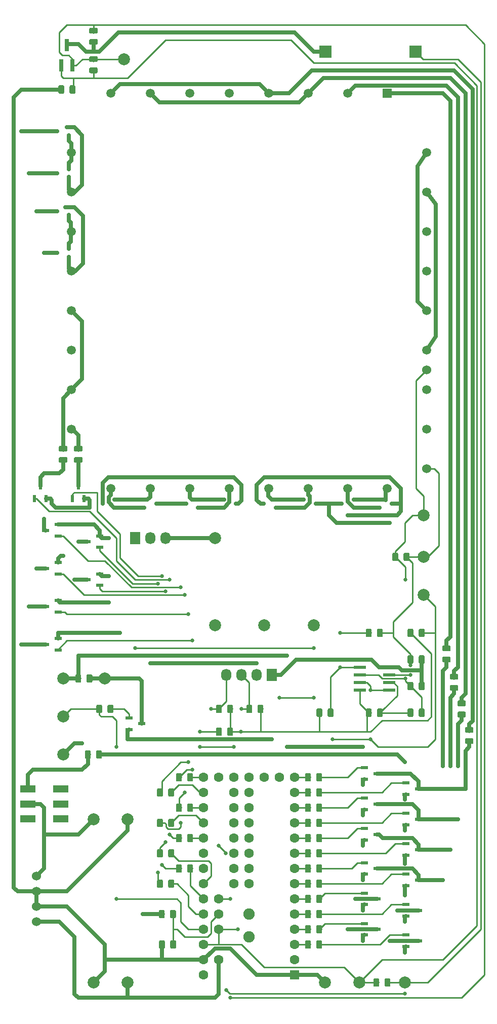
<source format=gbr>
G04 #@! TF.GenerationSoftware,KiCad,Pcbnew,(5.1.2-1)-1*
G04 #@! TF.CreationDate,2019-08-09T18:15:57-05:00*
G04 #@! TF.ProjectId,Interactive Core Memory Badge v0.1,496e7465-7261-4637-9469-766520436f72,0.1*
G04 #@! TF.SameCoordinates,Original*
G04 #@! TF.FileFunction,Copper,L1,Top*
G04 #@! TF.FilePolarity,Positive*
%FSLAX46Y46*%
G04 Gerber Fmt 4.6, Leading zero omitted, Abs format (unit mm)*
G04 Created by KiCad (PCBNEW (5.1.2-1)-1) date 2019-08-09 18:15:57*
%MOMM*%
%LPD*%
G04 APERTURE LIST*
%ADD10O,1.730000X2.030000*%
%ADD11R,1.730000X2.030000*%
%ADD12C,1.524000*%
%ADD13C,1.500000*%
%ADD14R,1.500000X1.500000*%
%ADD15C,2.000000*%
%ADD16R,0.700000X2.000000*%
%ADD17C,0.100000*%
%ADD18C,0.975000*%
%ADD19R,2.500000X1.200000*%
%ADD20R,1.300000X0.600000*%
%ADD21C,1.900000*%
%ADD22C,1.600000*%
%ADD23R,1.600000X1.600000*%
%ADD24R,0.600000X1.300000*%
%ADD25R,2.000000X0.600000*%
%ADD26R,2.000000X2.000000*%
%ADD27R,0.700000X0.450000*%
%ADD28C,0.635000*%
%ADD29C,0.635000*%
%ADD30C,0.250000*%
%ADD31C,0.254000*%
G04 APERTURE END LIST*
D10*
X90805000Y-138430000D03*
X93345000Y-138430000D03*
X95885000Y-138430000D03*
D11*
X98425000Y-138430000D03*
D12*
X124333000Y-104013000D03*
X124333000Y-87503000D03*
D13*
X124333000Y-57785000D03*
X124333000Y-64389000D03*
X124333000Y-70993000D03*
X124333000Y-77597000D03*
X124333000Y-84201000D03*
X124333000Y-90805000D03*
X124333000Y-97409000D03*
X117729000Y-107315000D03*
X111125000Y-107315000D03*
X104521000Y-107315000D03*
X97917000Y-107315000D03*
X91313000Y-107315000D03*
X84709000Y-107315000D03*
X78105000Y-107315000D03*
X71501000Y-107315000D03*
X64897000Y-97409000D03*
X64897000Y-90805000D03*
X124333000Y-51181000D03*
D14*
X117729000Y-41275000D03*
D13*
X111125000Y-41275000D03*
X104521000Y-41275000D03*
X97917000Y-41275000D03*
X91313000Y-41275000D03*
X84709000Y-41275000D03*
X78105000Y-41275000D03*
X71501000Y-41275000D03*
X64897000Y-51181000D03*
X64897000Y-57785000D03*
X64897000Y-64389000D03*
X64897000Y-70993000D03*
X64897000Y-77597000D03*
X64897000Y-84201000D03*
D15*
X63500000Y-139065000D03*
X74295000Y-189865000D03*
X68580000Y-162560000D03*
X74295000Y-162560000D03*
X63500000Y-151765000D03*
X88900000Y-115570000D03*
X123825000Y-111760000D03*
X123825000Y-118745000D03*
X123825000Y-125095000D03*
X105410000Y-130175000D03*
X113030000Y-189865000D03*
X63500000Y-145415000D03*
X97155000Y-130175000D03*
X88900000Y-130175000D03*
X120650000Y-189865000D03*
X73660000Y-35560000D03*
X107315000Y-189865000D03*
X68580000Y-189865000D03*
X70485000Y-139065000D03*
D16*
X64135000Y-33225000D03*
X65085000Y-36625000D03*
X63185000Y-36625000D03*
D17*
G36*
X69060142Y-35073674D02*
G01*
X69083803Y-35077184D01*
X69107007Y-35082996D01*
X69129529Y-35091054D01*
X69151153Y-35101282D01*
X69171670Y-35113579D01*
X69190883Y-35127829D01*
X69208607Y-35143893D01*
X69224671Y-35161617D01*
X69238921Y-35180830D01*
X69251218Y-35201347D01*
X69261446Y-35222971D01*
X69269504Y-35245493D01*
X69275316Y-35268697D01*
X69278826Y-35292358D01*
X69280000Y-35316250D01*
X69280000Y-35803750D01*
X69278826Y-35827642D01*
X69275316Y-35851303D01*
X69269504Y-35874507D01*
X69261446Y-35897029D01*
X69251218Y-35918653D01*
X69238921Y-35939170D01*
X69224671Y-35958383D01*
X69208607Y-35976107D01*
X69190883Y-35992171D01*
X69171670Y-36006421D01*
X69151153Y-36018718D01*
X69129529Y-36028946D01*
X69107007Y-36037004D01*
X69083803Y-36042816D01*
X69060142Y-36046326D01*
X69036250Y-36047500D01*
X68123750Y-36047500D01*
X68099858Y-36046326D01*
X68076197Y-36042816D01*
X68052993Y-36037004D01*
X68030471Y-36028946D01*
X68008847Y-36018718D01*
X67988330Y-36006421D01*
X67969117Y-35992171D01*
X67951393Y-35976107D01*
X67935329Y-35958383D01*
X67921079Y-35939170D01*
X67908782Y-35918653D01*
X67898554Y-35897029D01*
X67890496Y-35874507D01*
X67884684Y-35851303D01*
X67881174Y-35827642D01*
X67880000Y-35803750D01*
X67880000Y-35316250D01*
X67881174Y-35292358D01*
X67884684Y-35268697D01*
X67890496Y-35245493D01*
X67898554Y-35222971D01*
X67908782Y-35201347D01*
X67921079Y-35180830D01*
X67935329Y-35161617D01*
X67951393Y-35143893D01*
X67969117Y-35127829D01*
X67988330Y-35113579D01*
X68008847Y-35101282D01*
X68030471Y-35091054D01*
X68052993Y-35082996D01*
X68076197Y-35077184D01*
X68099858Y-35073674D01*
X68123750Y-35072500D01*
X69036250Y-35072500D01*
X69060142Y-35073674D01*
X69060142Y-35073674D01*
G37*
D18*
X68580000Y-35560000D03*
D17*
G36*
X69060142Y-36948674D02*
G01*
X69083803Y-36952184D01*
X69107007Y-36957996D01*
X69129529Y-36966054D01*
X69151153Y-36976282D01*
X69171670Y-36988579D01*
X69190883Y-37002829D01*
X69208607Y-37018893D01*
X69224671Y-37036617D01*
X69238921Y-37055830D01*
X69251218Y-37076347D01*
X69261446Y-37097971D01*
X69269504Y-37120493D01*
X69275316Y-37143697D01*
X69278826Y-37167358D01*
X69280000Y-37191250D01*
X69280000Y-37678750D01*
X69278826Y-37702642D01*
X69275316Y-37726303D01*
X69269504Y-37749507D01*
X69261446Y-37772029D01*
X69251218Y-37793653D01*
X69238921Y-37814170D01*
X69224671Y-37833383D01*
X69208607Y-37851107D01*
X69190883Y-37867171D01*
X69171670Y-37881421D01*
X69151153Y-37893718D01*
X69129529Y-37903946D01*
X69107007Y-37912004D01*
X69083803Y-37917816D01*
X69060142Y-37921326D01*
X69036250Y-37922500D01*
X68123750Y-37922500D01*
X68099858Y-37921326D01*
X68076197Y-37917816D01*
X68052993Y-37912004D01*
X68030471Y-37903946D01*
X68008847Y-37893718D01*
X67988330Y-37881421D01*
X67969117Y-37867171D01*
X67951393Y-37851107D01*
X67935329Y-37833383D01*
X67921079Y-37814170D01*
X67908782Y-37793653D01*
X67898554Y-37772029D01*
X67890496Y-37749507D01*
X67884684Y-37726303D01*
X67881174Y-37702642D01*
X67880000Y-37678750D01*
X67880000Y-37191250D01*
X67881174Y-37167358D01*
X67884684Y-37143697D01*
X67890496Y-37120493D01*
X67898554Y-37097971D01*
X67908782Y-37076347D01*
X67921079Y-37055830D01*
X67935329Y-37036617D01*
X67951393Y-37018893D01*
X67969117Y-37002829D01*
X67988330Y-36988579D01*
X68008847Y-36976282D01*
X68030471Y-36966054D01*
X68052993Y-36957996D01*
X68076197Y-36952184D01*
X68099858Y-36948674D01*
X68123750Y-36947500D01*
X69036250Y-36947500D01*
X69060142Y-36948674D01*
X69060142Y-36948674D01*
G37*
D18*
X68580000Y-37435000D03*
D17*
G36*
X69060142Y-32201174D02*
G01*
X69083803Y-32204684D01*
X69107007Y-32210496D01*
X69129529Y-32218554D01*
X69151153Y-32228782D01*
X69171670Y-32241079D01*
X69190883Y-32255329D01*
X69208607Y-32271393D01*
X69224671Y-32289117D01*
X69238921Y-32308330D01*
X69251218Y-32328847D01*
X69261446Y-32350471D01*
X69269504Y-32372993D01*
X69275316Y-32396197D01*
X69278826Y-32419858D01*
X69280000Y-32443750D01*
X69280000Y-32931250D01*
X69278826Y-32955142D01*
X69275316Y-32978803D01*
X69269504Y-33002007D01*
X69261446Y-33024529D01*
X69251218Y-33046153D01*
X69238921Y-33066670D01*
X69224671Y-33085883D01*
X69208607Y-33103607D01*
X69190883Y-33119671D01*
X69171670Y-33133921D01*
X69151153Y-33146218D01*
X69129529Y-33156446D01*
X69107007Y-33164504D01*
X69083803Y-33170316D01*
X69060142Y-33173826D01*
X69036250Y-33175000D01*
X68123750Y-33175000D01*
X68099858Y-33173826D01*
X68076197Y-33170316D01*
X68052993Y-33164504D01*
X68030471Y-33156446D01*
X68008847Y-33146218D01*
X67988330Y-33133921D01*
X67969117Y-33119671D01*
X67951393Y-33103607D01*
X67935329Y-33085883D01*
X67921079Y-33066670D01*
X67908782Y-33046153D01*
X67898554Y-33024529D01*
X67890496Y-33002007D01*
X67884684Y-32978803D01*
X67881174Y-32955142D01*
X67880000Y-32931250D01*
X67880000Y-32443750D01*
X67881174Y-32419858D01*
X67884684Y-32396197D01*
X67890496Y-32372993D01*
X67898554Y-32350471D01*
X67908782Y-32328847D01*
X67921079Y-32308330D01*
X67935329Y-32289117D01*
X67951393Y-32271393D01*
X67969117Y-32255329D01*
X67988330Y-32241079D01*
X68008847Y-32228782D01*
X68030471Y-32218554D01*
X68052993Y-32210496D01*
X68076197Y-32204684D01*
X68099858Y-32201174D01*
X68123750Y-32200000D01*
X69036250Y-32200000D01*
X69060142Y-32201174D01*
X69060142Y-32201174D01*
G37*
D18*
X68580000Y-32687500D03*
D17*
G36*
X69060142Y-30326174D02*
G01*
X69083803Y-30329684D01*
X69107007Y-30335496D01*
X69129529Y-30343554D01*
X69151153Y-30353782D01*
X69171670Y-30366079D01*
X69190883Y-30380329D01*
X69208607Y-30396393D01*
X69224671Y-30414117D01*
X69238921Y-30433330D01*
X69251218Y-30453847D01*
X69261446Y-30475471D01*
X69269504Y-30497993D01*
X69275316Y-30521197D01*
X69278826Y-30544858D01*
X69280000Y-30568750D01*
X69280000Y-31056250D01*
X69278826Y-31080142D01*
X69275316Y-31103803D01*
X69269504Y-31127007D01*
X69261446Y-31149529D01*
X69251218Y-31171153D01*
X69238921Y-31191670D01*
X69224671Y-31210883D01*
X69208607Y-31228607D01*
X69190883Y-31244671D01*
X69171670Y-31258921D01*
X69151153Y-31271218D01*
X69129529Y-31281446D01*
X69107007Y-31289504D01*
X69083803Y-31295316D01*
X69060142Y-31298826D01*
X69036250Y-31300000D01*
X68123750Y-31300000D01*
X68099858Y-31298826D01*
X68076197Y-31295316D01*
X68052993Y-31289504D01*
X68030471Y-31281446D01*
X68008847Y-31271218D01*
X67988330Y-31258921D01*
X67969117Y-31244671D01*
X67951393Y-31228607D01*
X67935329Y-31210883D01*
X67921079Y-31191670D01*
X67908782Y-31171153D01*
X67898554Y-31149529D01*
X67890496Y-31127007D01*
X67884684Y-31103803D01*
X67881174Y-31080142D01*
X67880000Y-31056250D01*
X67880000Y-30568750D01*
X67881174Y-30544858D01*
X67884684Y-30521197D01*
X67890496Y-30497993D01*
X67898554Y-30475471D01*
X67908782Y-30453847D01*
X67921079Y-30433330D01*
X67935329Y-30414117D01*
X67951393Y-30396393D01*
X67969117Y-30380329D01*
X67988330Y-30366079D01*
X68008847Y-30353782D01*
X68030471Y-30343554D01*
X68052993Y-30335496D01*
X68076197Y-30329684D01*
X68099858Y-30326174D01*
X68123750Y-30325000D01*
X69036250Y-30325000D01*
X69060142Y-30326174D01*
X69060142Y-30326174D01*
G37*
D18*
X68580000Y-30812500D03*
D17*
G36*
X63465142Y-39941174D02*
G01*
X63488803Y-39944684D01*
X63512007Y-39950496D01*
X63534529Y-39958554D01*
X63556153Y-39968782D01*
X63576670Y-39981079D01*
X63595883Y-39995329D01*
X63613607Y-40011393D01*
X63629671Y-40029117D01*
X63643921Y-40048330D01*
X63656218Y-40068847D01*
X63666446Y-40090471D01*
X63674504Y-40112993D01*
X63680316Y-40136197D01*
X63683826Y-40159858D01*
X63685000Y-40183750D01*
X63685000Y-41096250D01*
X63683826Y-41120142D01*
X63680316Y-41143803D01*
X63674504Y-41167007D01*
X63666446Y-41189529D01*
X63656218Y-41211153D01*
X63643921Y-41231670D01*
X63629671Y-41250883D01*
X63613607Y-41268607D01*
X63595883Y-41284671D01*
X63576670Y-41298921D01*
X63556153Y-41311218D01*
X63534529Y-41321446D01*
X63512007Y-41329504D01*
X63488803Y-41335316D01*
X63465142Y-41338826D01*
X63441250Y-41340000D01*
X62953750Y-41340000D01*
X62929858Y-41338826D01*
X62906197Y-41335316D01*
X62882993Y-41329504D01*
X62860471Y-41321446D01*
X62838847Y-41311218D01*
X62818330Y-41298921D01*
X62799117Y-41284671D01*
X62781393Y-41268607D01*
X62765329Y-41250883D01*
X62751079Y-41231670D01*
X62738782Y-41211153D01*
X62728554Y-41189529D01*
X62720496Y-41167007D01*
X62714684Y-41143803D01*
X62711174Y-41120142D01*
X62710000Y-41096250D01*
X62710000Y-40183750D01*
X62711174Y-40159858D01*
X62714684Y-40136197D01*
X62720496Y-40112993D01*
X62728554Y-40090471D01*
X62738782Y-40068847D01*
X62751079Y-40048330D01*
X62765329Y-40029117D01*
X62781393Y-40011393D01*
X62799117Y-39995329D01*
X62818330Y-39981079D01*
X62838847Y-39968782D01*
X62860471Y-39958554D01*
X62882993Y-39950496D01*
X62906197Y-39944684D01*
X62929858Y-39941174D01*
X62953750Y-39940000D01*
X63441250Y-39940000D01*
X63465142Y-39941174D01*
X63465142Y-39941174D01*
G37*
D18*
X63197500Y-40640000D03*
D17*
G36*
X65340142Y-39941174D02*
G01*
X65363803Y-39944684D01*
X65387007Y-39950496D01*
X65409529Y-39958554D01*
X65431153Y-39968782D01*
X65451670Y-39981079D01*
X65470883Y-39995329D01*
X65488607Y-40011393D01*
X65504671Y-40029117D01*
X65518921Y-40048330D01*
X65531218Y-40068847D01*
X65541446Y-40090471D01*
X65549504Y-40112993D01*
X65555316Y-40136197D01*
X65558826Y-40159858D01*
X65560000Y-40183750D01*
X65560000Y-41096250D01*
X65558826Y-41120142D01*
X65555316Y-41143803D01*
X65549504Y-41167007D01*
X65541446Y-41189529D01*
X65531218Y-41211153D01*
X65518921Y-41231670D01*
X65504671Y-41250883D01*
X65488607Y-41268607D01*
X65470883Y-41284671D01*
X65451670Y-41298921D01*
X65431153Y-41311218D01*
X65409529Y-41321446D01*
X65387007Y-41329504D01*
X65363803Y-41335316D01*
X65340142Y-41338826D01*
X65316250Y-41340000D01*
X64828750Y-41340000D01*
X64804858Y-41338826D01*
X64781197Y-41335316D01*
X64757993Y-41329504D01*
X64735471Y-41321446D01*
X64713847Y-41311218D01*
X64693330Y-41298921D01*
X64674117Y-41284671D01*
X64656393Y-41268607D01*
X64640329Y-41250883D01*
X64626079Y-41231670D01*
X64613782Y-41211153D01*
X64603554Y-41189529D01*
X64595496Y-41167007D01*
X64589684Y-41143803D01*
X64586174Y-41120142D01*
X64585000Y-41096250D01*
X64585000Y-40183750D01*
X64586174Y-40159858D01*
X64589684Y-40136197D01*
X64595496Y-40112993D01*
X64603554Y-40090471D01*
X64613782Y-40068847D01*
X64626079Y-40048330D01*
X64640329Y-40029117D01*
X64656393Y-40011393D01*
X64674117Y-39995329D01*
X64693330Y-39981079D01*
X64713847Y-39968782D01*
X64735471Y-39958554D01*
X64757993Y-39950496D01*
X64781197Y-39944684D01*
X64804858Y-39941174D01*
X64828750Y-39940000D01*
X65316250Y-39940000D01*
X65340142Y-39941174D01*
X65340142Y-39941174D01*
G37*
D18*
X65072500Y-40640000D03*
D19*
X63075000Y-162520000D03*
X63075000Y-160020000D03*
X63075000Y-157520000D03*
X57575000Y-157520000D03*
X57575000Y-160020000D03*
X57575000Y-162520000D03*
D17*
G36*
X69815142Y-143446174D02*
G01*
X69838803Y-143449684D01*
X69862007Y-143455496D01*
X69884529Y-143463554D01*
X69906153Y-143473782D01*
X69926670Y-143486079D01*
X69945883Y-143500329D01*
X69963607Y-143516393D01*
X69979671Y-143534117D01*
X69993921Y-143553330D01*
X70006218Y-143573847D01*
X70016446Y-143595471D01*
X70024504Y-143617993D01*
X70030316Y-143641197D01*
X70033826Y-143664858D01*
X70035000Y-143688750D01*
X70035000Y-144601250D01*
X70033826Y-144625142D01*
X70030316Y-144648803D01*
X70024504Y-144672007D01*
X70016446Y-144694529D01*
X70006218Y-144716153D01*
X69993921Y-144736670D01*
X69979671Y-144755883D01*
X69963607Y-144773607D01*
X69945883Y-144789671D01*
X69926670Y-144803921D01*
X69906153Y-144816218D01*
X69884529Y-144826446D01*
X69862007Y-144834504D01*
X69838803Y-144840316D01*
X69815142Y-144843826D01*
X69791250Y-144845000D01*
X69303750Y-144845000D01*
X69279858Y-144843826D01*
X69256197Y-144840316D01*
X69232993Y-144834504D01*
X69210471Y-144826446D01*
X69188847Y-144816218D01*
X69168330Y-144803921D01*
X69149117Y-144789671D01*
X69131393Y-144773607D01*
X69115329Y-144755883D01*
X69101079Y-144736670D01*
X69088782Y-144716153D01*
X69078554Y-144694529D01*
X69070496Y-144672007D01*
X69064684Y-144648803D01*
X69061174Y-144625142D01*
X69060000Y-144601250D01*
X69060000Y-143688750D01*
X69061174Y-143664858D01*
X69064684Y-143641197D01*
X69070496Y-143617993D01*
X69078554Y-143595471D01*
X69088782Y-143573847D01*
X69101079Y-143553330D01*
X69115329Y-143534117D01*
X69131393Y-143516393D01*
X69149117Y-143500329D01*
X69168330Y-143486079D01*
X69188847Y-143473782D01*
X69210471Y-143463554D01*
X69232993Y-143455496D01*
X69256197Y-143449684D01*
X69279858Y-143446174D01*
X69303750Y-143445000D01*
X69791250Y-143445000D01*
X69815142Y-143446174D01*
X69815142Y-143446174D01*
G37*
D18*
X69547500Y-144145000D03*
D17*
G36*
X71690142Y-143446174D02*
G01*
X71713803Y-143449684D01*
X71737007Y-143455496D01*
X71759529Y-143463554D01*
X71781153Y-143473782D01*
X71801670Y-143486079D01*
X71820883Y-143500329D01*
X71838607Y-143516393D01*
X71854671Y-143534117D01*
X71868921Y-143553330D01*
X71881218Y-143573847D01*
X71891446Y-143595471D01*
X71899504Y-143617993D01*
X71905316Y-143641197D01*
X71908826Y-143664858D01*
X71910000Y-143688750D01*
X71910000Y-144601250D01*
X71908826Y-144625142D01*
X71905316Y-144648803D01*
X71899504Y-144672007D01*
X71891446Y-144694529D01*
X71881218Y-144716153D01*
X71868921Y-144736670D01*
X71854671Y-144755883D01*
X71838607Y-144773607D01*
X71820883Y-144789671D01*
X71801670Y-144803921D01*
X71781153Y-144816218D01*
X71759529Y-144826446D01*
X71737007Y-144834504D01*
X71713803Y-144840316D01*
X71690142Y-144843826D01*
X71666250Y-144845000D01*
X71178750Y-144845000D01*
X71154858Y-144843826D01*
X71131197Y-144840316D01*
X71107993Y-144834504D01*
X71085471Y-144826446D01*
X71063847Y-144816218D01*
X71043330Y-144803921D01*
X71024117Y-144789671D01*
X71006393Y-144773607D01*
X70990329Y-144755883D01*
X70976079Y-144736670D01*
X70963782Y-144716153D01*
X70953554Y-144694529D01*
X70945496Y-144672007D01*
X70939684Y-144648803D01*
X70936174Y-144625142D01*
X70935000Y-144601250D01*
X70935000Y-143688750D01*
X70936174Y-143664858D01*
X70939684Y-143641197D01*
X70945496Y-143617993D01*
X70953554Y-143595471D01*
X70963782Y-143573847D01*
X70976079Y-143553330D01*
X70990329Y-143534117D01*
X71006393Y-143516393D01*
X71024117Y-143500329D01*
X71043330Y-143486079D01*
X71063847Y-143473782D01*
X71085471Y-143463554D01*
X71107993Y-143455496D01*
X71131197Y-143449684D01*
X71154858Y-143446174D01*
X71178750Y-143445000D01*
X71666250Y-143445000D01*
X71690142Y-143446174D01*
X71690142Y-143446174D01*
G37*
D18*
X71422500Y-144145000D03*
D20*
X74515000Y-145669000D03*
X74515000Y-147569000D03*
X76615000Y-146619000D03*
D17*
G36*
X94912642Y-143446174D02*
G01*
X94936303Y-143449684D01*
X94959507Y-143455496D01*
X94982029Y-143463554D01*
X95003653Y-143473782D01*
X95024170Y-143486079D01*
X95043383Y-143500329D01*
X95061107Y-143516393D01*
X95077171Y-143534117D01*
X95091421Y-143553330D01*
X95103718Y-143573847D01*
X95113946Y-143595471D01*
X95122004Y-143617993D01*
X95127816Y-143641197D01*
X95131326Y-143664858D01*
X95132500Y-143688750D01*
X95132500Y-144601250D01*
X95131326Y-144625142D01*
X95127816Y-144648803D01*
X95122004Y-144672007D01*
X95113946Y-144694529D01*
X95103718Y-144716153D01*
X95091421Y-144736670D01*
X95077171Y-144755883D01*
X95061107Y-144773607D01*
X95043383Y-144789671D01*
X95024170Y-144803921D01*
X95003653Y-144816218D01*
X94982029Y-144826446D01*
X94959507Y-144834504D01*
X94936303Y-144840316D01*
X94912642Y-144843826D01*
X94888750Y-144845000D01*
X94401250Y-144845000D01*
X94377358Y-144843826D01*
X94353697Y-144840316D01*
X94330493Y-144834504D01*
X94307971Y-144826446D01*
X94286347Y-144816218D01*
X94265830Y-144803921D01*
X94246617Y-144789671D01*
X94228893Y-144773607D01*
X94212829Y-144755883D01*
X94198579Y-144736670D01*
X94186282Y-144716153D01*
X94176054Y-144694529D01*
X94167996Y-144672007D01*
X94162184Y-144648803D01*
X94158674Y-144625142D01*
X94157500Y-144601250D01*
X94157500Y-143688750D01*
X94158674Y-143664858D01*
X94162184Y-143641197D01*
X94167996Y-143617993D01*
X94176054Y-143595471D01*
X94186282Y-143573847D01*
X94198579Y-143553330D01*
X94212829Y-143534117D01*
X94228893Y-143516393D01*
X94246617Y-143500329D01*
X94265830Y-143486079D01*
X94286347Y-143473782D01*
X94307971Y-143463554D01*
X94330493Y-143455496D01*
X94353697Y-143449684D01*
X94377358Y-143446174D01*
X94401250Y-143445000D01*
X94888750Y-143445000D01*
X94912642Y-143446174D01*
X94912642Y-143446174D01*
G37*
D18*
X94645000Y-144145000D03*
D17*
G36*
X96787642Y-143446174D02*
G01*
X96811303Y-143449684D01*
X96834507Y-143455496D01*
X96857029Y-143463554D01*
X96878653Y-143473782D01*
X96899170Y-143486079D01*
X96918383Y-143500329D01*
X96936107Y-143516393D01*
X96952171Y-143534117D01*
X96966421Y-143553330D01*
X96978718Y-143573847D01*
X96988946Y-143595471D01*
X96997004Y-143617993D01*
X97002816Y-143641197D01*
X97006326Y-143664858D01*
X97007500Y-143688750D01*
X97007500Y-144601250D01*
X97006326Y-144625142D01*
X97002816Y-144648803D01*
X96997004Y-144672007D01*
X96988946Y-144694529D01*
X96978718Y-144716153D01*
X96966421Y-144736670D01*
X96952171Y-144755883D01*
X96936107Y-144773607D01*
X96918383Y-144789671D01*
X96899170Y-144803921D01*
X96878653Y-144816218D01*
X96857029Y-144826446D01*
X96834507Y-144834504D01*
X96811303Y-144840316D01*
X96787642Y-144843826D01*
X96763750Y-144845000D01*
X96276250Y-144845000D01*
X96252358Y-144843826D01*
X96228697Y-144840316D01*
X96205493Y-144834504D01*
X96182971Y-144826446D01*
X96161347Y-144816218D01*
X96140830Y-144803921D01*
X96121617Y-144789671D01*
X96103893Y-144773607D01*
X96087829Y-144755883D01*
X96073579Y-144736670D01*
X96061282Y-144716153D01*
X96051054Y-144694529D01*
X96042996Y-144672007D01*
X96037184Y-144648803D01*
X96033674Y-144625142D01*
X96032500Y-144601250D01*
X96032500Y-143688750D01*
X96033674Y-143664858D01*
X96037184Y-143641197D01*
X96042996Y-143617993D01*
X96051054Y-143595471D01*
X96061282Y-143573847D01*
X96073579Y-143553330D01*
X96087829Y-143534117D01*
X96103893Y-143516393D01*
X96121617Y-143500329D01*
X96140830Y-143486079D01*
X96161347Y-143473782D01*
X96182971Y-143463554D01*
X96205493Y-143455496D01*
X96228697Y-143449684D01*
X96252358Y-143446174D01*
X96276250Y-143445000D01*
X96763750Y-143445000D01*
X96787642Y-143446174D01*
X96787642Y-143446174D01*
G37*
D18*
X96520000Y-144145000D03*
D17*
G36*
X89832642Y-143446174D02*
G01*
X89856303Y-143449684D01*
X89879507Y-143455496D01*
X89902029Y-143463554D01*
X89923653Y-143473782D01*
X89944170Y-143486079D01*
X89963383Y-143500329D01*
X89981107Y-143516393D01*
X89997171Y-143534117D01*
X90011421Y-143553330D01*
X90023718Y-143573847D01*
X90033946Y-143595471D01*
X90042004Y-143617993D01*
X90047816Y-143641197D01*
X90051326Y-143664858D01*
X90052500Y-143688750D01*
X90052500Y-144601250D01*
X90051326Y-144625142D01*
X90047816Y-144648803D01*
X90042004Y-144672007D01*
X90033946Y-144694529D01*
X90023718Y-144716153D01*
X90011421Y-144736670D01*
X89997171Y-144755883D01*
X89981107Y-144773607D01*
X89963383Y-144789671D01*
X89944170Y-144803921D01*
X89923653Y-144816218D01*
X89902029Y-144826446D01*
X89879507Y-144834504D01*
X89856303Y-144840316D01*
X89832642Y-144843826D01*
X89808750Y-144845000D01*
X89321250Y-144845000D01*
X89297358Y-144843826D01*
X89273697Y-144840316D01*
X89250493Y-144834504D01*
X89227971Y-144826446D01*
X89206347Y-144816218D01*
X89185830Y-144803921D01*
X89166617Y-144789671D01*
X89148893Y-144773607D01*
X89132829Y-144755883D01*
X89118579Y-144736670D01*
X89106282Y-144716153D01*
X89096054Y-144694529D01*
X89087996Y-144672007D01*
X89082184Y-144648803D01*
X89078674Y-144625142D01*
X89077500Y-144601250D01*
X89077500Y-143688750D01*
X89078674Y-143664858D01*
X89082184Y-143641197D01*
X89087996Y-143617993D01*
X89096054Y-143595471D01*
X89106282Y-143573847D01*
X89118579Y-143553330D01*
X89132829Y-143534117D01*
X89148893Y-143516393D01*
X89166617Y-143500329D01*
X89185830Y-143486079D01*
X89206347Y-143473782D01*
X89227971Y-143463554D01*
X89250493Y-143455496D01*
X89273697Y-143449684D01*
X89297358Y-143446174D01*
X89321250Y-143445000D01*
X89808750Y-143445000D01*
X89832642Y-143446174D01*
X89832642Y-143446174D01*
G37*
D18*
X89565000Y-144145000D03*
D17*
G36*
X91707642Y-143446174D02*
G01*
X91731303Y-143449684D01*
X91754507Y-143455496D01*
X91777029Y-143463554D01*
X91798653Y-143473782D01*
X91819170Y-143486079D01*
X91838383Y-143500329D01*
X91856107Y-143516393D01*
X91872171Y-143534117D01*
X91886421Y-143553330D01*
X91898718Y-143573847D01*
X91908946Y-143595471D01*
X91917004Y-143617993D01*
X91922816Y-143641197D01*
X91926326Y-143664858D01*
X91927500Y-143688750D01*
X91927500Y-144601250D01*
X91926326Y-144625142D01*
X91922816Y-144648803D01*
X91917004Y-144672007D01*
X91908946Y-144694529D01*
X91898718Y-144716153D01*
X91886421Y-144736670D01*
X91872171Y-144755883D01*
X91856107Y-144773607D01*
X91838383Y-144789671D01*
X91819170Y-144803921D01*
X91798653Y-144816218D01*
X91777029Y-144826446D01*
X91754507Y-144834504D01*
X91731303Y-144840316D01*
X91707642Y-144843826D01*
X91683750Y-144845000D01*
X91196250Y-144845000D01*
X91172358Y-144843826D01*
X91148697Y-144840316D01*
X91125493Y-144834504D01*
X91102971Y-144826446D01*
X91081347Y-144816218D01*
X91060830Y-144803921D01*
X91041617Y-144789671D01*
X91023893Y-144773607D01*
X91007829Y-144755883D01*
X90993579Y-144736670D01*
X90981282Y-144716153D01*
X90971054Y-144694529D01*
X90962996Y-144672007D01*
X90957184Y-144648803D01*
X90953674Y-144625142D01*
X90952500Y-144601250D01*
X90952500Y-143688750D01*
X90953674Y-143664858D01*
X90957184Y-143641197D01*
X90962996Y-143617993D01*
X90971054Y-143595471D01*
X90981282Y-143573847D01*
X90993579Y-143553330D01*
X91007829Y-143534117D01*
X91023893Y-143516393D01*
X91041617Y-143500329D01*
X91060830Y-143486079D01*
X91081347Y-143473782D01*
X91102971Y-143463554D01*
X91125493Y-143455496D01*
X91148697Y-143449684D01*
X91172358Y-143446174D01*
X91196250Y-143445000D01*
X91683750Y-143445000D01*
X91707642Y-143446174D01*
X91707642Y-143446174D01*
G37*
D18*
X91440000Y-144145000D03*
D12*
X59055000Y-179705000D03*
X59055000Y-177165000D03*
X59055000Y-172085000D03*
X59055000Y-174625000D03*
D17*
G36*
X80307642Y-182816174D02*
G01*
X80331303Y-182819684D01*
X80354507Y-182825496D01*
X80377029Y-182833554D01*
X80398653Y-182843782D01*
X80419170Y-182856079D01*
X80438383Y-182870329D01*
X80456107Y-182886393D01*
X80472171Y-182904117D01*
X80486421Y-182923330D01*
X80498718Y-182943847D01*
X80508946Y-182965471D01*
X80517004Y-182987993D01*
X80522816Y-183011197D01*
X80526326Y-183034858D01*
X80527500Y-183058750D01*
X80527500Y-183971250D01*
X80526326Y-183995142D01*
X80522816Y-184018803D01*
X80517004Y-184042007D01*
X80508946Y-184064529D01*
X80498718Y-184086153D01*
X80486421Y-184106670D01*
X80472171Y-184125883D01*
X80456107Y-184143607D01*
X80438383Y-184159671D01*
X80419170Y-184173921D01*
X80398653Y-184186218D01*
X80377029Y-184196446D01*
X80354507Y-184204504D01*
X80331303Y-184210316D01*
X80307642Y-184213826D01*
X80283750Y-184215000D01*
X79796250Y-184215000D01*
X79772358Y-184213826D01*
X79748697Y-184210316D01*
X79725493Y-184204504D01*
X79702971Y-184196446D01*
X79681347Y-184186218D01*
X79660830Y-184173921D01*
X79641617Y-184159671D01*
X79623893Y-184143607D01*
X79607829Y-184125883D01*
X79593579Y-184106670D01*
X79581282Y-184086153D01*
X79571054Y-184064529D01*
X79562996Y-184042007D01*
X79557184Y-184018803D01*
X79553674Y-183995142D01*
X79552500Y-183971250D01*
X79552500Y-183058750D01*
X79553674Y-183034858D01*
X79557184Y-183011197D01*
X79562996Y-182987993D01*
X79571054Y-182965471D01*
X79581282Y-182943847D01*
X79593579Y-182923330D01*
X79607829Y-182904117D01*
X79623893Y-182886393D01*
X79641617Y-182870329D01*
X79660830Y-182856079D01*
X79681347Y-182843782D01*
X79702971Y-182833554D01*
X79725493Y-182825496D01*
X79748697Y-182819684D01*
X79772358Y-182816174D01*
X79796250Y-182815000D01*
X80283750Y-182815000D01*
X80307642Y-182816174D01*
X80307642Y-182816174D01*
G37*
D18*
X80040000Y-183515000D03*
D17*
G36*
X82182642Y-182816174D02*
G01*
X82206303Y-182819684D01*
X82229507Y-182825496D01*
X82252029Y-182833554D01*
X82273653Y-182843782D01*
X82294170Y-182856079D01*
X82313383Y-182870329D01*
X82331107Y-182886393D01*
X82347171Y-182904117D01*
X82361421Y-182923330D01*
X82373718Y-182943847D01*
X82383946Y-182965471D01*
X82392004Y-182987993D01*
X82397816Y-183011197D01*
X82401326Y-183034858D01*
X82402500Y-183058750D01*
X82402500Y-183971250D01*
X82401326Y-183995142D01*
X82397816Y-184018803D01*
X82392004Y-184042007D01*
X82383946Y-184064529D01*
X82373718Y-184086153D01*
X82361421Y-184106670D01*
X82347171Y-184125883D01*
X82331107Y-184143607D01*
X82313383Y-184159671D01*
X82294170Y-184173921D01*
X82273653Y-184186218D01*
X82252029Y-184196446D01*
X82229507Y-184204504D01*
X82206303Y-184210316D01*
X82182642Y-184213826D01*
X82158750Y-184215000D01*
X81671250Y-184215000D01*
X81647358Y-184213826D01*
X81623697Y-184210316D01*
X81600493Y-184204504D01*
X81577971Y-184196446D01*
X81556347Y-184186218D01*
X81535830Y-184173921D01*
X81516617Y-184159671D01*
X81498893Y-184143607D01*
X81482829Y-184125883D01*
X81468579Y-184106670D01*
X81456282Y-184086153D01*
X81446054Y-184064529D01*
X81437996Y-184042007D01*
X81432184Y-184018803D01*
X81428674Y-183995142D01*
X81427500Y-183971250D01*
X81427500Y-183058750D01*
X81428674Y-183034858D01*
X81432184Y-183011197D01*
X81437996Y-182987993D01*
X81446054Y-182965471D01*
X81456282Y-182943847D01*
X81468579Y-182923330D01*
X81482829Y-182904117D01*
X81498893Y-182886393D01*
X81516617Y-182870329D01*
X81535830Y-182856079D01*
X81556347Y-182843782D01*
X81577971Y-182833554D01*
X81600493Y-182825496D01*
X81623697Y-182819684D01*
X81647358Y-182816174D01*
X81671250Y-182815000D01*
X82158750Y-182815000D01*
X82182642Y-182816174D01*
X82182642Y-182816174D01*
G37*
D18*
X81915000Y-183515000D03*
D17*
G36*
X82152642Y-177736174D02*
G01*
X82176303Y-177739684D01*
X82199507Y-177745496D01*
X82222029Y-177753554D01*
X82243653Y-177763782D01*
X82264170Y-177776079D01*
X82283383Y-177790329D01*
X82301107Y-177806393D01*
X82317171Y-177824117D01*
X82331421Y-177843330D01*
X82343718Y-177863847D01*
X82353946Y-177885471D01*
X82362004Y-177907993D01*
X82367816Y-177931197D01*
X82371326Y-177954858D01*
X82372500Y-177978750D01*
X82372500Y-178891250D01*
X82371326Y-178915142D01*
X82367816Y-178938803D01*
X82362004Y-178962007D01*
X82353946Y-178984529D01*
X82343718Y-179006153D01*
X82331421Y-179026670D01*
X82317171Y-179045883D01*
X82301107Y-179063607D01*
X82283383Y-179079671D01*
X82264170Y-179093921D01*
X82243653Y-179106218D01*
X82222029Y-179116446D01*
X82199507Y-179124504D01*
X82176303Y-179130316D01*
X82152642Y-179133826D01*
X82128750Y-179135000D01*
X81641250Y-179135000D01*
X81617358Y-179133826D01*
X81593697Y-179130316D01*
X81570493Y-179124504D01*
X81547971Y-179116446D01*
X81526347Y-179106218D01*
X81505830Y-179093921D01*
X81486617Y-179079671D01*
X81468893Y-179063607D01*
X81452829Y-179045883D01*
X81438579Y-179026670D01*
X81426282Y-179006153D01*
X81416054Y-178984529D01*
X81407996Y-178962007D01*
X81402184Y-178938803D01*
X81398674Y-178915142D01*
X81397500Y-178891250D01*
X81397500Y-177978750D01*
X81398674Y-177954858D01*
X81402184Y-177931197D01*
X81407996Y-177907993D01*
X81416054Y-177885471D01*
X81426282Y-177863847D01*
X81438579Y-177843330D01*
X81452829Y-177824117D01*
X81468893Y-177806393D01*
X81486617Y-177790329D01*
X81505830Y-177776079D01*
X81526347Y-177763782D01*
X81547971Y-177753554D01*
X81570493Y-177745496D01*
X81593697Y-177739684D01*
X81617358Y-177736174D01*
X81641250Y-177735000D01*
X82128750Y-177735000D01*
X82152642Y-177736174D01*
X82152642Y-177736174D01*
G37*
D18*
X81885000Y-178435000D03*
D17*
G36*
X80277642Y-177736174D02*
G01*
X80301303Y-177739684D01*
X80324507Y-177745496D01*
X80347029Y-177753554D01*
X80368653Y-177763782D01*
X80389170Y-177776079D01*
X80408383Y-177790329D01*
X80426107Y-177806393D01*
X80442171Y-177824117D01*
X80456421Y-177843330D01*
X80468718Y-177863847D01*
X80478946Y-177885471D01*
X80487004Y-177907993D01*
X80492816Y-177931197D01*
X80496326Y-177954858D01*
X80497500Y-177978750D01*
X80497500Y-178891250D01*
X80496326Y-178915142D01*
X80492816Y-178938803D01*
X80487004Y-178962007D01*
X80478946Y-178984529D01*
X80468718Y-179006153D01*
X80456421Y-179026670D01*
X80442171Y-179045883D01*
X80426107Y-179063607D01*
X80408383Y-179079671D01*
X80389170Y-179093921D01*
X80368653Y-179106218D01*
X80347029Y-179116446D01*
X80324507Y-179124504D01*
X80301303Y-179130316D01*
X80277642Y-179133826D01*
X80253750Y-179135000D01*
X79766250Y-179135000D01*
X79742358Y-179133826D01*
X79718697Y-179130316D01*
X79695493Y-179124504D01*
X79672971Y-179116446D01*
X79651347Y-179106218D01*
X79630830Y-179093921D01*
X79611617Y-179079671D01*
X79593893Y-179063607D01*
X79577829Y-179045883D01*
X79563579Y-179026670D01*
X79551282Y-179006153D01*
X79541054Y-178984529D01*
X79532996Y-178962007D01*
X79527184Y-178938803D01*
X79523674Y-178915142D01*
X79522500Y-178891250D01*
X79522500Y-177978750D01*
X79523674Y-177954858D01*
X79527184Y-177931197D01*
X79532996Y-177907993D01*
X79541054Y-177885471D01*
X79551282Y-177863847D01*
X79563579Y-177843330D01*
X79577829Y-177824117D01*
X79593893Y-177806393D01*
X79611617Y-177790329D01*
X79630830Y-177776079D01*
X79651347Y-177763782D01*
X79672971Y-177753554D01*
X79695493Y-177745496D01*
X79718697Y-177739684D01*
X79742358Y-177736174D01*
X79766250Y-177735000D01*
X80253750Y-177735000D01*
X80277642Y-177736174D01*
X80277642Y-177736174D01*
G37*
D18*
X80010000Y-178435000D03*
D21*
X94615000Y-182245000D03*
X94615000Y-178435000D03*
D22*
X92075000Y-173355000D03*
X92075000Y-170815000D03*
X92075000Y-168275000D03*
X92075000Y-165735000D03*
X92075000Y-163195000D03*
X92075000Y-160655000D03*
X92075000Y-158115000D03*
X94615000Y-158115000D03*
X94615000Y-160655000D03*
X94615000Y-163195000D03*
X94615000Y-165735000D03*
X94615000Y-168275000D03*
X94615000Y-170815000D03*
X94615000Y-173355000D03*
D23*
X102235000Y-188595000D03*
D22*
X102235000Y-186055000D03*
X102235000Y-183515000D03*
X102235000Y-180975000D03*
X102235000Y-178435000D03*
X102235000Y-175895000D03*
X102235000Y-173355000D03*
X102235000Y-170815000D03*
X102235000Y-168275000D03*
X102235000Y-165735000D03*
X102235000Y-163195000D03*
X102235000Y-160655000D03*
X102235000Y-158115000D03*
X89535000Y-175895000D03*
X89535000Y-178435000D03*
X89535000Y-180975000D03*
X89535000Y-186055000D03*
X86995000Y-188595000D03*
X86995000Y-186055000D03*
X86995000Y-183515000D03*
X86995000Y-180975000D03*
X86995000Y-178435000D03*
X86995000Y-175895000D03*
X86995000Y-173355000D03*
X86995000Y-170815000D03*
X86995000Y-168275000D03*
X86995000Y-165735000D03*
X86995000Y-163195000D03*
X86995000Y-160655000D03*
X86995000Y-158115000D03*
X102235000Y-155575000D03*
X99695000Y-155575000D03*
X97155000Y-155575000D03*
X86995000Y-155575000D03*
X89535000Y-155575000D03*
X92075000Y-155575000D03*
X94615000Y-155575000D03*
D20*
X120870000Y-171770000D03*
X120870000Y-173670000D03*
X122970000Y-172720000D03*
X113885000Y-169865000D03*
X113885000Y-171765000D03*
X115985000Y-170815000D03*
X120870000Y-176850000D03*
X120870000Y-178750000D03*
X122970000Y-177800000D03*
X113885000Y-174945000D03*
X113885000Y-176845000D03*
X115985000Y-175895000D03*
X120870000Y-166690000D03*
X120870000Y-168590000D03*
X122970000Y-167640000D03*
X113885000Y-164150000D03*
X113885000Y-166050000D03*
X115985000Y-165100000D03*
X120870000Y-161610000D03*
X120870000Y-163510000D03*
X122970000Y-162560000D03*
X113885000Y-159070000D03*
X113885000Y-160970000D03*
X115985000Y-160020000D03*
X120870000Y-156530000D03*
X120870000Y-158430000D03*
X122970000Y-157480000D03*
X113885000Y-153990000D03*
X113885000Y-155890000D03*
X115985000Y-154940000D03*
D17*
G36*
X128115142Y-133528674D02*
G01*
X128138803Y-133532184D01*
X128162007Y-133537996D01*
X128184529Y-133546054D01*
X128206153Y-133556282D01*
X128226670Y-133568579D01*
X128245883Y-133582829D01*
X128263607Y-133598893D01*
X128279671Y-133616617D01*
X128293921Y-133635830D01*
X128306218Y-133656347D01*
X128316446Y-133677971D01*
X128324504Y-133700493D01*
X128330316Y-133723697D01*
X128333826Y-133747358D01*
X128335000Y-133771250D01*
X128335000Y-134258750D01*
X128333826Y-134282642D01*
X128330316Y-134306303D01*
X128324504Y-134329507D01*
X128316446Y-134352029D01*
X128306218Y-134373653D01*
X128293921Y-134394170D01*
X128279671Y-134413383D01*
X128263607Y-134431107D01*
X128245883Y-134447171D01*
X128226670Y-134461421D01*
X128206153Y-134473718D01*
X128184529Y-134483946D01*
X128162007Y-134492004D01*
X128138803Y-134497816D01*
X128115142Y-134501326D01*
X128091250Y-134502500D01*
X127178750Y-134502500D01*
X127154858Y-134501326D01*
X127131197Y-134497816D01*
X127107993Y-134492004D01*
X127085471Y-134483946D01*
X127063847Y-134473718D01*
X127043330Y-134461421D01*
X127024117Y-134447171D01*
X127006393Y-134431107D01*
X126990329Y-134413383D01*
X126976079Y-134394170D01*
X126963782Y-134373653D01*
X126953554Y-134352029D01*
X126945496Y-134329507D01*
X126939684Y-134306303D01*
X126936174Y-134282642D01*
X126935000Y-134258750D01*
X126935000Y-133771250D01*
X126936174Y-133747358D01*
X126939684Y-133723697D01*
X126945496Y-133700493D01*
X126953554Y-133677971D01*
X126963782Y-133656347D01*
X126976079Y-133635830D01*
X126990329Y-133616617D01*
X127006393Y-133598893D01*
X127024117Y-133582829D01*
X127043330Y-133568579D01*
X127063847Y-133556282D01*
X127085471Y-133546054D01*
X127107993Y-133537996D01*
X127131197Y-133532184D01*
X127154858Y-133528674D01*
X127178750Y-133527500D01*
X128091250Y-133527500D01*
X128115142Y-133528674D01*
X128115142Y-133528674D01*
G37*
D18*
X127635000Y-134015000D03*
D17*
G36*
X128115142Y-135403674D02*
G01*
X128138803Y-135407184D01*
X128162007Y-135412996D01*
X128184529Y-135421054D01*
X128206153Y-135431282D01*
X128226670Y-135443579D01*
X128245883Y-135457829D01*
X128263607Y-135473893D01*
X128279671Y-135491617D01*
X128293921Y-135510830D01*
X128306218Y-135531347D01*
X128316446Y-135552971D01*
X128324504Y-135575493D01*
X128330316Y-135598697D01*
X128333826Y-135622358D01*
X128335000Y-135646250D01*
X128335000Y-136133750D01*
X128333826Y-136157642D01*
X128330316Y-136181303D01*
X128324504Y-136204507D01*
X128316446Y-136227029D01*
X128306218Y-136248653D01*
X128293921Y-136269170D01*
X128279671Y-136288383D01*
X128263607Y-136306107D01*
X128245883Y-136322171D01*
X128226670Y-136336421D01*
X128206153Y-136348718D01*
X128184529Y-136358946D01*
X128162007Y-136367004D01*
X128138803Y-136372816D01*
X128115142Y-136376326D01*
X128091250Y-136377500D01*
X127178750Y-136377500D01*
X127154858Y-136376326D01*
X127131197Y-136372816D01*
X127107993Y-136367004D01*
X127085471Y-136358946D01*
X127063847Y-136348718D01*
X127043330Y-136336421D01*
X127024117Y-136322171D01*
X127006393Y-136306107D01*
X126990329Y-136288383D01*
X126976079Y-136269170D01*
X126963782Y-136248653D01*
X126953554Y-136227029D01*
X126945496Y-136204507D01*
X126939684Y-136181303D01*
X126936174Y-136157642D01*
X126935000Y-136133750D01*
X126935000Y-135646250D01*
X126936174Y-135622358D01*
X126939684Y-135598697D01*
X126945496Y-135575493D01*
X126953554Y-135552971D01*
X126963782Y-135531347D01*
X126976079Y-135510830D01*
X126990329Y-135491617D01*
X127006393Y-135473893D01*
X127024117Y-135457829D01*
X127043330Y-135443579D01*
X127063847Y-135431282D01*
X127085471Y-135421054D01*
X127107993Y-135412996D01*
X127131197Y-135407184D01*
X127154858Y-135403674D01*
X127178750Y-135402500D01*
X128091250Y-135402500D01*
X128115142Y-135403674D01*
X128115142Y-135403674D01*
G37*
D18*
X127635000Y-135890000D03*
D17*
G36*
X104740142Y-177736174D02*
G01*
X104763803Y-177739684D01*
X104787007Y-177745496D01*
X104809529Y-177753554D01*
X104831153Y-177763782D01*
X104851670Y-177776079D01*
X104870883Y-177790329D01*
X104888607Y-177806393D01*
X104904671Y-177824117D01*
X104918921Y-177843330D01*
X104931218Y-177863847D01*
X104941446Y-177885471D01*
X104949504Y-177907993D01*
X104955316Y-177931197D01*
X104958826Y-177954858D01*
X104960000Y-177978750D01*
X104960000Y-178891250D01*
X104958826Y-178915142D01*
X104955316Y-178938803D01*
X104949504Y-178962007D01*
X104941446Y-178984529D01*
X104931218Y-179006153D01*
X104918921Y-179026670D01*
X104904671Y-179045883D01*
X104888607Y-179063607D01*
X104870883Y-179079671D01*
X104851670Y-179093921D01*
X104831153Y-179106218D01*
X104809529Y-179116446D01*
X104787007Y-179124504D01*
X104763803Y-179130316D01*
X104740142Y-179133826D01*
X104716250Y-179135000D01*
X104228750Y-179135000D01*
X104204858Y-179133826D01*
X104181197Y-179130316D01*
X104157993Y-179124504D01*
X104135471Y-179116446D01*
X104113847Y-179106218D01*
X104093330Y-179093921D01*
X104074117Y-179079671D01*
X104056393Y-179063607D01*
X104040329Y-179045883D01*
X104026079Y-179026670D01*
X104013782Y-179006153D01*
X104003554Y-178984529D01*
X103995496Y-178962007D01*
X103989684Y-178938803D01*
X103986174Y-178915142D01*
X103985000Y-178891250D01*
X103985000Y-177978750D01*
X103986174Y-177954858D01*
X103989684Y-177931197D01*
X103995496Y-177907993D01*
X104003554Y-177885471D01*
X104013782Y-177863847D01*
X104026079Y-177843330D01*
X104040329Y-177824117D01*
X104056393Y-177806393D01*
X104074117Y-177790329D01*
X104093330Y-177776079D01*
X104113847Y-177763782D01*
X104135471Y-177753554D01*
X104157993Y-177745496D01*
X104181197Y-177739684D01*
X104204858Y-177736174D01*
X104228750Y-177735000D01*
X104716250Y-177735000D01*
X104740142Y-177736174D01*
X104740142Y-177736174D01*
G37*
D18*
X104472500Y-178435000D03*
D17*
G36*
X106615142Y-177736174D02*
G01*
X106638803Y-177739684D01*
X106662007Y-177745496D01*
X106684529Y-177753554D01*
X106706153Y-177763782D01*
X106726670Y-177776079D01*
X106745883Y-177790329D01*
X106763607Y-177806393D01*
X106779671Y-177824117D01*
X106793921Y-177843330D01*
X106806218Y-177863847D01*
X106816446Y-177885471D01*
X106824504Y-177907993D01*
X106830316Y-177931197D01*
X106833826Y-177954858D01*
X106835000Y-177978750D01*
X106835000Y-178891250D01*
X106833826Y-178915142D01*
X106830316Y-178938803D01*
X106824504Y-178962007D01*
X106816446Y-178984529D01*
X106806218Y-179006153D01*
X106793921Y-179026670D01*
X106779671Y-179045883D01*
X106763607Y-179063607D01*
X106745883Y-179079671D01*
X106726670Y-179093921D01*
X106706153Y-179106218D01*
X106684529Y-179116446D01*
X106662007Y-179124504D01*
X106638803Y-179130316D01*
X106615142Y-179133826D01*
X106591250Y-179135000D01*
X106103750Y-179135000D01*
X106079858Y-179133826D01*
X106056197Y-179130316D01*
X106032993Y-179124504D01*
X106010471Y-179116446D01*
X105988847Y-179106218D01*
X105968330Y-179093921D01*
X105949117Y-179079671D01*
X105931393Y-179063607D01*
X105915329Y-179045883D01*
X105901079Y-179026670D01*
X105888782Y-179006153D01*
X105878554Y-178984529D01*
X105870496Y-178962007D01*
X105864684Y-178938803D01*
X105861174Y-178915142D01*
X105860000Y-178891250D01*
X105860000Y-177978750D01*
X105861174Y-177954858D01*
X105864684Y-177931197D01*
X105870496Y-177907993D01*
X105878554Y-177885471D01*
X105888782Y-177863847D01*
X105901079Y-177843330D01*
X105915329Y-177824117D01*
X105931393Y-177806393D01*
X105949117Y-177790329D01*
X105968330Y-177776079D01*
X105988847Y-177763782D01*
X106010471Y-177753554D01*
X106032993Y-177745496D01*
X106056197Y-177739684D01*
X106079858Y-177736174D01*
X106103750Y-177735000D01*
X106591250Y-177735000D01*
X106615142Y-177736174D01*
X106615142Y-177736174D01*
G37*
D18*
X106347500Y-178435000D03*
D17*
G36*
X104740142Y-175196174D02*
G01*
X104763803Y-175199684D01*
X104787007Y-175205496D01*
X104809529Y-175213554D01*
X104831153Y-175223782D01*
X104851670Y-175236079D01*
X104870883Y-175250329D01*
X104888607Y-175266393D01*
X104904671Y-175284117D01*
X104918921Y-175303330D01*
X104931218Y-175323847D01*
X104941446Y-175345471D01*
X104949504Y-175367993D01*
X104955316Y-175391197D01*
X104958826Y-175414858D01*
X104960000Y-175438750D01*
X104960000Y-176351250D01*
X104958826Y-176375142D01*
X104955316Y-176398803D01*
X104949504Y-176422007D01*
X104941446Y-176444529D01*
X104931218Y-176466153D01*
X104918921Y-176486670D01*
X104904671Y-176505883D01*
X104888607Y-176523607D01*
X104870883Y-176539671D01*
X104851670Y-176553921D01*
X104831153Y-176566218D01*
X104809529Y-176576446D01*
X104787007Y-176584504D01*
X104763803Y-176590316D01*
X104740142Y-176593826D01*
X104716250Y-176595000D01*
X104228750Y-176595000D01*
X104204858Y-176593826D01*
X104181197Y-176590316D01*
X104157993Y-176584504D01*
X104135471Y-176576446D01*
X104113847Y-176566218D01*
X104093330Y-176553921D01*
X104074117Y-176539671D01*
X104056393Y-176523607D01*
X104040329Y-176505883D01*
X104026079Y-176486670D01*
X104013782Y-176466153D01*
X104003554Y-176444529D01*
X103995496Y-176422007D01*
X103989684Y-176398803D01*
X103986174Y-176375142D01*
X103985000Y-176351250D01*
X103985000Y-175438750D01*
X103986174Y-175414858D01*
X103989684Y-175391197D01*
X103995496Y-175367993D01*
X104003554Y-175345471D01*
X104013782Y-175323847D01*
X104026079Y-175303330D01*
X104040329Y-175284117D01*
X104056393Y-175266393D01*
X104074117Y-175250329D01*
X104093330Y-175236079D01*
X104113847Y-175223782D01*
X104135471Y-175213554D01*
X104157993Y-175205496D01*
X104181197Y-175199684D01*
X104204858Y-175196174D01*
X104228750Y-175195000D01*
X104716250Y-175195000D01*
X104740142Y-175196174D01*
X104740142Y-175196174D01*
G37*
D18*
X104472500Y-175895000D03*
D17*
G36*
X106615142Y-175196174D02*
G01*
X106638803Y-175199684D01*
X106662007Y-175205496D01*
X106684529Y-175213554D01*
X106706153Y-175223782D01*
X106726670Y-175236079D01*
X106745883Y-175250329D01*
X106763607Y-175266393D01*
X106779671Y-175284117D01*
X106793921Y-175303330D01*
X106806218Y-175323847D01*
X106816446Y-175345471D01*
X106824504Y-175367993D01*
X106830316Y-175391197D01*
X106833826Y-175414858D01*
X106835000Y-175438750D01*
X106835000Y-176351250D01*
X106833826Y-176375142D01*
X106830316Y-176398803D01*
X106824504Y-176422007D01*
X106816446Y-176444529D01*
X106806218Y-176466153D01*
X106793921Y-176486670D01*
X106779671Y-176505883D01*
X106763607Y-176523607D01*
X106745883Y-176539671D01*
X106726670Y-176553921D01*
X106706153Y-176566218D01*
X106684529Y-176576446D01*
X106662007Y-176584504D01*
X106638803Y-176590316D01*
X106615142Y-176593826D01*
X106591250Y-176595000D01*
X106103750Y-176595000D01*
X106079858Y-176593826D01*
X106056197Y-176590316D01*
X106032993Y-176584504D01*
X106010471Y-176576446D01*
X105988847Y-176566218D01*
X105968330Y-176553921D01*
X105949117Y-176539671D01*
X105931393Y-176523607D01*
X105915329Y-176505883D01*
X105901079Y-176486670D01*
X105888782Y-176466153D01*
X105878554Y-176444529D01*
X105870496Y-176422007D01*
X105864684Y-176398803D01*
X105861174Y-176375142D01*
X105860000Y-176351250D01*
X105860000Y-175438750D01*
X105861174Y-175414858D01*
X105864684Y-175391197D01*
X105870496Y-175367993D01*
X105878554Y-175345471D01*
X105888782Y-175323847D01*
X105901079Y-175303330D01*
X105915329Y-175284117D01*
X105931393Y-175266393D01*
X105949117Y-175250329D01*
X105968330Y-175236079D01*
X105988847Y-175223782D01*
X106010471Y-175213554D01*
X106032993Y-175205496D01*
X106056197Y-175199684D01*
X106079858Y-175196174D01*
X106103750Y-175195000D01*
X106591250Y-175195000D01*
X106615142Y-175196174D01*
X106615142Y-175196174D01*
G37*
D18*
X106347500Y-175895000D03*
D17*
G36*
X104740142Y-172656174D02*
G01*
X104763803Y-172659684D01*
X104787007Y-172665496D01*
X104809529Y-172673554D01*
X104831153Y-172683782D01*
X104851670Y-172696079D01*
X104870883Y-172710329D01*
X104888607Y-172726393D01*
X104904671Y-172744117D01*
X104918921Y-172763330D01*
X104931218Y-172783847D01*
X104941446Y-172805471D01*
X104949504Y-172827993D01*
X104955316Y-172851197D01*
X104958826Y-172874858D01*
X104960000Y-172898750D01*
X104960000Y-173811250D01*
X104958826Y-173835142D01*
X104955316Y-173858803D01*
X104949504Y-173882007D01*
X104941446Y-173904529D01*
X104931218Y-173926153D01*
X104918921Y-173946670D01*
X104904671Y-173965883D01*
X104888607Y-173983607D01*
X104870883Y-173999671D01*
X104851670Y-174013921D01*
X104831153Y-174026218D01*
X104809529Y-174036446D01*
X104787007Y-174044504D01*
X104763803Y-174050316D01*
X104740142Y-174053826D01*
X104716250Y-174055000D01*
X104228750Y-174055000D01*
X104204858Y-174053826D01*
X104181197Y-174050316D01*
X104157993Y-174044504D01*
X104135471Y-174036446D01*
X104113847Y-174026218D01*
X104093330Y-174013921D01*
X104074117Y-173999671D01*
X104056393Y-173983607D01*
X104040329Y-173965883D01*
X104026079Y-173946670D01*
X104013782Y-173926153D01*
X104003554Y-173904529D01*
X103995496Y-173882007D01*
X103989684Y-173858803D01*
X103986174Y-173835142D01*
X103985000Y-173811250D01*
X103985000Y-172898750D01*
X103986174Y-172874858D01*
X103989684Y-172851197D01*
X103995496Y-172827993D01*
X104003554Y-172805471D01*
X104013782Y-172783847D01*
X104026079Y-172763330D01*
X104040329Y-172744117D01*
X104056393Y-172726393D01*
X104074117Y-172710329D01*
X104093330Y-172696079D01*
X104113847Y-172683782D01*
X104135471Y-172673554D01*
X104157993Y-172665496D01*
X104181197Y-172659684D01*
X104204858Y-172656174D01*
X104228750Y-172655000D01*
X104716250Y-172655000D01*
X104740142Y-172656174D01*
X104740142Y-172656174D01*
G37*
D18*
X104472500Y-173355000D03*
D17*
G36*
X106615142Y-172656174D02*
G01*
X106638803Y-172659684D01*
X106662007Y-172665496D01*
X106684529Y-172673554D01*
X106706153Y-172683782D01*
X106726670Y-172696079D01*
X106745883Y-172710329D01*
X106763607Y-172726393D01*
X106779671Y-172744117D01*
X106793921Y-172763330D01*
X106806218Y-172783847D01*
X106816446Y-172805471D01*
X106824504Y-172827993D01*
X106830316Y-172851197D01*
X106833826Y-172874858D01*
X106835000Y-172898750D01*
X106835000Y-173811250D01*
X106833826Y-173835142D01*
X106830316Y-173858803D01*
X106824504Y-173882007D01*
X106816446Y-173904529D01*
X106806218Y-173926153D01*
X106793921Y-173946670D01*
X106779671Y-173965883D01*
X106763607Y-173983607D01*
X106745883Y-173999671D01*
X106726670Y-174013921D01*
X106706153Y-174026218D01*
X106684529Y-174036446D01*
X106662007Y-174044504D01*
X106638803Y-174050316D01*
X106615142Y-174053826D01*
X106591250Y-174055000D01*
X106103750Y-174055000D01*
X106079858Y-174053826D01*
X106056197Y-174050316D01*
X106032993Y-174044504D01*
X106010471Y-174036446D01*
X105988847Y-174026218D01*
X105968330Y-174013921D01*
X105949117Y-173999671D01*
X105931393Y-173983607D01*
X105915329Y-173965883D01*
X105901079Y-173946670D01*
X105888782Y-173926153D01*
X105878554Y-173904529D01*
X105870496Y-173882007D01*
X105864684Y-173858803D01*
X105861174Y-173835142D01*
X105860000Y-173811250D01*
X105860000Y-172898750D01*
X105861174Y-172874858D01*
X105864684Y-172851197D01*
X105870496Y-172827993D01*
X105878554Y-172805471D01*
X105888782Y-172783847D01*
X105901079Y-172763330D01*
X105915329Y-172744117D01*
X105931393Y-172726393D01*
X105949117Y-172710329D01*
X105968330Y-172696079D01*
X105988847Y-172683782D01*
X106010471Y-172673554D01*
X106032993Y-172665496D01*
X106056197Y-172659684D01*
X106079858Y-172656174D01*
X106103750Y-172655000D01*
X106591250Y-172655000D01*
X106615142Y-172656174D01*
X106615142Y-172656174D01*
G37*
D18*
X106347500Y-173355000D03*
D17*
G36*
X104740142Y-170116174D02*
G01*
X104763803Y-170119684D01*
X104787007Y-170125496D01*
X104809529Y-170133554D01*
X104831153Y-170143782D01*
X104851670Y-170156079D01*
X104870883Y-170170329D01*
X104888607Y-170186393D01*
X104904671Y-170204117D01*
X104918921Y-170223330D01*
X104931218Y-170243847D01*
X104941446Y-170265471D01*
X104949504Y-170287993D01*
X104955316Y-170311197D01*
X104958826Y-170334858D01*
X104960000Y-170358750D01*
X104960000Y-171271250D01*
X104958826Y-171295142D01*
X104955316Y-171318803D01*
X104949504Y-171342007D01*
X104941446Y-171364529D01*
X104931218Y-171386153D01*
X104918921Y-171406670D01*
X104904671Y-171425883D01*
X104888607Y-171443607D01*
X104870883Y-171459671D01*
X104851670Y-171473921D01*
X104831153Y-171486218D01*
X104809529Y-171496446D01*
X104787007Y-171504504D01*
X104763803Y-171510316D01*
X104740142Y-171513826D01*
X104716250Y-171515000D01*
X104228750Y-171515000D01*
X104204858Y-171513826D01*
X104181197Y-171510316D01*
X104157993Y-171504504D01*
X104135471Y-171496446D01*
X104113847Y-171486218D01*
X104093330Y-171473921D01*
X104074117Y-171459671D01*
X104056393Y-171443607D01*
X104040329Y-171425883D01*
X104026079Y-171406670D01*
X104013782Y-171386153D01*
X104003554Y-171364529D01*
X103995496Y-171342007D01*
X103989684Y-171318803D01*
X103986174Y-171295142D01*
X103985000Y-171271250D01*
X103985000Y-170358750D01*
X103986174Y-170334858D01*
X103989684Y-170311197D01*
X103995496Y-170287993D01*
X104003554Y-170265471D01*
X104013782Y-170243847D01*
X104026079Y-170223330D01*
X104040329Y-170204117D01*
X104056393Y-170186393D01*
X104074117Y-170170329D01*
X104093330Y-170156079D01*
X104113847Y-170143782D01*
X104135471Y-170133554D01*
X104157993Y-170125496D01*
X104181197Y-170119684D01*
X104204858Y-170116174D01*
X104228750Y-170115000D01*
X104716250Y-170115000D01*
X104740142Y-170116174D01*
X104740142Y-170116174D01*
G37*
D18*
X104472500Y-170815000D03*
D17*
G36*
X106615142Y-170116174D02*
G01*
X106638803Y-170119684D01*
X106662007Y-170125496D01*
X106684529Y-170133554D01*
X106706153Y-170143782D01*
X106726670Y-170156079D01*
X106745883Y-170170329D01*
X106763607Y-170186393D01*
X106779671Y-170204117D01*
X106793921Y-170223330D01*
X106806218Y-170243847D01*
X106816446Y-170265471D01*
X106824504Y-170287993D01*
X106830316Y-170311197D01*
X106833826Y-170334858D01*
X106835000Y-170358750D01*
X106835000Y-171271250D01*
X106833826Y-171295142D01*
X106830316Y-171318803D01*
X106824504Y-171342007D01*
X106816446Y-171364529D01*
X106806218Y-171386153D01*
X106793921Y-171406670D01*
X106779671Y-171425883D01*
X106763607Y-171443607D01*
X106745883Y-171459671D01*
X106726670Y-171473921D01*
X106706153Y-171486218D01*
X106684529Y-171496446D01*
X106662007Y-171504504D01*
X106638803Y-171510316D01*
X106615142Y-171513826D01*
X106591250Y-171515000D01*
X106103750Y-171515000D01*
X106079858Y-171513826D01*
X106056197Y-171510316D01*
X106032993Y-171504504D01*
X106010471Y-171496446D01*
X105988847Y-171486218D01*
X105968330Y-171473921D01*
X105949117Y-171459671D01*
X105931393Y-171443607D01*
X105915329Y-171425883D01*
X105901079Y-171406670D01*
X105888782Y-171386153D01*
X105878554Y-171364529D01*
X105870496Y-171342007D01*
X105864684Y-171318803D01*
X105861174Y-171295142D01*
X105860000Y-171271250D01*
X105860000Y-170358750D01*
X105861174Y-170334858D01*
X105864684Y-170311197D01*
X105870496Y-170287993D01*
X105878554Y-170265471D01*
X105888782Y-170243847D01*
X105901079Y-170223330D01*
X105915329Y-170204117D01*
X105931393Y-170186393D01*
X105949117Y-170170329D01*
X105968330Y-170156079D01*
X105988847Y-170143782D01*
X106010471Y-170133554D01*
X106032993Y-170125496D01*
X106056197Y-170119684D01*
X106079858Y-170116174D01*
X106103750Y-170115000D01*
X106591250Y-170115000D01*
X106615142Y-170116174D01*
X106615142Y-170116174D01*
G37*
D18*
X106347500Y-170815000D03*
D17*
G36*
X129385142Y-140151174D02*
G01*
X129408803Y-140154684D01*
X129432007Y-140160496D01*
X129454529Y-140168554D01*
X129476153Y-140178782D01*
X129496670Y-140191079D01*
X129515883Y-140205329D01*
X129533607Y-140221393D01*
X129549671Y-140239117D01*
X129563921Y-140258330D01*
X129576218Y-140278847D01*
X129586446Y-140300471D01*
X129594504Y-140322993D01*
X129600316Y-140346197D01*
X129603826Y-140369858D01*
X129605000Y-140393750D01*
X129605000Y-140881250D01*
X129603826Y-140905142D01*
X129600316Y-140928803D01*
X129594504Y-140952007D01*
X129586446Y-140974529D01*
X129576218Y-140996153D01*
X129563921Y-141016670D01*
X129549671Y-141035883D01*
X129533607Y-141053607D01*
X129515883Y-141069671D01*
X129496670Y-141083921D01*
X129476153Y-141096218D01*
X129454529Y-141106446D01*
X129432007Y-141114504D01*
X129408803Y-141120316D01*
X129385142Y-141123826D01*
X129361250Y-141125000D01*
X128448750Y-141125000D01*
X128424858Y-141123826D01*
X128401197Y-141120316D01*
X128377993Y-141114504D01*
X128355471Y-141106446D01*
X128333847Y-141096218D01*
X128313330Y-141083921D01*
X128294117Y-141069671D01*
X128276393Y-141053607D01*
X128260329Y-141035883D01*
X128246079Y-141016670D01*
X128233782Y-140996153D01*
X128223554Y-140974529D01*
X128215496Y-140952007D01*
X128209684Y-140928803D01*
X128206174Y-140905142D01*
X128205000Y-140881250D01*
X128205000Y-140393750D01*
X128206174Y-140369858D01*
X128209684Y-140346197D01*
X128215496Y-140322993D01*
X128223554Y-140300471D01*
X128233782Y-140278847D01*
X128246079Y-140258330D01*
X128260329Y-140239117D01*
X128276393Y-140221393D01*
X128294117Y-140205329D01*
X128313330Y-140191079D01*
X128333847Y-140178782D01*
X128355471Y-140168554D01*
X128377993Y-140160496D01*
X128401197Y-140154684D01*
X128424858Y-140151174D01*
X128448750Y-140150000D01*
X129361250Y-140150000D01*
X129385142Y-140151174D01*
X129385142Y-140151174D01*
G37*
D18*
X128905000Y-140637500D03*
D17*
G36*
X129385142Y-138276174D02*
G01*
X129408803Y-138279684D01*
X129432007Y-138285496D01*
X129454529Y-138293554D01*
X129476153Y-138303782D01*
X129496670Y-138316079D01*
X129515883Y-138330329D01*
X129533607Y-138346393D01*
X129549671Y-138364117D01*
X129563921Y-138383330D01*
X129576218Y-138403847D01*
X129586446Y-138425471D01*
X129594504Y-138447993D01*
X129600316Y-138471197D01*
X129603826Y-138494858D01*
X129605000Y-138518750D01*
X129605000Y-139006250D01*
X129603826Y-139030142D01*
X129600316Y-139053803D01*
X129594504Y-139077007D01*
X129586446Y-139099529D01*
X129576218Y-139121153D01*
X129563921Y-139141670D01*
X129549671Y-139160883D01*
X129533607Y-139178607D01*
X129515883Y-139194671D01*
X129496670Y-139208921D01*
X129476153Y-139221218D01*
X129454529Y-139231446D01*
X129432007Y-139239504D01*
X129408803Y-139245316D01*
X129385142Y-139248826D01*
X129361250Y-139250000D01*
X128448750Y-139250000D01*
X128424858Y-139248826D01*
X128401197Y-139245316D01*
X128377993Y-139239504D01*
X128355471Y-139231446D01*
X128333847Y-139221218D01*
X128313330Y-139208921D01*
X128294117Y-139194671D01*
X128276393Y-139178607D01*
X128260329Y-139160883D01*
X128246079Y-139141670D01*
X128233782Y-139121153D01*
X128223554Y-139099529D01*
X128215496Y-139077007D01*
X128209684Y-139053803D01*
X128206174Y-139030142D01*
X128205000Y-139006250D01*
X128205000Y-138518750D01*
X128206174Y-138494858D01*
X128209684Y-138471197D01*
X128215496Y-138447993D01*
X128223554Y-138425471D01*
X128233782Y-138403847D01*
X128246079Y-138383330D01*
X128260329Y-138364117D01*
X128276393Y-138346393D01*
X128294117Y-138330329D01*
X128313330Y-138316079D01*
X128333847Y-138303782D01*
X128355471Y-138293554D01*
X128377993Y-138285496D01*
X128401197Y-138279684D01*
X128424858Y-138276174D01*
X128448750Y-138275000D01*
X129361250Y-138275000D01*
X129385142Y-138276174D01*
X129385142Y-138276174D01*
G37*
D18*
X128905000Y-138762500D03*
D17*
G36*
X104740142Y-167576174D02*
G01*
X104763803Y-167579684D01*
X104787007Y-167585496D01*
X104809529Y-167593554D01*
X104831153Y-167603782D01*
X104851670Y-167616079D01*
X104870883Y-167630329D01*
X104888607Y-167646393D01*
X104904671Y-167664117D01*
X104918921Y-167683330D01*
X104931218Y-167703847D01*
X104941446Y-167725471D01*
X104949504Y-167747993D01*
X104955316Y-167771197D01*
X104958826Y-167794858D01*
X104960000Y-167818750D01*
X104960000Y-168731250D01*
X104958826Y-168755142D01*
X104955316Y-168778803D01*
X104949504Y-168802007D01*
X104941446Y-168824529D01*
X104931218Y-168846153D01*
X104918921Y-168866670D01*
X104904671Y-168885883D01*
X104888607Y-168903607D01*
X104870883Y-168919671D01*
X104851670Y-168933921D01*
X104831153Y-168946218D01*
X104809529Y-168956446D01*
X104787007Y-168964504D01*
X104763803Y-168970316D01*
X104740142Y-168973826D01*
X104716250Y-168975000D01*
X104228750Y-168975000D01*
X104204858Y-168973826D01*
X104181197Y-168970316D01*
X104157993Y-168964504D01*
X104135471Y-168956446D01*
X104113847Y-168946218D01*
X104093330Y-168933921D01*
X104074117Y-168919671D01*
X104056393Y-168903607D01*
X104040329Y-168885883D01*
X104026079Y-168866670D01*
X104013782Y-168846153D01*
X104003554Y-168824529D01*
X103995496Y-168802007D01*
X103989684Y-168778803D01*
X103986174Y-168755142D01*
X103985000Y-168731250D01*
X103985000Y-167818750D01*
X103986174Y-167794858D01*
X103989684Y-167771197D01*
X103995496Y-167747993D01*
X104003554Y-167725471D01*
X104013782Y-167703847D01*
X104026079Y-167683330D01*
X104040329Y-167664117D01*
X104056393Y-167646393D01*
X104074117Y-167630329D01*
X104093330Y-167616079D01*
X104113847Y-167603782D01*
X104135471Y-167593554D01*
X104157993Y-167585496D01*
X104181197Y-167579684D01*
X104204858Y-167576174D01*
X104228750Y-167575000D01*
X104716250Y-167575000D01*
X104740142Y-167576174D01*
X104740142Y-167576174D01*
G37*
D18*
X104472500Y-168275000D03*
D17*
G36*
X106615142Y-167576174D02*
G01*
X106638803Y-167579684D01*
X106662007Y-167585496D01*
X106684529Y-167593554D01*
X106706153Y-167603782D01*
X106726670Y-167616079D01*
X106745883Y-167630329D01*
X106763607Y-167646393D01*
X106779671Y-167664117D01*
X106793921Y-167683330D01*
X106806218Y-167703847D01*
X106816446Y-167725471D01*
X106824504Y-167747993D01*
X106830316Y-167771197D01*
X106833826Y-167794858D01*
X106835000Y-167818750D01*
X106835000Y-168731250D01*
X106833826Y-168755142D01*
X106830316Y-168778803D01*
X106824504Y-168802007D01*
X106816446Y-168824529D01*
X106806218Y-168846153D01*
X106793921Y-168866670D01*
X106779671Y-168885883D01*
X106763607Y-168903607D01*
X106745883Y-168919671D01*
X106726670Y-168933921D01*
X106706153Y-168946218D01*
X106684529Y-168956446D01*
X106662007Y-168964504D01*
X106638803Y-168970316D01*
X106615142Y-168973826D01*
X106591250Y-168975000D01*
X106103750Y-168975000D01*
X106079858Y-168973826D01*
X106056197Y-168970316D01*
X106032993Y-168964504D01*
X106010471Y-168956446D01*
X105988847Y-168946218D01*
X105968330Y-168933921D01*
X105949117Y-168919671D01*
X105931393Y-168903607D01*
X105915329Y-168885883D01*
X105901079Y-168866670D01*
X105888782Y-168846153D01*
X105878554Y-168824529D01*
X105870496Y-168802007D01*
X105864684Y-168778803D01*
X105861174Y-168755142D01*
X105860000Y-168731250D01*
X105860000Y-167818750D01*
X105861174Y-167794858D01*
X105864684Y-167771197D01*
X105870496Y-167747993D01*
X105878554Y-167725471D01*
X105888782Y-167703847D01*
X105901079Y-167683330D01*
X105915329Y-167664117D01*
X105931393Y-167646393D01*
X105949117Y-167630329D01*
X105968330Y-167616079D01*
X105988847Y-167603782D01*
X106010471Y-167593554D01*
X106032993Y-167585496D01*
X106056197Y-167579684D01*
X106079858Y-167576174D01*
X106103750Y-167575000D01*
X106591250Y-167575000D01*
X106615142Y-167576174D01*
X106615142Y-167576174D01*
G37*
D18*
X106347500Y-168275000D03*
D17*
G36*
X104740142Y-165036174D02*
G01*
X104763803Y-165039684D01*
X104787007Y-165045496D01*
X104809529Y-165053554D01*
X104831153Y-165063782D01*
X104851670Y-165076079D01*
X104870883Y-165090329D01*
X104888607Y-165106393D01*
X104904671Y-165124117D01*
X104918921Y-165143330D01*
X104931218Y-165163847D01*
X104941446Y-165185471D01*
X104949504Y-165207993D01*
X104955316Y-165231197D01*
X104958826Y-165254858D01*
X104960000Y-165278750D01*
X104960000Y-166191250D01*
X104958826Y-166215142D01*
X104955316Y-166238803D01*
X104949504Y-166262007D01*
X104941446Y-166284529D01*
X104931218Y-166306153D01*
X104918921Y-166326670D01*
X104904671Y-166345883D01*
X104888607Y-166363607D01*
X104870883Y-166379671D01*
X104851670Y-166393921D01*
X104831153Y-166406218D01*
X104809529Y-166416446D01*
X104787007Y-166424504D01*
X104763803Y-166430316D01*
X104740142Y-166433826D01*
X104716250Y-166435000D01*
X104228750Y-166435000D01*
X104204858Y-166433826D01*
X104181197Y-166430316D01*
X104157993Y-166424504D01*
X104135471Y-166416446D01*
X104113847Y-166406218D01*
X104093330Y-166393921D01*
X104074117Y-166379671D01*
X104056393Y-166363607D01*
X104040329Y-166345883D01*
X104026079Y-166326670D01*
X104013782Y-166306153D01*
X104003554Y-166284529D01*
X103995496Y-166262007D01*
X103989684Y-166238803D01*
X103986174Y-166215142D01*
X103985000Y-166191250D01*
X103985000Y-165278750D01*
X103986174Y-165254858D01*
X103989684Y-165231197D01*
X103995496Y-165207993D01*
X104003554Y-165185471D01*
X104013782Y-165163847D01*
X104026079Y-165143330D01*
X104040329Y-165124117D01*
X104056393Y-165106393D01*
X104074117Y-165090329D01*
X104093330Y-165076079D01*
X104113847Y-165063782D01*
X104135471Y-165053554D01*
X104157993Y-165045496D01*
X104181197Y-165039684D01*
X104204858Y-165036174D01*
X104228750Y-165035000D01*
X104716250Y-165035000D01*
X104740142Y-165036174D01*
X104740142Y-165036174D01*
G37*
D18*
X104472500Y-165735000D03*
D17*
G36*
X106615142Y-165036174D02*
G01*
X106638803Y-165039684D01*
X106662007Y-165045496D01*
X106684529Y-165053554D01*
X106706153Y-165063782D01*
X106726670Y-165076079D01*
X106745883Y-165090329D01*
X106763607Y-165106393D01*
X106779671Y-165124117D01*
X106793921Y-165143330D01*
X106806218Y-165163847D01*
X106816446Y-165185471D01*
X106824504Y-165207993D01*
X106830316Y-165231197D01*
X106833826Y-165254858D01*
X106835000Y-165278750D01*
X106835000Y-166191250D01*
X106833826Y-166215142D01*
X106830316Y-166238803D01*
X106824504Y-166262007D01*
X106816446Y-166284529D01*
X106806218Y-166306153D01*
X106793921Y-166326670D01*
X106779671Y-166345883D01*
X106763607Y-166363607D01*
X106745883Y-166379671D01*
X106726670Y-166393921D01*
X106706153Y-166406218D01*
X106684529Y-166416446D01*
X106662007Y-166424504D01*
X106638803Y-166430316D01*
X106615142Y-166433826D01*
X106591250Y-166435000D01*
X106103750Y-166435000D01*
X106079858Y-166433826D01*
X106056197Y-166430316D01*
X106032993Y-166424504D01*
X106010471Y-166416446D01*
X105988847Y-166406218D01*
X105968330Y-166393921D01*
X105949117Y-166379671D01*
X105931393Y-166363607D01*
X105915329Y-166345883D01*
X105901079Y-166326670D01*
X105888782Y-166306153D01*
X105878554Y-166284529D01*
X105870496Y-166262007D01*
X105864684Y-166238803D01*
X105861174Y-166215142D01*
X105860000Y-166191250D01*
X105860000Y-165278750D01*
X105861174Y-165254858D01*
X105864684Y-165231197D01*
X105870496Y-165207993D01*
X105878554Y-165185471D01*
X105888782Y-165163847D01*
X105901079Y-165143330D01*
X105915329Y-165124117D01*
X105931393Y-165106393D01*
X105949117Y-165090329D01*
X105968330Y-165076079D01*
X105988847Y-165063782D01*
X106010471Y-165053554D01*
X106032993Y-165045496D01*
X106056197Y-165039684D01*
X106079858Y-165036174D01*
X106103750Y-165035000D01*
X106591250Y-165035000D01*
X106615142Y-165036174D01*
X106615142Y-165036174D01*
G37*
D18*
X106347500Y-165735000D03*
D17*
G36*
X130655142Y-144596174D02*
G01*
X130678803Y-144599684D01*
X130702007Y-144605496D01*
X130724529Y-144613554D01*
X130746153Y-144623782D01*
X130766670Y-144636079D01*
X130785883Y-144650329D01*
X130803607Y-144666393D01*
X130819671Y-144684117D01*
X130833921Y-144703330D01*
X130846218Y-144723847D01*
X130856446Y-144745471D01*
X130864504Y-144767993D01*
X130870316Y-144791197D01*
X130873826Y-144814858D01*
X130875000Y-144838750D01*
X130875000Y-145326250D01*
X130873826Y-145350142D01*
X130870316Y-145373803D01*
X130864504Y-145397007D01*
X130856446Y-145419529D01*
X130846218Y-145441153D01*
X130833921Y-145461670D01*
X130819671Y-145480883D01*
X130803607Y-145498607D01*
X130785883Y-145514671D01*
X130766670Y-145528921D01*
X130746153Y-145541218D01*
X130724529Y-145551446D01*
X130702007Y-145559504D01*
X130678803Y-145565316D01*
X130655142Y-145568826D01*
X130631250Y-145570000D01*
X129718750Y-145570000D01*
X129694858Y-145568826D01*
X129671197Y-145565316D01*
X129647993Y-145559504D01*
X129625471Y-145551446D01*
X129603847Y-145541218D01*
X129583330Y-145528921D01*
X129564117Y-145514671D01*
X129546393Y-145498607D01*
X129530329Y-145480883D01*
X129516079Y-145461670D01*
X129503782Y-145441153D01*
X129493554Y-145419529D01*
X129485496Y-145397007D01*
X129479684Y-145373803D01*
X129476174Y-145350142D01*
X129475000Y-145326250D01*
X129475000Y-144838750D01*
X129476174Y-144814858D01*
X129479684Y-144791197D01*
X129485496Y-144767993D01*
X129493554Y-144745471D01*
X129503782Y-144723847D01*
X129516079Y-144703330D01*
X129530329Y-144684117D01*
X129546393Y-144666393D01*
X129564117Y-144650329D01*
X129583330Y-144636079D01*
X129603847Y-144623782D01*
X129625471Y-144613554D01*
X129647993Y-144605496D01*
X129671197Y-144599684D01*
X129694858Y-144596174D01*
X129718750Y-144595000D01*
X130631250Y-144595000D01*
X130655142Y-144596174D01*
X130655142Y-144596174D01*
G37*
D18*
X130175000Y-145082500D03*
D17*
G36*
X130655142Y-142721174D02*
G01*
X130678803Y-142724684D01*
X130702007Y-142730496D01*
X130724529Y-142738554D01*
X130746153Y-142748782D01*
X130766670Y-142761079D01*
X130785883Y-142775329D01*
X130803607Y-142791393D01*
X130819671Y-142809117D01*
X130833921Y-142828330D01*
X130846218Y-142848847D01*
X130856446Y-142870471D01*
X130864504Y-142892993D01*
X130870316Y-142916197D01*
X130873826Y-142939858D01*
X130875000Y-142963750D01*
X130875000Y-143451250D01*
X130873826Y-143475142D01*
X130870316Y-143498803D01*
X130864504Y-143522007D01*
X130856446Y-143544529D01*
X130846218Y-143566153D01*
X130833921Y-143586670D01*
X130819671Y-143605883D01*
X130803607Y-143623607D01*
X130785883Y-143639671D01*
X130766670Y-143653921D01*
X130746153Y-143666218D01*
X130724529Y-143676446D01*
X130702007Y-143684504D01*
X130678803Y-143690316D01*
X130655142Y-143693826D01*
X130631250Y-143695000D01*
X129718750Y-143695000D01*
X129694858Y-143693826D01*
X129671197Y-143690316D01*
X129647993Y-143684504D01*
X129625471Y-143676446D01*
X129603847Y-143666218D01*
X129583330Y-143653921D01*
X129564117Y-143639671D01*
X129546393Y-143623607D01*
X129530329Y-143605883D01*
X129516079Y-143586670D01*
X129503782Y-143566153D01*
X129493554Y-143544529D01*
X129485496Y-143522007D01*
X129479684Y-143498803D01*
X129476174Y-143475142D01*
X129475000Y-143451250D01*
X129475000Y-142963750D01*
X129476174Y-142939858D01*
X129479684Y-142916197D01*
X129485496Y-142892993D01*
X129493554Y-142870471D01*
X129503782Y-142848847D01*
X129516079Y-142828330D01*
X129530329Y-142809117D01*
X129546393Y-142791393D01*
X129564117Y-142775329D01*
X129583330Y-142761079D01*
X129603847Y-142748782D01*
X129625471Y-142738554D01*
X129647993Y-142730496D01*
X129671197Y-142724684D01*
X129694858Y-142721174D01*
X129718750Y-142720000D01*
X130631250Y-142720000D01*
X130655142Y-142721174D01*
X130655142Y-142721174D01*
G37*
D18*
X130175000Y-143207500D03*
D17*
G36*
X104740142Y-162496174D02*
G01*
X104763803Y-162499684D01*
X104787007Y-162505496D01*
X104809529Y-162513554D01*
X104831153Y-162523782D01*
X104851670Y-162536079D01*
X104870883Y-162550329D01*
X104888607Y-162566393D01*
X104904671Y-162584117D01*
X104918921Y-162603330D01*
X104931218Y-162623847D01*
X104941446Y-162645471D01*
X104949504Y-162667993D01*
X104955316Y-162691197D01*
X104958826Y-162714858D01*
X104960000Y-162738750D01*
X104960000Y-163651250D01*
X104958826Y-163675142D01*
X104955316Y-163698803D01*
X104949504Y-163722007D01*
X104941446Y-163744529D01*
X104931218Y-163766153D01*
X104918921Y-163786670D01*
X104904671Y-163805883D01*
X104888607Y-163823607D01*
X104870883Y-163839671D01*
X104851670Y-163853921D01*
X104831153Y-163866218D01*
X104809529Y-163876446D01*
X104787007Y-163884504D01*
X104763803Y-163890316D01*
X104740142Y-163893826D01*
X104716250Y-163895000D01*
X104228750Y-163895000D01*
X104204858Y-163893826D01*
X104181197Y-163890316D01*
X104157993Y-163884504D01*
X104135471Y-163876446D01*
X104113847Y-163866218D01*
X104093330Y-163853921D01*
X104074117Y-163839671D01*
X104056393Y-163823607D01*
X104040329Y-163805883D01*
X104026079Y-163786670D01*
X104013782Y-163766153D01*
X104003554Y-163744529D01*
X103995496Y-163722007D01*
X103989684Y-163698803D01*
X103986174Y-163675142D01*
X103985000Y-163651250D01*
X103985000Y-162738750D01*
X103986174Y-162714858D01*
X103989684Y-162691197D01*
X103995496Y-162667993D01*
X104003554Y-162645471D01*
X104013782Y-162623847D01*
X104026079Y-162603330D01*
X104040329Y-162584117D01*
X104056393Y-162566393D01*
X104074117Y-162550329D01*
X104093330Y-162536079D01*
X104113847Y-162523782D01*
X104135471Y-162513554D01*
X104157993Y-162505496D01*
X104181197Y-162499684D01*
X104204858Y-162496174D01*
X104228750Y-162495000D01*
X104716250Y-162495000D01*
X104740142Y-162496174D01*
X104740142Y-162496174D01*
G37*
D18*
X104472500Y-163195000D03*
D17*
G36*
X106615142Y-162496174D02*
G01*
X106638803Y-162499684D01*
X106662007Y-162505496D01*
X106684529Y-162513554D01*
X106706153Y-162523782D01*
X106726670Y-162536079D01*
X106745883Y-162550329D01*
X106763607Y-162566393D01*
X106779671Y-162584117D01*
X106793921Y-162603330D01*
X106806218Y-162623847D01*
X106816446Y-162645471D01*
X106824504Y-162667993D01*
X106830316Y-162691197D01*
X106833826Y-162714858D01*
X106835000Y-162738750D01*
X106835000Y-163651250D01*
X106833826Y-163675142D01*
X106830316Y-163698803D01*
X106824504Y-163722007D01*
X106816446Y-163744529D01*
X106806218Y-163766153D01*
X106793921Y-163786670D01*
X106779671Y-163805883D01*
X106763607Y-163823607D01*
X106745883Y-163839671D01*
X106726670Y-163853921D01*
X106706153Y-163866218D01*
X106684529Y-163876446D01*
X106662007Y-163884504D01*
X106638803Y-163890316D01*
X106615142Y-163893826D01*
X106591250Y-163895000D01*
X106103750Y-163895000D01*
X106079858Y-163893826D01*
X106056197Y-163890316D01*
X106032993Y-163884504D01*
X106010471Y-163876446D01*
X105988847Y-163866218D01*
X105968330Y-163853921D01*
X105949117Y-163839671D01*
X105931393Y-163823607D01*
X105915329Y-163805883D01*
X105901079Y-163786670D01*
X105888782Y-163766153D01*
X105878554Y-163744529D01*
X105870496Y-163722007D01*
X105864684Y-163698803D01*
X105861174Y-163675142D01*
X105860000Y-163651250D01*
X105860000Y-162738750D01*
X105861174Y-162714858D01*
X105864684Y-162691197D01*
X105870496Y-162667993D01*
X105878554Y-162645471D01*
X105888782Y-162623847D01*
X105901079Y-162603330D01*
X105915329Y-162584117D01*
X105931393Y-162566393D01*
X105949117Y-162550329D01*
X105968330Y-162536079D01*
X105988847Y-162523782D01*
X106010471Y-162513554D01*
X106032993Y-162505496D01*
X106056197Y-162499684D01*
X106079858Y-162496174D01*
X106103750Y-162495000D01*
X106591250Y-162495000D01*
X106615142Y-162496174D01*
X106615142Y-162496174D01*
G37*
D18*
X106347500Y-163195000D03*
D17*
G36*
X104740142Y-159956174D02*
G01*
X104763803Y-159959684D01*
X104787007Y-159965496D01*
X104809529Y-159973554D01*
X104831153Y-159983782D01*
X104851670Y-159996079D01*
X104870883Y-160010329D01*
X104888607Y-160026393D01*
X104904671Y-160044117D01*
X104918921Y-160063330D01*
X104931218Y-160083847D01*
X104941446Y-160105471D01*
X104949504Y-160127993D01*
X104955316Y-160151197D01*
X104958826Y-160174858D01*
X104960000Y-160198750D01*
X104960000Y-161111250D01*
X104958826Y-161135142D01*
X104955316Y-161158803D01*
X104949504Y-161182007D01*
X104941446Y-161204529D01*
X104931218Y-161226153D01*
X104918921Y-161246670D01*
X104904671Y-161265883D01*
X104888607Y-161283607D01*
X104870883Y-161299671D01*
X104851670Y-161313921D01*
X104831153Y-161326218D01*
X104809529Y-161336446D01*
X104787007Y-161344504D01*
X104763803Y-161350316D01*
X104740142Y-161353826D01*
X104716250Y-161355000D01*
X104228750Y-161355000D01*
X104204858Y-161353826D01*
X104181197Y-161350316D01*
X104157993Y-161344504D01*
X104135471Y-161336446D01*
X104113847Y-161326218D01*
X104093330Y-161313921D01*
X104074117Y-161299671D01*
X104056393Y-161283607D01*
X104040329Y-161265883D01*
X104026079Y-161246670D01*
X104013782Y-161226153D01*
X104003554Y-161204529D01*
X103995496Y-161182007D01*
X103989684Y-161158803D01*
X103986174Y-161135142D01*
X103985000Y-161111250D01*
X103985000Y-160198750D01*
X103986174Y-160174858D01*
X103989684Y-160151197D01*
X103995496Y-160127993D01*
X104003554Y-160105471D01*
X104013782Y-160083847D01*
X104026079Y-160063330D01*
X104040329Y-160044117D01*
X104056393Y-160026393D01*
X104074117Y-160010329D01*
X104093330Y-159996079D01*
X104113847Y-159983782D01*
X104135471Y-159973554D01*
X104157993Y-159965496D01*
X104181197Y-159959684D01*
X104204858Y-159956174D01*
X104228750Y-159955000D01*
X104716250Y-159955000D01*
X104740142Y-159956174D01*
X104740142Y-159956174D01*
G37*
D18*
X104472500Y-160655000D03*
D17*
G36*
X106615142Y-159956174D02*
G01*
X106638803Y-159959684D01*
X106662007Y-159965496D01*
X106684529Y-159973554D01*
X106706153Y-159983782D01*
X106726670Y-159996079D01*
X106745883Y-160010329D01*
X106763607Y-160026393D01*
X106779671Y-160044117D01*
X106793921Y-160063330D01*
X106806218Y-160083847D01*
X106816446Y-160105471D01*
X106824504Y-160127993D01*
X106830316Y-160151197D01*
X106833826Y-160174858D01*
X106835000Y-160198750D01*
X106835000Y-161111250D01*
X106833826Y-161135142D01*
X106830316Y-161158803D01*
X106824504Y-161182007D01*
X106816446Y-161204529D01*
X106806218Y-161226153D01*
X106793921Y-161246670D01*
X106779671Y-161265883D01*
X106763607Y-161283607D01*
X106745883Y-161299671D01*
X106726670Y-161313921D01*
X106706153Y-161326218D01*
X106684529Y-161336446D01*
X106662007Y-161344504D01*
X106638803Y-161350316D01*
X106615142Y-161353826D01*
X106591250Y-161355000D01*
X106103750Y-161355000D01*
X106079858Y-161353826D01*
X106056197Y-161350316D01*
X106032993Y-161344504D01*
X106010471Y-161336446D01*
X105988847Y-161326218D01*
X105968330Y-161313921D01*
X105949117Y-161299671D01*
X105931393Y-161283607D01*
X105915329Y-161265883D01*
X105901079Y-161246670D01*
X105888782Y-161226153D01*
X105878554Y-161204529D01*
X105870496Y-161182007D01*
X105864684Y-161158803D01*
X105861174Y-161135142D01*
X105860000Y-161111250D01*
X105860000Y-160198750D01*
X105861174Y-160174858D01*
X105864684Y-160151197D01*
X105870496Y-160127993D01*
X105878554Y-160105471D01*
X105888782Y-160083847D01*
X105901079Y-160063330D01*
X105915329Y-160044117D01*
X105931393Y-160026393D01*
X105949117Y-160010329D01*
X105968330Y-159996079D01*
X105988847Y-159983782D01*
X106010471Y-159973554D01*
X106032993Y-159965496D01*
X106056197Y-159959684D01*
X106079858Y-159956174D01*
X106103750Y-159955000D01*
X106591250Y-159955000D01*
X106615142Y-159956174D01*
X106615142Y-159956174D01*
G37*
D18*
X106347500Y-160655000D03*
D17*
G36*
X131925142Y-149041174D02*
G01*
X131948803Y-149044684D01*
X131972007Y-149050496D01*
X131994529Y-149058554D01*
X132016153Y-149068782D01*
X132036670Y-149081079D01*
X132055883Y-149095329D01*
X132073607Y-149111393D01*
X132089671Y-149129117D01*
X132103921Y-149148330D01*
X132116218Y-149168847D01*
X132126446Y-149190471D01*
X132134504Y-149212993D01*
X132140316Y-149236197D01*
X132143826Y-149259858D01*
X132145000Y-149283750D01*
X132145000Y-149771250D01*
X132143826Y-149795142D01*
X132140316Y-149818803D01*
X132134504Y-149842007D01*
X132126446Y-149864529D01*
X132116218Y-149886153D01*
X132103921Y-149906670D01*
X132089671Y-149925883D01*
X132073607Y-149943607D01*
X132055883Y-149959671D01*
X132036670Y-149973921D01*
X132016153Y-149986218D01*
X131994529Y-149996446D01*
X131972007Y-150004504D01*
X131948803Y-150010316D01*
X131925142Y-150013826D01*
X131901250Y-150015000D01*
X130988750Y-150015000D01*
X130964858Y-150013826D01*
X130941197Y-150010316D01*
X130917993Y-150004504D01*
X130895471Y-149996446D01*
X130873847Y-149986218D01*
X130853330Y-149973921D01*
X130834117Y-149959671D01*
X130816393Y-149943607D01*
X130800329Y-149925883D01*
X130786079Y-149906670D01*
X130773782Y-149886153D01*
X130763554Y-149864529D01*
X130755496Y-149842007D01*
X130749684Y-149818803D01*
X130746174Y-149795142D01*
X130745000Y-149771250D01*
X130745000Y-149283750D01*
X130746174Y-149259858D01*
X130749684Y-149236197D01*
X130755496Y-149212993D01*
X130763554Y-149190471D01*
X130773782Y-149168847D01*
X130786079Y-149148330D01*
X130800329Y-149129117D01*
X130816393Y-149111393D01*
X130834117Y-149095329D01*
X130853330Y-149081079D01*
X130873847Y-149068782D01*
X130895471Y-149058554D01*
X130917993Y-149050496D01*
X130941197Y-149044684D01*
X130964858Y-149041174D01*
X130988750Y-149040000D01*
X131901250Y-149040000D01*
X131925142Y-149041174D01*
X131925142Y-149041174D01*
G37*
D18*
X131445000Y-149527500D03*
D17*
G36*
X131925142Y-147166174D02*
G01*
X131948803Y-147169684D01*
X131972007Y-147175496D01*
X131994529Y-147183554D01*
X132016153Y-147193782D01*
X132036670Y-147206079D01*
X132055883Y-147220329D01*
X132073607Y-147236393D01*
X132089671Y-147254117D01*
X132103921Y-147273330D01*
X132116218Y-147293847D01*
X132126446Y-147315471D01*
X132134504Y-147337993D01*
X132140316Y-147361197D01*
X132143826Y-147384858D01*
X132145000Y-147408750D01*
X132145000Y-147896250D01*
X132143826Y-147920142D01*
X132140316Y-147943803D01*
X132134504Y-147967007D01*
X132126446Y-147989529D01*
X132116218Y-148011153D01*
X132103921Y-148031670D01*
X132089671Y-148050883D01*
X132073607Y-148068607D01*
X132055883Y-148084671D01*
X132036670Y-148098921D01*
X132016153Y-148111218D01*
X131994529Y-148121446D01*
X131972007Y-148129504D01*
X131948803Y-148135316D01*
X131925142Y-148138826D01*
X131901250Y-148140000D01*
X130988750Y-148140000D01*
X130964858Y-148138826D01*
X130941197Y-148135316D01*
X130917993Y-148129504D01*
X130895471Y-148121446D01*
X130873847Y-148111218D01*
X130853330Y-148098921D01*
X130834117Y-148084671D01*
X130816393Y-148068607D01*
X130800329Y-148050883D01*
X130786079Y-148031670D01*
X130773782Y-148011153D01*
X130763554Y-147989529D01*
X130755496Y-147967007D01*
X130749684Y-147943803D01*
X130746174Y-147920142D01*
X130745000Y-147896250D01*
X130745000Y-147408750D01*
X130746174Y-147384858D01*
X130749684Y-147361197D01*
X130755496Y-147337993D01*
X130763554Y-147315471D01*
X130773782Y-147293847D01*
X130786079Y-147273330D01*
X130800329Y-147254117D01*
X130816393Y-147236393D01*
X130834117Y-147220329D01*
X130853330Y-147206079D01*
X130873847Y-147193782D01*
X130895471Y-147183554D01*
X130917993Y-147175496D01*
X130941197Y-147169684D01*
X130964858Y-147166174D01*
X130988750Y-147165000D01*
X131901250Y-147165000D01*
X131925142Y-147166174D01*
X131925142Y-147166174D01*
G37*
D18*
X131445000Y-147652500D03*
D17*
G36*
X104740142Y-157416174D02*
G01*
X104763803Y-157419684D01*
X104787007Y-157425496D01*
X104809529Y-157433554D01*
X104831153Y-157443782D01*
X104851670Y-157456079D01*
X104870883Y-157470329D01*
X104888607Y-157486393D01*
X104904671Y-157504117D01*
X104918921Y-157523330D01*
X104931218Y-157543847D01*
X104941446Y-157565471D01*
X104949504Y-157587993D01*
X104955316Y-157611197D01*
X104958826Y-157634858D01*
X104960000Y-157658750D01*
X104960000Y-158571250D01*
X104958826Y-158595142D01*
X104955316Y-158618803D01*
X104949504Y-158642007D01*
X104941446Y-158664529D01*
X104931218Y-158686153D01*
X104918921Y-158706670D01*
X104904671Y-158725883D01*
X104888607Y-158743607D01*
X104870883Y-158759671D01*
X104851670Y-158773921D01*
X104831153Y-158786218D01*
X104809529Y-158796446D01*
X104787007Y-158804504D01*
X104763803Y-158810316D01*
X104740142Y-158813826D01*
X104716250Y-158815000D01*
X104228750Y-158815000D01*
X104204858Y-158813826D01*
X104181197Y-158810316D01*
X104157993Y-158804504D01*
X104135471Y-158796446D01*
X104113847Y-158786218D01*
X104093330Y-158773921D01*
X104074117Y-158759671D01*
X104056393Y-158743607D01*
X104040329Y-158725883D01*
X104026079Y-158706670D01*
X104013782Y-158686153D01*
X104003554Y-158664529D01*
X103995496Y-158642007D01*
X103989684Y-158618803D01*
X103986174Y-158595142D01*
X103985000Y-158571250D01*
X103985000Y-157658750D01*
X103986174Y-157634858D01*
X103989684Y-157611197D01*
X103995496Y-157587993D01*
X104003554Y-157565471D01*
X104013782Y-157543847D01*
X104026079Y-157523330D01*
X104040329Y-157504117D01*
X104056393Y-157486393D01*
X104074117Y-157470329D01*
X104093330Y-157456079D01*
X104113847Y-157443782D01*
X104135471Y-157433554D01*
X104157993Y-157425496D01*
X104181197Y-157419684D01*
X104204858Y-157416174D01*
X104228750Y-157415000D01*
X104716250Y-157415000D01*
X104740142Y-157416174D01*
X104740142Y-157416174D01*
G37*
D18*
X104472500Y-158115000D03*
D17*
G36*
X106615142Y-157416174D02*
G01*
X106638803Y-157419684D01*
X106662007Y-157425496D01*
X106684529Y-157433554D01*
X106706153Y-157443782D01*
X106726670Y-157456079D01*
X106745883Y-157470329D01*
X106763607Y-157486393D01*
X106779671Y-157504117D01*
X106793921Y-157523330D01*
X106806218Y-157543847D01*
X106816446Y-157565471D01*
X106824504Y-157587993D01*
X106830316Y-157611197D01*
X106833826Y-157634858D01*
X106835000Y-157658750D01*
X106835000Y-158571250D01*
X106833826Y-158595142D01*
X106830316Y-158618803D01*
X106824504Y-158642007D01*
X106816446Y-158664529D01*
X106806218Y-158686153D01*
X106793921Y-158706670D01*
X106779671Y-158725883D01*
X106763607Y-158743607D01*
X106745883Y-158759671D01*
X106726670Y-158773921D01*
X106706153Y-158786218D01*
X106684529Y-158796446D01*
X106662007Y-158804504D01*
X106638803Y-158810316D01*
X106615142Y-158813826D01*
X106591250Y-158815000D01*
X106103750Y-158815000D01*
X106079858Y-158813826D01*
X106056197Y-158810316D01*
X106032993Y-158804504D01*
X106010471Y-158796446D01*
X105988847Y-158786218D01*
X105968330Y-158773921D01*
X105949117Y-158759671D01*
X105931393Y-158743607D01*
X105915329Y-158725883D01*
X105901079Y-158706670D01*
X105888782Y-158686153D01*
X105878554Y-158664529D01*
X105870496Y-158642007D01*
X105864684Y-158618803D01*
X105861174Y-158595142D01*
X105860000Y-158571250D01*
X105860000Y-157658750D01*
X105861174Y-157634858D01*
X105864684Y-157611197D01*
X105870496Y-157587993D01*
X105878554Y-157565471D01*
X105888782Y-157543847D01*
X105901079Y-157523330D01*
X105915329Y-157504117D01*
X105931393Y-157486393D01*
X105949117Y-157470329D01*
X105968330Y-157456079D01*
X105988847Y-157443782D01*
X106010471Y-157433554D01*
X106032993Y-157425496D01*
X106056197Y-157419684D01*
X106079858Y-157416174D01*
X106103750Y-157415000D01*
X106591250Y-157415000D01*
X106615142Y-157416174D01*
X106615142Y-157416174D01*
G37*
D18*
X106347500Y-158115000D03*
D17*
G36*
X104740142Y-154876174D02*
G01*
X104763803Y-154879684D01*
X104787007Y-154885496D01*
X104809529Y-154893554D01*
X104831153Y-154903782D01*
X104851670Y-154916079D01*
X104870883Y-154930329D01*
X104888607Y-154946393D01*
X104904671Y-154964117D01*
X104918921Y-154983330D01*
X104931218Y-155003847D01*
X104941446Y-155025471D01*
X104949504Y-155047993D01*
X104955316Y-155071197D01*
X104958826Y-155094858D01*
X104960000Y-155118750D01*
X104960000Y-156031250D01*
X104958826Y-156055142D01*
X104955316Y-156078803D01*
X104949504Y-156102007D01*
X104941446Y-156124529D01*
X104931218Y-156146153D01*
X104918921Y-156166670D01*
X104904671Y-156185883D01*
X104888607Y-156203607D01*
X104870883Y-156219671D01*
X104851670Y-156233921D01*
X104831153Y-156246218D01*
X104809529Y-156256446D01*
X104787007Y-156264504D01*
X104763803Y-156270316D01*
X104740142Y-156273826D01*
X104716250Y-156275000D01*
X104228750Y-156275000D01*
X104204858Y-156273826D01*
X104181197Y-156270316D01*
X104157993Y-156264504D01*
X104135471Y-156256446D01*
X104113847Y-156246218D01*
X104093330Y-156233921D01*
X104074117Y-156219671D01*
X104056393Y-156203607D01*
X104040329Y-156185883D01*
X104026079Y-156166670D01*
X104013782Y-156146153D01*
X104003554Y-156124529D01*
X103995496Y-156102007D01*
X103989684Y-156078803D01*
X103986174Y-156055142D01*
X103985000Y-156031250D01*
X103985000Y-155118750D01*
X103986174Y-155094858D01*
X103989684Y-155071197D01*
X103995496Y-155047993D01*
X104003554Y-155025471D01*
X104013782Y-155003847D01*
X104026079Y-154983330D01*
X104040329Y-154964117D01*
X104056393Y-154946393D01*
X104074117Y-154930329D01*
X104093330Y-154916079D01*
X104113847Y-154903782D01*
X104135471Y-154893554D01*
X104157993Y-154885496D01*
X104181197Y-154879684D01*
X104204858Y-154876174D01*
X104228750Y-154875000D01*
X104716250Y-154875000D01*
X104740142Y-154876174D01*
X104740142Y-154876174D01*
G37*
D18*
X104472500Y-155575000D03*
D17*
G36*
X106615142Y-154876174D02*
G01*
X106638803Y-154879684D01*
X106662007Y-154885496D01*
X106684529Y-154893554D01*
X106706153Y-154903782D01*
X106726670Y-154916079D01*
X106745883Y-154930329D01*
X106763607Y-154946393D01*
X106779671Y-154964117D01*
X106793921Y-154983330D01*
X106806218Y-155003847D01*
X106816446Y-155025471D01*
X106824504Y-155047993D01*
X106830316Y-155071197D01*
X106833826Y-155094858D01*
X106835000Y-155118750D01*
X106835000Y-156031250D01*
X106833826Y-156055142D01*
X106830316Y-156078803D01*
X106824504Y-156102007D01*
X106816446Y-156124529D01*
X106806218Y-156146153D01*
X106793921Y-156166670D01*
X106779671Y-156185883D01*
X106763607Y-156203607D01*
X106745883Y-156219671D01*
X106726670Y-156233921D01*
X106706153Y-156246218D01*
X106684529Y-156256446D01*
X106662007Y-156264504D01*
X106638803Y-156270316D01*
X106615142Y-156273826D01*
X106591250Y-156275000D01*
X106103750Y-156275000D01*
X106079858Y-156273826D01*
X106056197Y-156270316D01*
X106032993Y-156264504D01*
X106010471Y-156256446D01*
X105988847Y-156246218D01*
X105968330Y-156233921D01*
X105949117Y-156219671D01*
X105931393Y-156203607D01*
X105915329Y-156185883D01*
X105901079Y-156166670D01*
X105888782Y-156146153D01*
X105878554Y-156124529D01*
X105870496Y-156102007D01*
X105864684Y-156078803D01*
X105861174Y-156055142D01*
X105860000Y-156031250D01*
X105860000Y-155118750D01*
X105861174Y-155094858D01*
X105864684Y-155071197D01*
X105870496Y-155047993D01*
X105878554Y-155025471D01*
X105888782Y-155003847D01*
X105901079Y-154983330D01*
X105915329Y-154964117D01*
X105931393Y-154946393D01*
X105949117Y-154930329D01*
X105968330Y-154916079D01*
X105988847Y-154903782D01*
X106010471Y-154893554D01*
X106032993Y-154885496D01*
X106056197Y-154879684D01*
X106079858Y-154876174D01*
X106103750Y-154875000D01*
X106591250Y-154875000D01*
X106615142Y-154876174D01*
X106615142Y-154876174D01*
G37*
D18*
X106347500Y-155575000D03*
D24*
X58740000Y-109000000D03*
X60640000Y-109000000D03*
X59690000Y-106900000D03*
D20*
X69630000Y-123505000D03*
X69630000Y-121605000D03*
X67530000Y-122555000D03*
D24*
X65090000Y-109000000D03*
X66990000Y-109000000D03*
X66040000Y-106900000D03*
D20*
X69630000Y-117155000D03*
X69630000Y-115255000D03*
X67530000Y-116205000D03*
X62645000Y-134300000D03*
X62645000Y-132400000D03*
X60545000Y-133350000D03*
X62645000Y-127950000D03*
X62645000Y-126050000D03*
X60545000Y-127000000D03*
X62645000Y-121600000D03*
X62645000Y-119700000D03*
X60545000Y-120650000D03*
X62645000Y-115250000D03*
X62645000Y-113350000D03*
X60545000Y-114300000D03*
D17*
G36*
X63980142Y-102051174D02*
G01*
X64003803Y-102054684D01*
X64027007Y-102060496D01*
X64049529Y-102068554D01*
X64071153Y-102078782D01*
X64091670Y-102091079D01*
X64110883Y-102105329D01*
X64128607Y-102121393D01*
X64144671Y-102139117D01*
X64158921Y-102158330D01*
X64171218Y-102178847D01*
X64181446Y-102200471D01*
X64189504Y-102222993D01*
X64195316Y-102246197D01*
X64198826Y-102269858D01*
X64200000Y-102293750D01*
X64200000Y-102781250D01*
X64198826Y-102805142D01*
X64195316Y-102828803D01*
X64189504Y-102852007D01*
X64181446Y-102874529D01*
X64171218Y-102896153D01*
X64158921Y-102916670D01*
X64144671Y-102935883D01*
X64128607Y-102953607D01*
X64110883Y-102969671D01*
X64091670Y-102983921D01*
X64071153Y-102996218D01*
X64049529Y-103006446D01*
X64027007Y-103014504D01*
X64003803Y-103020316D01*
X63980142Y-103023826D01*
X63956250Y-103025000D01*
X63043750Y-103025000D01*
X63019858Y-103023826D01*
X62996197Y-103020316D01*
X62972993Y-103014504D01*
X62950471Y-103006446D01*
X62928847Y-102996218D01*
X62908330Y-102983921D01*
X62889117Y-102969671D01*
X62871393Y-102953607D01*
X62855329Y-102935883D01*
X62841079Y-102916670D01*
X62828782Y-102896153D01*
X62818554Y-102874529D01*
X62810496Y-102852007D01*
X62804684Y-102828803D01*
X62801174Y-102805142D01*
X62800000Y-102781250D01*
X62800000Y-102293750D01*
X62801174Y-102269858D01*
X62804684Y-102246197D01*
X62810496Y-102222993D01*
X62818554Y-102200471D01*
X62828782Y-102178847D01*
X62841079Y-102158330D01*
X62855329Y-102139117D01*
X62871393Y-102121393D01*
X62889117Y-102105329D01*
X62908330Y-102091079D01*
X62928847Y-102078782D01*
X62950471Y-102068554D01*
X62972993Y-102060496D01*
X62996197Y-102054684D01*
X63019858Y-102051174D01*
X63043750Y-102050000D01*
X63956250Y-102050000D01*
X63980142Y-102051174D01*
X63980142Y-102051174D01*
G37*
D18*
X63500000Y-102537500D03*
D17*
G36*
X63980142Y-100176174D02*
G01*
X64003803Y-100179684D01*
X64027007Y-100185496D01*
X64049529Y-100193554D01*
X64071153Y-100203782D01*
X64091670Y-100216079D01*
X64110883Y-100230329D01*
X64128607Y-100246393D01*
X64144671Y-100264117D01*
X64158921Y-100283330D01*
X64171218Y-100303847D01*
X64181446Y-100325471D01*
X64189504Y-100347993D01*
X64195316Y-100371197D01*
X64198826Y-100394858D01*
X64200000Y-100418750D01*
X64200000Y-100906250D01*
X64198826Y-100930142D01*
X64195316Y-100953803D01*
X64189504Y-100977007D01*
X64181446Y-100999529D01*
X64171218Y-101021153D01*
X64158921Y-101041670D01*
X64144671Y-101060883D01*
X64128607Y-101078607D01*
X64110883Y-101094671D01*
X64091670Y-101108921D01*
X64071153Y-101121218D01*
X64049529Y-101131446D01*
X64027007Y-101139504D01*
X64003803Y-101145316D01*
X63980142Y-101148826D01*
X63956250Y-101150000D01*
X63043750Y-101150000D01*
X63019858Y-101148826D01*
X62996197Y-101145316D01*
X62972993Y-101139504D01*
X62950471Y-101131446D01*
X62928847Y-101121218D01*
X62908330Y-101108921D01*
X62889117Y-101094671D01*
X62871393Y-101078607D01*
X62855329Y-101060883D01*
X62841079Y-101041670D01*
X62828782Y-101021153D01*
X62818554Y-100999529D01*
X62810496Y-100977007D01*
X62804684Y-100953803D01*
X62801174Y-100930142D01*
X62800000Y-100906250D01*
X62800000Y-100418750D01*
X62801174Y-100394858D01*
X62804684Y-100371197D01*
X62810496Y-100347993D01*
X62818554Y-100325471D01*
X62828782Y-100303847D01*
X62841079Y-100283330D01*
X62855329Y-100264117D01*
X62871393Y-100246393D01*
X62889117Y-100230329D01*
X62908330Y-100216079D01*
X62928847Y-100203782D01*
X62950471Y-100193554D01*
X62972993Y-100185496D01*
X62996197Y-100179684D01*
X63019858Y-100176174D01*
X63043750Y-100175000D01*
X63956250Y-100175000D01*
X63980142Y-100176174D01*
X63980142Y-100176174D01*
G37*
D18*
X63500000Y-100662500D03*
D17*
G36*
X66520142Y-102051174D02*
G01*
X66543803Y-102054684D01*
X66567007Y-102060496D01*
X66589529Y-102068554D01*
X66611153Y-102078782D01*
X66631670Y-102091079D01*
X66650883Y-102105329D01*
X66668607Y-102121393D01*
X66684671Y-102139117D01*
X66698921Y-102158330D01*
X66711218Y-102178847D01*
X66721446Y-102200471D01*
X66729504Y-102222993D01*
X66735316Y-102246197D01*
X66738826Y-102269858D01*
X66740000Y-102293750D01*
X66740000Y-102781250D01*
X66738826Y-102805142D01*
X66735316Y-102828803D01*
X66729504Y-102852007D01*
X66721446Y-102874529D01*
X66711218Y-102896153D01*
X66698921Y-102916670D01*
X66684671Y-102935883D01*
X66668607Y-102953607D01*
X66650883Y-102969671D01*
X66631670Y-102983921D01*
X66611153Y-102996218D01*
X66589529Y-103006446D01*
X66567007Y-103014504D01*
X66543803Y-103020316D01*
X66520142Y-103023826D01*
X66496250Y-103025000D01*
X65583750Y-103025000D01*
X65559858Y-103023826D01*
X65536197Y-103020316D01*
X65512993Y-103014504D01*
X65490471Y-103006446D01*
X65468847Y-102996218D01*
X65448330Y-102983921D01*
X65429117Y-102969671D01*
X65411393Y-102953607D01*
X65395329Y-102935883D01*
X65381079Y-102916670D01*
X65368782Y-102896153D01*
X65358554Y-102874529D01*
X65350496Y-102852007D01*
X65344684Y-102828803D01*
X65341174Y-102805142D01*
X65340000Y-102781250D01*
X65340000Y-102293750D01*
X65341174Y-102269858D01*
X65344684Y-102246197D01*
X65350496Y-102222993D01*
X65358554Y-102200471D01*
X65368782Y-102178847D01*
X65381079Y-102158330D01*
X65395329Y-102139117D01*
X65411393Y-102121393D01*
X65429117Y-102105329D01*
X65448330Y-102091079D01*
X65468847Y-102078782D01*
X65490471Y-102068554D01*
X65512993Y-102060496D01*
X65536197Y-102054684D01*
X65559858Y-102051174D01*
X65583750Y-102050000D01*
X66496250Y-102050000D01*
X66520142Y-102051174D01*
X66520142Y-102051174D01*
G37*
D18*
X66040000Y-102537500D03*
D17*
G36*
X66520142Y-100176174D02*
G01*
X66543803Y-100179684D01*
X66567007Y-100185496D01*
X66589529Y-100193554D01*
X66611153Y-100203782D01*
X66631670Y-100216079D01*
X66650883Y-100230329D01*
X66668607Y-100246393D01*
X66684671Y-100264117D01*
X66698921Y-100283330D01*
X66711218Y-100303847D01*
X66721446Y-100325471D01*
X66729504Y-100347993D01*
X66735316Y-100371197D01*
X66738826Y-100394858D01*
X66740000Y-100418750D01*
X66740000Y-100906250D01*
X66738826Y-100930142D01*
X66735316Y-100953803D01*
X66729504Y-100977007D01*
X66721446Y-100999529D01*
X66711218Y-101021153D01*
X66698921Y-101041670D01*
X66684671Y-101060883D01*
X66668607Y-101078607D01*
X66650883Y-101094671D01*
X66631670Y-101108921D01*
X66611153Y-101121218D01*
X66589529Y-101131446D01*
X66567007Y-101139504D01*
X66543803Y-101145316D01*
X66520142Y-101148826D01*
X66496250Y-101150000D01*
X65583750Y-101150000D01*
X65559858Y-101148826D01*
X65536197Y-101145316D01*
X65512993Y-101139504D01*
X65490471Y-101131446D01*
X65468847Y-101121218D01*
X65448330Y-101108921D01*
X65429117Y-101094671D01*
X65411393Y-101078607D01*
X65395329Y-101060883D01*
X65381079Y-101041670D01*
X65368782Y-101021153D01*
X65358554Y-100999529D01*
X65350496Y-100977007D01*
X65344684Y-100953803D01*
X65341174Y-100930142D01*
X65340000Y-100906250D01*
X65340000Y-100418750D01*
X65341174Y-100394858D01*
X65344684Y-100371197D01*
X65350496Y-100347993D01*
X65358554Y-100325471D01*
X65368782Y-100303847D01*
X65381079Y-100283330D01*
X65395329Y-100264117D01*
X65411393Y-100246393D01*
X65429117Y-100230329D01*
X65448330Y-100216079D01*
X65468847Y-100203782D01*
X65490471Y-100193554D01*
X65512993Y-100185496D01*
X65536197Y-100179684D01*
X65559858Y-100176174D01*
X65583750Y-100175000D01*
X66496250Y-100175000D01*
X66520142Y-100176174D01*
X66520142Y-100176174D01*
G37*
D18*
X66040000Y-100662500D03*
D17*
G36*
X85025142Y-170116174D02*
G01*
X85048803Y-170119684D01*
X85072007Y-170125496D01*
X85094529Y-170133554D01*
X85116153Y-170143782D01*
X85136670Y-170156079D01*
X85155883Y-170170329D01*
X85173607Y-170186393D01*
X85189671Y-170204117D01*
X85203921Y-170223330D01*
X85216218Y-170243847D01*
X85226446Y-170265471D01*
X85234504Y-170287993D01*
X85240316Y-170311197D01*
X85243826Y-170334858D01*
X85245000Y-170358750D01*
X85245000Y-171271250D01*
X85243826Y-171295142D01*
X85240316Y-171318803D01*
X85234504Y-171342007D01*
X85226446Y-171364529D01*
X85216218Y-171386153D01*
X85203921Y-171406670D01*
X85189671Y-171425883D01*
X85173607Y-171443607D01*
X85155883Y-171459671D01*
X85136670Y-171473921D01*
X85116153Y-171486218D01*
X85094529Y-171496446D01*
X85072007Y-171504504D01*
X85048803Y-171510316D01*
X85025142Y-171513826D01*
X85001250Y-171515000D01*
X84513750Y-171515000D01*
X84489858Y-171513826D01*
X84466197Y-171510316D01*
X84442993Y-171504504D01*
X84420471Y-171496446D01*
X84398847Y-171486218D01*
X84378330Y-171473921D01*
X84359117Y-171459671D01*
X84341393Y-171443607D01*
X84325329Y-171425883D01*
X84311079Y-171406670D01*
X84298782Y-171386153D01*
X84288554Y-171364529D01*
X84280496Y-171342007D01*
X84274684Y-171318803D01*
X84271174Y-171295142D01*
X84270000Y-171271250D01*
X84270000Y-170358750D01*
X84271174Y-170334858D01*
X84274684Y-170311197D01*
X84280496Y-170287993D01*
X84288554Y-170265471D01*
X84298782Y-170243847D01*
X84311079Y-170223330D01*
X84325329Y-170204117D01*
X84341393Y-170186393D01*
X84359117Y-170170329D01*
X84378330Y-170156079D01*
X84398847Y-170143782D01*
X84420471Y-170133554D01*
X84442993Y-170125496D01*
X84466197Y-170119684D01*
X84489858Y-170116174D01*
X84513750Y-170115000D01*
X85001250Y-170115000D01*
X85025142Y-170116174D01*
X85025142Y-170116174D01*
G37*
D18*
X84757500Y-170815000D03*
D17*
G36*
X83150142Y-170116174D02*
G01*
X83173803Y-170119684D01*
X83197007Y-170125496D01*
X83219529Y-170133554D01*
X83241153Y-170143782D01*
X83261670Y-170156079D01*
X83280883Y-170170329D01*
X83298607Y-170186393D01*
X83314671Y-170204117D01*
X83328921Y-170223330D01*
X83341218Y-170243847D01*
X83351446Y-170265471D01*
X83359504Y-170287993D01*
X83365316Y-170311197D01*
X83368826Y-170334858D01*
X83370000Y-170358750D01*
X83370000Y-171271250D01*
X83368826Y-171295142D01*
X83365316Y-171318803D01*
X83359504Y-171342007D01*
X83351446Y-171364529D01*
X83341218Y-171386153D01*
X83328921Y-171406670D01*
X83314671Y-171425883D01*
X83298607Y-171443607D01*
X83280883Y-171459671D01*
X83261670Y-171473921D01*
X83241153Y-171486218D01*
X83219529Y-171496446D01*
X83197007Y-171504504D01*
X83173803Y-171510316D01*
X83150142Y-171513826D01*
X83126250Y-171515000D01*
X82638750Y-171515000D01*
X82614858Y-171513826D01*
X82591197Y-171510316D01*
X82567993Y-171504504D01*
X82545471Y-171496446D01*
X82523847Y-171486218D01*
X82503330Y-171473921D01*
X82484117Y-171459671D01*
X82466393Y-171443607D01*
X82450329Y-171425883D01*
X82436079Y-171406670D01*
X82423782Y-171386153D01*
X82413554Y-171364529D01*
X82405496Y-171342007D01*
X82399684Y-171318803D01*
X82396174Y-171295142D01*
X82395000Y-171271250D01*
X82395000Y-170358750D01*
X82396174Y-170334858D01*
X82399684Y-170311197D01*
X82405496Y-170287993D01*
X82413554Y-170265471D01*
X82423782Y-170243847D01*
X82436079Y-170223330D01*
X82450329Y-170204117D01*
X82466393Y-170186393D01*
X82484117Y-170170329D01*
X82503330Y-170156079D01*
X82523847Y-170143782D01*
X82545471Y-170133554D01*
X82567993Y-170125496D01*
X82591197Y-170119684D01*
X82614858Y-170116174D01*
X82638750Y-170115000D01*
X83126250Y-170115000D01*
X83150142Y-170116174D01*
X83150142Y-170116174D01*
G37*
D18*
X82882500Y-170815000D03*
D17*
G36*
X81850142Y-172656174D02*
G01*
X81873803Y-172659684D01*
X81897007Y-172665496D01*
X81919529Y-172673554D01*
X81941153Y-172683782D01*
X81961670Y-172696079D01*
X81980883Y-172710329D01*
X81998607Y-172726393D01*
X82014671Y-172744117D01*
X82028921Y-172763330D01*
X82041218Y-172783847D01*
X82051446Y-172805471D01*
X82059504Y-172827993D01*
X82065316Y-172851197D01*
X82068826Y-172874858D01*
X82070000Y-172898750D01*
X82070000Y-173811250D01*
X82068826Y-173835142D01*
X82065316Y-173858803D01*
X82059504Y-173882007D01*
X82051446Y-173904529D01*
X82041218Y-173926153D01*
X82028921Y-173946670D01*
X82014671Y-173965883D01*
X81998607Y-173983607D01*
X81980883Y-173999671D01*
X81961670Y-174013921D01*
X81941153Y-174026218D01*
X81919529Y-174036446D01*
X81897007Y-174044504D01*
X81873803Y-174050316D01*
X81850142Y-174053826D01*
X81826250Y-174055000D01*
X81338750Y-174055000D01*
X81314858Y-174053826D01*
X81291197Y-174050316D01*
X81267993Y-174044504D01*
X81245471Y-174036446D01*
X81223847Y-174026218D01*
X81203330Y-174013921D01*
X81184117Y-173999671D01*
X81166393Y-173983607D01*
X81150329Y-173965883D01*
X81136079Y-173946670D01*
X81123782Y-173926153D01*
X81113554Y-173904529D01*
X81105496Y-173882007D01*
X81099684Y-173858803D01*
X81096174Y-173835142D01*
X81095000Y-173811250D01*
X81095000Y-172898750D01*
X81096174Y-172874858D01*
X81099684Y-172851197D01*
X81105496Y-172827993D01*
X81113554Y-172805471D01*
X81123782Y-172783847D01*
X81136079Y-172763330D01*
X81150329Y-172744117D01*
X81166393Y-172726393D01*
X81184117Y-172710329D01*
X81203330Y-172696079D01*
X81223847Y-172683782D01*
X81245471Y-172673554D01*
X81267993Y-172665496D01*
X81291197Y-172659684D01*
X81314858Y-172656174D01*
X81338750Y-172655000D01*
X81826250Y-172655000D01*
X81850142Y-172656174D01*
X81850142Y-172656174D01*
G37*
D18*
X81582500Y-173355000D03*
D17*
G36*
X79975142Y-172656174D02*
G01*
X79998803Y-172659684D01*
X80022007Y-172665496D01*
X80044529Y-172673554D01*
X80066153Y-172683782D01*
X80086670Y-172696079D01*
X80105883Y-172710329D01*
X80123607Y-172726393D01*
X80139671Y-172744117D01*
X80153921Y-172763330D01*
X80166218Y-172783847D01*
X80176446Y-172805471D01*
X80184504Y-172827993D01*
X80190316Y-172851197D01*
X80193826Y-172874858D01*
X80195000Y-172898750D01*
X80195000Y-173811250D01*
X80193826Y-173835142D01*
X80190316Y-173858803D01*
X80184504Y-173882007D01*
X80176446Y-173904529D01*
X80166218Y-173926153D01*
X80153921Y-173946670D01*
X80139671Y-173965883D01*
X80123607Y-173983607D01*
X80105883Y-173999671D01*
X80086670Y-174013921D01*
X80066153Y-174026218D01*
X80044529Y-174036446D01*
X80022007Y-174044504D01*
X79998803Y-174050316D01*
X79975142Y-174053826D01*
X79951250Y-174055000D01*
X79463750Y-174055000D01*
X79439858Y-174053826D01*
X79416197Y-174050316D01*
X79392993Y-174044504D01*
X79370471Y-174036446D01*
X79348847Y-174026218D01*
X79328330Y-174013921D01*
X79309117Y-173999671D01*
X79291393Y-173983607D01*
X79275329Y-173965883D01*
X79261079Y-173946670D01*
X79248782Y-173926153D01*
X79238554Y-173904529D01*
X79230496Y-173882007D01*
X79224684Y-173858803D01*
X79221174Y-173835142D01*
X79220000Y-173811250D01*
X79220000Y-172898750D01*
X79221174Y-172874858D01*
X79224684Y-172851197D01*
X79230496Y-172827993D01*
X79238554Y-172805471D01*
X79248782Y-172783847D01*
X79261079Y-172763330D01*
X79275329Y-172744117D01*
X79291393Y-172726393D01*
X79309117Y-172710329D01*
X79328330Y-172696079D01*
X79348847Y-172683782D01*
X79370471Y-172673554D01*
X79392993Y-172665496D01*
X79416197Y-172659684D01*
X79439858Y-172656174D01*
X79463750Y-172655000D01*
X79951250Y-172655000D01*
X79975142Y-172656174D01*
X79975142Y-172656174D01*
G37*
D18*
X79707500Y-173355000D03*
D17*
G36*
X85025142Y-165036174D02*
G01*
X85048803Y-165039684D01*
X85072007Y-165045496D01*
X85094529Y-165053554D01*
X85116153Y-165063782D01*
X85136670Y-165076079D01*
X85155883Y-165090329D01*
X85173607Y-165106393D01*
X85189671Y-165124117D01*
X85203921Y-165143330D01*
X85216218Y-165163847D01*
X85226446Y-165185471D01*
X85234504Y-165207993D01*
X85240316Y-165231197D01*
X85243826Y-165254858D01*
X85245000Y-165278750D01*
X85245000Y-166191250D01*
X85243826Y-166215142D01*
X85240316Y-166238803D01*
X85234504Y-166262007D01*
X85226446Y-166284529D01*
X85216218Y-166306153D01*
X85203921Y-166326670D01*
X85189671Y-166345883D01*
X85173607Y-166363607D01*
X85155883Y-166379671D01*
X85136670Y-166393921D01*
X85116153Y-166406218D01*
X85094529Y-166416446D01*
X85072007Y-166424504D01*
X85048803Y-166430316D01*
X85025142Y-166433826D01*
X85001250Y-166435000D01*
X84513750Y-166435000D01*
X84489858Y-166433826D01*
X84466197Y-166430316D01*
X84442993Y-166424504D01*
X84420471Y-166416446D01*
X84398847Y-166406218D01*
X84378330Y-166393921D01*
X84359117Y-166379671D01*
X84341393Y-166363607D01*
X84325329Y-166345883D01*
X84311079Y-166326670D01*
X84298782Y-166306153D01*
X84288554Y-166284529D01*
X84280496Y-166262007D01*
X84274684Y-166238803D01*
X84271174Y-166215142D01*
X84270000Y-166191250D01*
X84270000Y-165278750D01*
X84271174Y-165254858D01*
X84274684Y-165231197D01*
X84280496Y-165207993D01*
X84288554Y-165185471D01*
X84298782Y-165163847D01*
X84311079Y-165143330D01*
X84325329Y-165124117D01*
X84341393Y-165106393D01*
X84359117Y-165090329D01*
X84378330Y-165076079D01*
X84398847Y-165063782D01*
X84420471Y-165053554D01*
X84442993Y-165045496D01*
X84466197Y-165039684D01*
X84489858Y-165036174D01*
X84513750Y-165035000D01*
X85001250Y-165035000D01*
X85025142Y-165036174D01*
X85025142Y-165036174D01*
G37*
D18*
X84757500Y-165735000D03*
D17*
G36*
X83150142Y-165036174D02*
G01*
X83173803Y-165039684D01*
X83197007Y-165045496D01*
X83219529Y-165053554D01*
X83241153Y-165063782D01*
X83261670Y-165076079D01*
X83280883Y-165090329D01*
X83298607Y-165106393D01*
X83314671Y-165124117D01*
X83328921Y-165143330D01*
X83341218Y-165163847D01*
X83351446Y-165185471D01*
X83359504Y-165207993D01*
X83365316Y-165231197D01*
X83368826Y-165254858D01*
X83370000Y-165278750D01*
X83370000Y-166191250D01*
X83368826Y-166215142D01*
X83365316Y-166238803D01*
X83359504Y-166262007D01*
X83351446Y-166284529D01*
X83341218Y-166306153D01*
X83328921Y-166326670D01*
X83314671Y-166345883D01*
X83298607Y-166363607D01*
X83280883Y-166379671D01*
X83261670Y-166393921D01*
X83241153Y-166406218D01*
X83219529Y-166416446D01*
X83197007Y-166424504D01*
X83173803Y-166430316D01*
X83150142Y-166433826D01*
X83126250Y-166435000D01*
X82638750Y-166435000D01*
X82614858Y-166433826D01*
X82591197Y-166430316D01*
X82567993Y-166424504D01*
X82545471Y-166416446D01*
X82523847Y-166406218D01*
X82503330Y-166393921D01*
X82484117Y-166379671D01*
X82466393Y-166363607D01*
X82450329Y-166345883D01*
X82436079Y-166326670D01*
X82423782Y-166306153D01*
X82413554Y-166284529D01*
X82405496Y-166262007D01*
X82399684Y-166238803D01*
X82396174Y-166215142D01*
X82395000Y-166191250D01*
X82395000Y-165278750D01*
X82396174Y-165254858D01*
X82399684Y-165231197D01*
X82405496Y-165207993D01*
X82413554Y-165185471D01*
X82423782Y-165163847D01*
X82436079Y-165143330D01*
X82450329Y-165124117D01*
X82466393Y-165106393D01*
X82484117Y-165090329D01*
X82503330Y-165076079D01*
X82523847Y-165063782D01*
X82545471Y-165053554D01*
X82567993Y-165045496D01*
X82591197Y-165039684D01*
X82614858Y-165036174D01*
X82638750Y-165035000D01*
X83126250Y-165035000D01*
X83150142Y-165036174D01*
X83150142Y-165036174D01*
G37*
D18*
X82882500Y-165735000D03*
D17*
G36*
X81850142Y-167576174D02*
G01*
X81873803Y-167579684D01*
X81897007Y-167585496D01*
X81919529Y-167593554D01*
X81941153Y-167603782D01*
X81961670Y-167616079D01*
X81980883Y-167630329D01*
X81998607Y-167646393D01*
X82014671Y-167664117D01*
X82028921Y-167683330D01*
X82041218Y-167703847D01*
X82051446Y-167725471D01*
X82059504Y-167747993D01*
X82065316Y-167771197D01*
X82068826Y-167794858D01*
X82070000Y-167818750D01*
X82070000Y-168731250D01*
X82068826Y-168755142D01*
X82065316Y-168778803D01*
X82059504Y-168802007D01*
X82051446Y-168824529D01*
X82041218Y-168846153D01*
X82028921Y-168866670D01*
X82014671Y-168885883D01*
X81998607Y-168903607D01*
X81980883Y-168919671D01*
X81961670Y-168933921D01*
X81941153Y-168946218D01*
X81919529Y-168956446D01*
X81897007Y-168964504D01*
X81873803Y-168970316D01*
X81850142Y-168973826D01*
X81826250Y-168975000D01*
X81338750Y-168975000D01*
X81314858Y-168973826D01*
X81291197Y-168970316D01*
X81267993Y-168964504D01*
X81245471Y-168956446D01*
X81223847Y-168946218D01*
X81203330Y-168933921D01*
X81184117Y-168919671D01*
X81166393Y-168903607D01*
X81150329Y-168885883D01*
X81136079Y-168866670D01*
X81123782Y-168846153D01*
X81113554Y-168824529D01*
X81105496Y-168802007D01*
X81099684Y-168778803D01*
X81096174Y-168755142D01*
X81095000Y-168731250D01*
X81095000Y-167818750D01*
X81096174Y-167794858D01*
X81099684Y-167771197D01*
X81105496Y-167747993D01*
X81113554Y-167725471D01*
X81123782Y-167703847D01*
X81136079Y-167683330D01*
X81150329Y-167664117D01*
X81166393Y-167646393D01*
X81184117Y-167630329D01*
X81203330Y-167616079D01*
X81223847Y-167603782D01*
X81245471Y-167593554D01*
X81267993Y-167585496D01*
X81291197Y-167579684D01*
X81314858Y-167576174D01*
X81338750Y-167575000D01*
X81826250Y-167575000D01*
X81850142Y-167576174D01*
X81850142Y-167576174D01*
G37*
D18*
X81582500Y-168275000D03*
D17*
G36*
X79975142Y-167576174D02*
G01*
X79998803Y-167579684D01*
X80022007Y-167585496D01*
X80044529Y-167593554D01*
X80066153Y-167603782D01*
X80086670Y-167616079D01*
X80105883Y-167630329D01*
X80123607Y-167646393D01*
X80139671Y-167664117D01*
X80153921Y-167683330D01*
X80166218Y-167703847D01*
X80176446Y-167725471D01*
X80184504Y-167747993D01*
X80190316Y-167771197D01*
X80193826Y-167794858D01*
X80195000Y-167818750D01*
X80195000Y-168731250D01*
X80193826Y-168755142D01*
X80190316Y-168778803D01*
X80184504Y-168802007D01*
X80176446Y-168824529D01*
X80166218Y-168846153D01*
X80153921Y-168866670D01*
X80139671Y-168885883D01*
X80123607Y-168903607D01*
X80105883Y-168919671D01*
X80086670Y-168933921D01*
X80066153Y-168946218D01*
X80044529Y-168956446D01*
X80022007Y-168964504D01*
X79998803Y-168970316D01*
X79975142Y-168973826D01*
X79951250Y-168975000D01*
X79463750Y-168975000D01*
X79439858Y-168973826D01*
X79416197Y-168970316D01*
X79392993Y-168964504D01*
X79370471Y-168956446D01*
X79348847Y-168946218D01*
X79328330Y-168933921D01*
X79309117Y-168919671D01*
X79291393Y-168903607D01*
X79275329Y-168885883D01*
X79261079Y-168866670D01*
X79248782Y-168846153D01*
X79238554Y-168824529D01*
X79230496Y-168802007D01*
X79224684Y-168778803D01*
X79221174Y-168755142D01*
X79220000Y-168731250D01*
X79220000Y-167818750D01*
X79221174Y-167794858D01*
X79224684Y-167771197D01*
X79230496Y-167747993D01*
X79238554Y-167725471D01*
X79248782Y-167703847D01*
X79261079Y-167683330D01*
X79275329Y-167664117D01*
X79291393Y-167646393D01*
X79309117Y-167630329D01*
X79328330Y-167616079D01*
X79348847Y-167603782D01*
X79370471Y-167593554D01*
X79392993Y-167585496D01*
X79416197Y-167579684D01*
X79439858Y-167576174D01*
X79463750Y-167575000D01*
X79951250Y-167575000D01*
X79975142Y-167576174D01*
X79975142Y-167576174D01*
G37*
D18*
X79707500Y-168275000D03*
D17*
G36*
X85025142Y-154876174D02*
G01*
X85048803Y-154879684D01*
X85072007Y-154885496D01*
X85094529Y-154893554D01*
X85116153Y-154903782D01*
X85136670Y-154916079D01*
X85155883Y-154930329D01*
X85173607Y-154946393D01*
X85189671Y-154964117D01*
X85203921Y-154983330D01*
X85216218Y-155003847D01*
X85226446Y-155025471D01*
X85234504Y-155047993D01*
X85240316Y-155071197D01*
X85243826Y-155094858D01*
X85245000Y-155118750D01*
X85245000Y-156031250D01*
X85243826Y-156055142D01*
X85240316Y-156078803D01*
X85234504Y-156102007D01*
X85226446Y-156124529D01*
X85216218Y-156146153D01*
X85203921Y-156166670D01*
X85189671Y-156185883D01*
X85173607Y-156203607D01*
X85155883Y-156219671D01*
X85136670Y-156233921D01*
X85116153Y-156246218D01*
X85094529Y-156256446D01*
X85072007Y-156264504D01*
X85048803Y-156270316D01*
X85025142Y-156273826D01*
X85001250Y-156275000D01*
X84513750Y-156275000D01*
X84489858Y-156273826D01*
X84466197Y-156270316D01*
X84442993Y-156264504D01*
X84420471Y-156256446D01*
X84398847Y-156246218D01*
X84378330Y-156233921D01*
X84359117Y-156219671D01*
X84341393Y-156203607D01*
X84325329Y-156185883D01*
X84311079Y-156166670D01*
X84298782Y-156146153D01*
X84288554Y-156124529D01*
X84280496Y-156102007D01*
X84274684Y-156078803D01*
X84271174Y-156055142D01*
X84270000Y-156031250D01*
X84270000Y-155118750D01*
X84271174Y-155094858D01*
X84274684Y-155071197D01*
X84280496Y-155047993D01*
X84288554Y-155025471D01*
X84298782Y-155003847D01*
X84311079Y-154983330D01*
X84325329Y-154964117D01*
X84341393Y-154946393D01*
X84359117Y-154930329D01*
X84378330Y-154916079D01*
X84398847Y-154903782D01*
X84420471Y-154893554D01*
X84442993Y-154885496D01*
X84466197Y-154879684D01*
X84489858Y-154876174D01*
X84513750Y-154875000D01*
X85001250Y-154875000D01*
X85025142Y-154876174D01*
X85025142Y-154876174D01*
G37*
D18*
X84757500Y-155575000D03*
D17*
G36*
X83150142Y-154876174D02*
G01*
X83173803Y-154879684D01*
X83197007Y-154885496D01*
X83219529Y-154893554D01*
X83241153Y-154903782D01*
X83261670Y-154916079D01*
X83280883Y-154930329D01*
X83298607Y-154946393D01*
X83314671Y-154964117D01*
X83328921Y-154983330D01*
X83341218Y-155003847D01*
X83351446Y-155025471D01*
X83359504Y-155047993D01*
X83365316Y-155071197D01*
X83368826Y-155094858D01*
X83370000Y-155118750D01*
X83370000Y-156031250D01*
X83368826Y-156055142D01*
X83365316Y-156078803D01*
X83359504Y-156102007D01*
X83351446Y-156124529D01*
X83341218Y-156146153D01*
X83328921Y-156166670D01*
X83314671Y-156185883D01*
X83298607Y-156203607D01*
X83280883Y-156219671D01*
X83261670Y-156233921D01*
X83241153Y-156246218D01*
X83219529Y-156256446D01*
X83197007Y-156264504D01*
X83173803Y-156270316D01*
X83150142Y-156273826D01*
X83126250Y-156275000D01*
X82638750Y-156275000D01*
X82614858Y-156273826D01*
X82591197Y-156270316D01*
X82567993Y-156264504D01*
X82545471Y-156256446D01*
X82523847Y-156246218D01*
X82503330Y-156233921D01*
X82484117Y-156219671D01*
X82466393Y-156203607D01*
X82450329Y-156185883D01*
X82436079Y-156166670D01*
X82423782Y-156146153D01*
X82413554Y-156124529D01*
X82405496Y-156102007D01*
X82399684Y-156078803D01*
X82396174Y-156055142D01*
X82395000Y-156031250D01*
X82395000Y-155118750D01*
X82396174Y-155094858D01*
X82399684Y-155071197D01*
X82405496Y-155047993D01*
X82413554Y-155025471D01*
X82423782Y-155003847D01*
X82436079Y-154983330D01*
X82450329Y-154964117D01*
X82466393Y-154946393D01*
X82484117Y-154930329D01*
X82503330Y-154916079D01*
X82523847Y-154903782D01*
X82545471Y-154893554D01*
X82567993Y-154885496D01*
X82591197Y-154879684D01*
X82614858Y-154876174D01*
X82638750Y-154875000D01*
X83126250Y-154875000D01*
X83150142Y-154876174D01*
X83150142Y-154876174D01*
G37*
D18*
X82882500Y-155575000D03*
D17*
G36*
X81850142Y-157416174D02*
G01*
X81873803Y-157419684D01*
X81897007Y-157425496D01*
X81919529Y-157433554D01*
X81941153Y-157443782D01*
X81961670Y-157456079D01*
X81980883Y-157470329D01*
X81998607Y-157486393D01*
X82014671Y-157504117D01*
X82028921Y-157523330D01*
X82041218Y-157543847D01*
X82051446Y-157565471D01*
X82059504Y-157587993D01*
X82065316Y-157611197D01*
X82068826Y-157634858D01*
X82070000Y-157658750D01*
X82070000Y-158571250D01*
X82068826Y-158595142D01*
X82065316Y-158618803D01*
X82059504Y-158642007D01*
X82051446Y-158664529D01*
X82041218Y-158686153D01*
X82028921Y-158706670D01*
X82014671Y-158725883D01*
X81998607Y-158743607D01*
X81980883Y-158759671D01*
X81961670Y-158773921D01*
X81941153Y-158786218D01*
X81919529Y-158796446D01*
X81897007Y-158804504D01*
X81873803Y-158810316D01*
X81850142Y-158813826D01*
X81826250Y-158815000D01*
X81338750Y-158815000D01*
X81314858Y-158813826D01*
X81291197Y-158810316D01*
X81267993Y-158804504D01*
X81245471Y-158796446D01*
X81223847Y-158786218D01*
X81203330Y-158773921D01*
X81184117Y-158759671D01*
X81166393Y-158743607D01*
X81150329Y-158725883D01*
X81136079Y-158706670D01*
X81123782Y-158686153D01*
X81113554Y-158664529D01*
X81105496Y-158642007D01*
X81099684Y-158618803D01*
X81096174Y-158595142D01*
X81095000Y-158571250D01*
X81095000Y-157658750D01*
X81096174Y-157634858D01*
X81099684Y-157611197D01*
X81105496Y-157587993D01*
X81113554Y-157565471D01*
X81123782Y-157543847D01*
X81136079Y-157523330D01*
X81150329Y-157504117D01*
X81166393Y-157486393D01*
X81184117Y-157470329D01*
X81203330Y-157456079D01*
X81223847Y-157443782D01*
X81245471Y-157433554D01*
X81267993Y-157425496D01*
X81291197Y-157419684D01*
X81314858Y-157416174D01*
X81338750Y-157415000D01*
X81826250Y-157415000D01*
X81850142Y-157416174D01*
X81850142Y-157416174D01*
G37*
D18*
X81582500Y-158115000D03*
D17*
G36*
X79975142Y-157416174D02*
G01*
X79998803Y-157419684D01*
X80022007Y-157425496D01*
X80044529Y-157433554D01*
X80066153Y-157443782D01*
X80086670Y-157456079D01*
X80105883Y-157470329D01*
X80123607Y-157486393D01*
X80139671Y-157504117D01*
X80153921Y-157523330D01*
X80166218Y-157543847D01*
X80176446Y-157565471D01*
X80184504Y-157587993D01*
X80190316Y-157611197D01*
X80193826Y-157634858D01*
X80195000Y-157658750D01*
X80195000Y-158571250D01*
X80193826Y-158595142D01*
X80190316Y-158618803D01*
X80184504Y-158642007D01*
X80176446Y-158664529D01*
X80166218Y-158686153D01*
X80153921Y-158706670D01*
X80139671Y-158725883D01*
X80123607Y-158743607D01*
X80105883Y-158759671D01*
X80086670Y-158773921D01*
X80066153Y-158786218D01*
X80044529Y-158796446D01*
X80022007Y-158804504D01*
X79998803Y-158810316D01*
X79975142Y-158813826D01*
X79951250Y-158815000D01*
X79463750Y-158815000D01*
X79439858Y-158813826D01*
X79416197Y-158810316D01*
X79392993Y-158804504D01*
X79370471Y-158796446D01*
X79348847Y-158786218D01*
X79328330Y-158773921D01*
X79309117Y-158759671D01*
X79291393Y-158743607D01*
X79275329Y-158725883D01*
X79261079Y-158706670D01*
X79248782Y-158686153D01*
X79238554Y-158664529D01*
X79230496Y-158642007D01*
X79224684Y-158618803D01*
X79221174Y-158595142D01*
X79220000Y-158571250D01*
X79220000Y-157658750D01*
X79221174Y-157634858D01*
X79224684Y-157611197D01*
X79230496Y-157587993D01*
X79238554Y-157565471D01*
X79248782Y-157543847D01*
X79261079Y-157523330D01*
X79275329Y-157504117D01*
X79291393Y-157486393D01*
X79309117Y-157470329D01*
X79328330Y-157456079D01*
X79348847Y-157443782D01*
X79370471Y-157433554D01*
X79392993Y-157425496D01*
X79416197Y-157419684D01*
X79439858Y-157416174D01*
X79463750Y-157415000D01*
X79951250Y-157415000D01*
X79975142Y-157416174D01*
X79975142Y-157416174D01*
G37*
D18*
X79707500Y-158115000D03*
D17*
G36*
X85025142Y-159956174D02*
G01*
X85048803Y-159959684D01*
X85072007Y-159965496D01*
X85094529Y-159973554D01*
X85116153Y-159983782D01*
X85136670Y-159996079D01*
X85155883Y-160010329D01*
X85173607Y-160026393D01*
X85189671Y-160044117D01*
X85203921Y-160063330D01*
X85216218Y-160083847D01*
X85226446Y-160105471D01*
X85234504Y-160127993D01*
X85240316Y-160151197D01*
X85243826Y-160174858D01*
X85245000Y-160198750D01*
X85245000Y-161111250D01*
X85243826Y-161135142D01*
X85240316Y-161158803D01*
X85234504Y-161182007D01*
X85226446Y-161204529D01*
X85216218Y-161226153D01*
X85203921Y-161246670D01*
X85189671Y-161265883D01*
X85173607Y-161283607D01*
X85155883Y-161299671D01*
X85136670Y-161313921D01*
X85116153Y-161326218D01*
X85094529Y-161336446D01*
X85072007Y-161344504D01*
X85048803Y-161350316D01*
X85025142Y-161353826D01*
X85001250Y-161355000D01*
X84513750Y-161355000D01*
X84489858Y-161353826D01*
X84466197Y-161350316D01*
X84442993Y-161344504D01*
X84420471Y-161336446D01*
X84398847Y-161326218D01*
X84378330Y-161313921D01*
X84359117Y-161299671D01*
X84341393Y-161283607D01*
X84325329Y-161265883D01*
X84311079Y-161246670D01*
X84298782Y-161226153D01*
X84288554Y-161204529D01*
X84280496Y-161182007D01*
X84274684Y-161158803D01*
X84271174Y-161135142D01*
X84270000Y-161111250D01*
X84270000Y-160198750D01*
X84271174Y-160174858D01*
X84274684Y-160151197D01*
X84280496Y-160127993D01*
X84288554Y-160105471D01*
X84298782Y-160083847D01*
X84311079Y-160063330D01*
X84325329Y-160044117D01*
X84341393Y-160026393D01*
X84359117Y-160010329D01*
X84378330Y-159996079D01*
X84398847Y-159983782D01*
X84420471Y-159973554D01*
X84442993Y-159965496D01*
X84466197Y-159959684D01*
X84489858Y-159956174D01*
X84513750Y-159955000D01*
X85001250Y-159955000D01*
X85025142Y-159956174D01*
X85025142Y-159956174D01*
G37*
D18*
X84757500Y-160655000D03*
D17*
G36*
X83150142Y-159956174D02*
G01*
X83173803Y-159959684D01*
X83197007Y-159965496D01*
X83219529Y-159973554D01*
X83241153Y-159983782D01*
X83261670Y-159996079D01*
X83280883Y-160010329D01*
X83298607Y-160026393D01*
X83314671Y-160044117D01*
X83328921Y-160063330D01*
X83341218Y-160083847D01*
X83351446Y-160105471D01*
X83359504Y-160127993D01*
X83365316Y-160151197D01*
X83368826Y-160174858D01*
X83370000Y-160198750D01*
X83370000Y-161111250D01*
X83368826Y-161135142D01*
X83365316Y-161158803D01*
X83359504Y-161182007D01*
X83351446Y-161204529D01*
X83341218Y-161226153D01*
X83328921Y-161246670D01*
X83314671Y-161265883D01*
X83298607Y-161283607D01*
X83280883Y-161299671D01*
X83261670Y-161313921D01*
X83241153Y-161326218D01*
X83219529Y-161336446D01*
X83197007Y-161344504D01*
X83173803Y-161350316D01*
X83150142Y-161353826D01*
X83126250Y-161355000D01*
X82638750Y-161355000D01*
X82614858Y-161353826D01*
X82591197Y-161350316D01*
X82567993Y-161344504D01*
X82545471Y-161336446D01*
X82523847Y-161326218D01*
X82503330Y-161313921D01*
X82484117Y-161299671D01*
X82466393Y-161283607D01*
X82450329Y-161265883D01*
X82436079Y-161246670D01*
X82423782Y-161226153D01*
X82413554Y-161204529D01*
X82405496Y-161182007D01*
X82399684Y-161158803D01*
X82396174Y-161135142D01*
X82395000Y-161111250D01*
X82395000Y-160198750D01*
X82396174Y-160174858D01*
X82399684Y-160151197D01*
X82405496Y-160127993D01*
X82413554Y-160105471D01*
X82423782Y-160083847D01*
X82436079Y-160063330D01*
X82450329Y-160044117D01*
X82466393Y-160026393D01*
X82484117Y-160010329D01*
X82503330Y-159996079D01*
X82523847Y-159983782D01*
X82545471Y-159973554D01*
X82567993Y-159965496D01*
X82591197Y-159959684D01*
X82614858Y-159956174D01*
X82638750Y-159955000D01*
X83126250Y-159955000D01*
X83150142Y-159956174D01*
X83150142Y-159956174D01*
G37*
D18*
X82882500Y-160655000D03*
D17*
G36*
X81850142Y-162496174D02*
G01*
X81873803Y-162499684D01*
X81897007Y-162505496D01*
X81919529Y-162513554D01*
X81941153Y-162523782D01*
X81961670Y-162536079D01*
X81980883Y-162550329D01*
X81998607Y-162566393D01*
X82014671Y-162584117D01*
X82028921Y-162603330D01*
X82041218Y-162623847D01*
X82051446Y-162645471D01*
X82059504Y-162667993D01*
X82065316Y-162691197D01*
X82068826Y-162714858D01*
X82070000Y-162738750D01*
X82070000Y-163651250D01*
X82068826Y-163675142D01*
X82065316Y-163698803D01*
X82059504Y-163722007D01*
X82051446Y-163744529D01*
X82041218Y-163766153D01*
X82028921Y-163786670D01*
X82014671Y-163805883D01*
X81998607Y-163823607D01*
X81980883Y-163839671D01*
X81961670Y-163853921D01*
X81941153Y-163866218D01*
X81919529Y-163876446D01*
X81897007Y-163884504D01*
X81873803Y-163890316D01*
X81850142Y-163893826D01*
X81826250Y-163895000D01*
X81338750Y-163895000D01*
X81314858Y-163893826D01*
X81291197Y-163890316D01*
X81267993Y-163884504D01*
X81245471Y-163876446D01*
X81223847Y-163866218D01*
X81203330Y-163853921D01*
X81184117Y-163839671D01*
X81166393Y-163823607D01*
X81150329Y-163805883D01*
X81136079Y-163786670D01*
X81123782Y-163766153D01*
X81113554Y-163744529D01*
X81105496Y-163722007D01*
X81099684Y-163698803D01*
X81096174Y-163675142D01*
X81095000Y-163651250D01*
X81095000Y-162738750D01*
X81096174Y-162714858D01*
X81099684Y-162691197D01*
X81105496Y-162667993D01*
X81113554Y-162645471D01*
X81123782Y-162623847D01*
X81136079Y-162603330D01*
X81150329Y-162584117D01*
X81166393Y-162566393D01*
X81184117Y-162550329D01*
X81203330Y-162536079D01*
X81223847Y-162523782D01*
X81245471Y-162513554D01*
X81267993Y-162505496D01*
X81291197Y-162499684D01*
X81314858Y-162496174D01*
X81338750Y-162495000D01*
X81826250Y-162495000D01*
X81850142Y-162496174D01*
X81850142Y-162496174D01*
G37*
D18*
X81582500Y-163195000D03*
D17*
G36*
X79975142Y-162496174D02*
G01*
X79998803Y-162499684D01*
X80022007Y-162505496D01*
X80044529Y-162513554D01*
X80066153Y-162523782D01*
X80086670Y-162536079D01*
X80105883Y-162550329D01*
X80123607Y-162566393D01*
X80139671Y-162584117D01*
X80153921Y-162603330D01*
X80166218Y-162623847D01*
X80176446Y-162645471D01*
X80184504Y-162667993D01*
X80190316Y-162691197D01*
X80193826Y-162714858D01*
X80195000Y-162738750D01*
X80195000Y-163651250D01*
X80193826Y-163675142D01*
X80190316Y-163698803D01*
X80184504Y-163722007D01*
X80176446Y-163744529D01*
X80166218Y-163766153D01*
X80153921Y-163786670D01*
X80139671Y-163805883D01*
X80123607Y-163823607D01*
X80105883Y-163839671D01*
X80086670Y-163853921D01*
X80066153Y-163866218D01*
X80044529Y-163876446D01*
X80022007Y-163884504D01*
X79998803Y-163890316D01*
X79975142Y-163893826D01*
X79951250Y-163895000D01*
X79463750Y-163895000D01*
X79439858Y-163893826D01*
X79416197Y-163890316D01*
X79392993Y-163884504D01*
X79370471Y-163876446D01*
X79348847Y-163866218D01*
X79328330Y-163853921D01*
X79309117Y-163839671D01*
X79291393Y-163823607D01*
X79275329Y-163805883D01*
X79261079Y-163786670D01*
X79248782Y-163766153D01*
X79238554Y-163744529D01*
X79230496Y-163722007D01*
X79224684Y-163698803D01*
X79221174Y-163675142D01*
X79220000Y-163651250D01*
X79220000Y-162738750D01*
X79221174Y-162714858D01*
X79224684Y-162691197D01*
X79230496Y-162667993D01*
X79238554Y-162645471D01*
X79248782Y-162623847D01*
X79261079Y-162603330D01*
X79275329Y-162584117D01*
X79291393Y-162566393D01*
X79309117Y-162550329D01*
X79328330Y-162536079D01*
X79348847Y-162523782D01*
X79370471Y-162513554D01*
X79392993Y-162505496D01*
X79416197Y-162499684D01*
X79439858Y-162496174D01*
X79463750Y-162495000D01*
X79951250Y-162495000D01*
X79975142Y-162496174D01*
X79975142Y-162496174D01*
G37*
D18*
X79707500Y-163195000D03*
D17*
G36*
X108520142Y-144081174D02*
G01*
X108543803Y-144084684D01*
X108567007Y-144090496D01*
X108589529Y-144098554D01*
X108611153Y-144108782D01*
X108631670Y-144121079D01*
X108650883Y-144135329D01*
X108668607Y-144151393D01*
X108684671Y-144169117D01*
X108698921Y-144188330D01*
X108711218Y-144208847D01*
X108721446Y-144230471D01*
X108729504Y-144252993D01*
X108735316Y-144276197D01*
X108738826Y-144299858D01*
X108740000Y-144323750D01*
X108740000Y-145236250D01*
X108738826Y-145260142D01*
X108735316Y-145283803D01*
X108729504Y-145307007D01*
X108721446Y-145329529D01*
X108711218Y-145351153D01*
X108698921Y-145371670D01*
X108684671Y-145390883D01*
X108668607Y-145408607D01*
X108650883Y-145424671D01*
X108631670Y-145438921D01*
X108611153Y-145451218D01*
X108589529Y-145461446D01*
X108567007Y-145469504D01*
X108543803Y-145475316D01*
X108520142Y-145478826D01*
X108496250Y-145480000D01*
X108008750Y-145480000D01*
X107984858Y-145478826D01*
X107961197Y-145475316D01*
X107937993Y-145469504D01*
X107915471Y-145461446D01*
X107893847Y-145451218D01*
X107873330Y-145438921D01*
X107854117Y-145424671D01*
X107836393Y-145408607D01*
X107820329Y-145390883D01*
X107806079Y-145371670D01*
X107793782Y-145351153D01*
X107783554Y-145329529D01*
X107775496Y-145307007D01*
X107769684Y-145283803D01*
X107766174Y-145260142D01*
X107765000Y-145236250D01*
X107765000Y-144323750D01*
X107766174Y-144299858D01*
X107769684Y-144276197D01*
X107775496Y-144252993D01*
X107783554Y-144230471D01*
X107793782Y-144208847D01*
X107806079Y-144188330D01*
X107820329Y-144169117D01*
X107836393Y-144151393D01*
X107854117Y-144135329D01*
X107873330Y-144121079D01*
X107893847Y-144108782D01*
X107915471Y-144098554D01*
X107937993Y-144090496D01*
X107961197Y-144084684D01*
X107984858Y-144081174D01*
X108008750Y-144080000D01*
X108496250Y-144080000D01*
X108520142Y-144081174D01*
X108520142Y-144081174D01*
G37*
D18*
X108252500Y-144780000D03*
D17*
G36*
X106645142Y-144081174D02*
G01*
X106668803Y-144084684D01*
X106692007Y-144090496D01*
X106714529Y-144098554D01*
X106736153Y-144108782D01*
X106756670Y-144121079D01*
X106775883Y-144135329D01*
X106793607Y-144151393D01*
X106809671Y-144169117D01*
X106823921Y-144188330D01*
X106836218Y-144208847D01*
X106846446Y-144230471D01*
X106854504Y-144252993D01*
X106860316Y-144276197D01*
X106863826Y-144299858D01*
X106865000Y-144323750D01*
X106865000Y-145236250D01*
X106863826Y-145260142D01*
X106860316Y-145283803D01*
X106854504Y-145307007D01*
X106846446Y-145329529D01*
X106836218Y-145351153D01*
X106823921Y-145371670D01*
X106809671Y-145390883D01*
X106793607Y-145408607D01*
X106775883Y-145424671D01*
X106756670Y-145438921D01*
X106736153Y-145451218D01*
X106714529Y-145461446D01*
X106692007Y-145469504D01*
X106668803Y-145475316D01*
X106645142Y-145478826D01*
X106621250Y-145480000D01*
X106133750Y-145480000D01*
X106109858Y-145478826D01*
X106086197Y-145475316D01*
X106062993Y-145469504D01*
X106040471Y-145461446D01*
X106018847Y-145451218D01*
X105998330Y-145438921D01*
X105979117Y-145424671D01*
X105961393Y-145408607D01*
X105945329Y-145390883D01*
X105931079Y-145371670D01*
X105918782Y-145351153D01*
X105908554Y-145329529D01*
X105900496Y-145307007D01*
X105894684Y-145283803D01*
X105891174Y-145260142D01*
X105890000Y-145236250D01*
X105890000Y-144323750D01*
X105891174Y-144299858D01*
X105894684Y-144276197D01*
X105900496Y-144252993D01*
X105908554Y-144230471D01*
X105918782Y-144208847D01*
X105931079Y-144188330D01*
X105945329Y-144169117D01*
X105961393Y-144151393D01*
X105979117Y-144135329D01*
X105998330Y-144121079D01*
X106018847Y-144108782D01*
X106040471Y-144098554D01*
X106062993Y-144090496D01*
X106086197Y-144084684D01*
X106109858Y-144081174D01*
X106133750Y-144080000D01*
X106621250Y-144080000D01*
X106645142Y-144081174D01*
X106645142Y-144081174D01*
G37*
D18*
X106377500Y-144780000D03*
D17*
G36*
X116775142Y-130746174D02*
G01*
X116798803Y-130749684D01*
X116822007Y-130755496D01*
X116844529Y-130763554D01*
X116866153Y-130773782D01*
X116886670Y-130786079D01*
X116905883Y-130800329D01*
X116923607Y-130816393D01*
X116939671Y-130834117D01*
X116953921Y-130853330D01*
X116966218Y-130873847D01*
X116976446Y-130895471D01*
X116984504Y-130917993D01*
X116990316Y-130941197D01*
X116993826Y-130964858D01*
X116995000Y-130988750D01*
X116995000Y-131901250D01*
X116993826Y-131925142D01*
X116990316Y-131948803D01*
X116984504Y-131972007D01*
X116976446Y-131994529D01*
X116966218Y-132016153D01*
X116953921Y-132036670D01*
X116939671Y-132055883D01*
X116923607Y-132073607D01*
X116905883Y-132089671D01*
X116886670Y-132103921D01*
X116866153Y-132116218D01*
X116844529Y-132126446D01*
X116822007Y-132134504D01*
X116798803Y-132140316D01*
X116775142Y-132143826D01*
X116751250Y-132145000D01*
X116263750Y-132145000D01*
X116239858Y-132143826D01*
X116216197Y-132140316D01*
X116192993Y-132134504D01*
X116170471Y-132126446D01*
X116148847Y-132116218D01*
X116128330Y-132103921D01*
X116109117Y-132089671D01*
X116091393Y-132073607D01*
X116075329Y-132055883D01*
X116061079Y-132036670D01*
X116048782Y-132016153D01*
X116038554Y-131994529D01*
X116030496Y-131972007D01*
X116024684Y-131948803D01*
X116021174Y-131925142D01*
X116020000Y-131901250D01*
X116020000Y-130988750D01*
X116021174Y-130964858D01*
X116024684Y-130941197D01*
X116030496Y-130917993D01*
X116038554Y-130895471D01*
X116048782Y-130873847D01*
X116061079Y-130853330D01*
X116075329Y-130834117D01*
X116091393Y-130816393D01*
X116109117Y-130800329D01*
X116128330Y-130786079D01*
X116148847Y-130773782D01*
X116170471Y-130763554D01*
X116192993Y-130755496D01*
X116216197Y-130749684D01*
X116239858Y-130746174D01*
X116263750Y-130745000D01*
X116751250Y-130745000D01*
X116775142Y-130746174D01*
X116775142Y-130746174D01*
G37*
D18*
X116507500Y-131445000D03*
D17*
G36*
X114900142Y-130746174D02*
G01*
X114923803Y-130749684D01*
X114947007Y-130755496D01*
X114969529Y-130763554D01*
X114991153Y-130773782D01*
X115011670Y-130786079D01*
X115030883Y-130800329D01*
X115048607Y-130816393D01*
X115064671Y-130834117D01*
X115078921Y-130853330D01*
X115091218Y-130873847D01*
X115101446Y-130895471D01*
X115109504Y-130917993D01*
X115115316Y-130941197D01*
X115118826Y-130964858D01*
X115120000Y-130988750D01*
X115120000Y-131901250D01*
X115118826Y-131925142D01*
X115115316Y-131948803D01*
X115109504Y-131972007D01*
X115101446Y-131994529D01*
X115091218Y-132016153D01*
X115078921Y-132036670D01*
X115064671Y-132055883D01*
X115048607Y-132073607D01*
X115030883Y-132089671D01*
X115011670Y-132103921D01*
X114991153Y-132116218D01*
X114969529Y-132126446D01*
X114947007Y-132134504D01*
X114923803Y-132140316D01*
X114900142Y-132143826D01*
X114876250Y-132145000D01*
X114388750Y-132145000D01*
X114364858Y-132143826D01*
X114341197Y-132140316D01*
X114317993Y-132134504D01*
X114295471Y-132126446D01*
X114273847Y-132116218D01*
X114253330Y-132103921D01*
X114234117Y-132089671D01*
X114216393Y-132073607D01*
X114200329Y-132055883D01*
X114186079Y-132036670D01*
X114173782Y-132016153D01*
X114163554Y-131994529D01*
X114155496Y-131972007D01*
X114149684Y-131948803D01*
X114146174Y-131925142D01*
X114145000Y-131901250D01*
X114145000Y-130988750D01*
X114146174Y-130964858D01*
X114149684Y-130941197D01*
X114155496Y-130917993D01*
X114163554Y-130895471D01*
X114173782Y-130873847D01*
X114186079Y-130853330D01*
X114200329Y-130834117D01*
X114216393Y-130816393D01*
X114234117Y-130800329D01*
X114253330Y-130786079D01*
X114273847Y-130773782D01*
X114295471Y-130763554D01*
X114317993Y-130755496D01*
X114341197Y-130749684D01*
X114364858Y-130746174D01*
X114388750Y-130745000D01*
X114876250Y-130745000D01*
X114900142Y-130746174D01*
X114900142Y-130746174D01*
G37*
D18*
X114632500Y-131445000D03*
D17*
G36*
X123760142Y-135191174D02*
G01*
X123783803Y-135194684D01*
X123807007Y-135200496D01*
X123829529Y-135208554D01*
X123851153Y-135218782D01*
X123871670Y-135231079D01*
X123890883Y-135245329D01*
X123908607Y-135261393D01*
X123924671Y-135279117D01*
X123938921Y-135298330D01*
X123951218Y-135318847D01*
X123961446Y-135340471D01*
X123969504Y-135362993D01*
X123975316Y-135386197D01*
X123978826Y-135409858D01*
X123980000Y-135433750D01*
X123980000Y-136346250D01*
X123978826Y-136370142D01*
X123975316Y-136393803D01*
X123969504Y-136417007D01*
X123961446Y-136439529D01*
X123951218Y-136461153D01*
X123938921Y-136481670D01*
X123924671Y-136500883D01*
X123908607Y-136518607D01*
X123890883Y-136534671D01*
X123871670Y-136548921D01*
X123851153Y-136561218D01*
X123829529Y-136571446D01*
X123807007Y-136579504D01*
X123783803Y-136585316D01*
X123760142Y-136588826D01*
X123736250Y-136590000D01*
X123248750Y-136590000D01*
X123224858Y-136588826D01*
X123201197Y-136585316D01*
X123177993Y-136579504D01*
X123155471Y-136571446D01*
X123133847Y-136561218D01*
X123113330Y-136548921D01*
X123094117Y-136534671D01*
X123076393Y-136518607D01*
X123060329Y-136500883D01*
X123046079Y-136481670D01*
X123033782Y-136461153D01*
X123023554Y-136439529D01*
X123015496Y-136417007D01*
X123009684Y-136393803D01*
X123006174Y-136370142D01*
X123005000Y-136346250D01*
X123005000Y-135433750D01*
X123006174Y-135409858D01*
X123009684Y-135386197D01*
X123015496Y-135362993D01*
X123023554Y-135340471D01*
X123033782Y-135318847D01*
X123046079Y-135298330D01*
X123060329Y-135279117D01*
X123076393Y-135261393D01*
X123094117Y-135245329D01*
X123113330Y-135231079D01*
X123133847Y-135218782D01*
X123155471Y-135208554D01*
X123177993Y-135200496D01*
X123201197Y-135194684D01*
X123224858Y-135191174D01*
X123248750Y-135190000D01*
X123736250Y-135190000D01*
X123760142Y-135191174D01*
X123760142Y-135191174D01*
G37*
D18*
X123492500Y-135890000D03*
D17*
G36*
X121885142Y-135191174D02*
G01*
X121908803Y-135194684D01*
X121932007Y-135200496D01*
X121954529Y-135208554D01*
X121976153Y-135218782D01*
X121996670Y-135231079D01*
X122015883Y-135245329D01*
X122033607Y-135261393D01*
X122049671Y-135279117D01*
X122063921Y-135298330D01*
X122076218Y-135318847D01*
X122086446Y-135340471D01*
X122094504Y-135362993D01*
X122100316Y-135386197D01*
X122103826Y-135409858D01*
X122105000Y-135433750D01*
X122105000Y-136346250D01*
X122103826Y-136370142D01*
X122100316Y-136393803D01*
X122094504Y-136417007D01*
X122086446Y-136439529D01*
X122076218Y-136461153D01*
X122063921Y-136481670D01*
X122049671Y-136500883D01*
X122033607Y-136518607D01*
X122015883Y-136534671D01*
X121996670Y-136548921D01*
X121976153Y-136561218D01*
X121954529Y-136571446D01*
X121932007Y-136579504D01*
X121908803Y-136585316D01*
X121885142Y-136588826D01*
X121861250Y-136590000D01*
X121373750Y-136590000D01*
X121349858Y-136588826D01*
X121326197Y-136585316D01*
X121302993Y-136579504D01*
X121280471Y-136571446D01*
X121258847Y-136561218D01*
X121238330Y-136548921D01*
X121219117Y-136534671D01*
X121201393Y-136518607D01*
X121185329Y-136500883D01*
X121171079Y-136481670D01*
X121158782Y-136461153D01*
X121148554Y-136439529D01*
X121140496Y-136417007D01*
X121134684Y-136393803D01*
X121131174Y-136370142D01*
X121130000Y-136346250D01*
X121130000Y-135433750D01*
X121131174Y-135409858D01*
X121134684Y-135386197D01*
X121140496Y-135362993D01*
X121148554Y-135340471D01*
X121158782Y-135318847D01*
X121171079Y-135298330D01*
X121185329Y-135279117D01*
X121201393Y-135261393D01*
X121219117Y-135245329D01*
X121238330Y-135231079D01*
X121258847Y-135218782D01*
X121280471Y-135208554D01*
X121302993Y-135200496D01*
X121326197Y-135194684D01*
X121349858Y-135191174D01*
X121373750Y-135190000D01*
X121861250Y-135190000D01*
X121885142Y-135191174D01*
X121885142Y-135191174D01*
G37*
D18*
X121617500Y-135890000D03*
D17*
G36*
X116775142Y-144081174D02*
G01*
X116798803Y-144084684D01*
X116822007Y-144090496D01*
X116844529Y-144098554D01*
X116866153Y-144108782D01*
X116886670Y-144121079D01*
X116905883Y-144135329D01*
X116923607Y-144151393D01*
X116939671Y-144169117D01*
X116953921Y-144188330D01*
X116966218Y-144208847D01*
X116976446Y-144230471D01*
X116984504Y-144252993D01*
X116990316Y-144276197D01*
X116993826Y-144299858D01*
X116995000Y-144323750D01*
X116995000Y-145236250D01*
X116993826Y-145260142D01*
X116990316Y-145283803D01*
X116984504Y-145307007D01*
X116976446Y-145329529D01*
X116966218Y-145351153D01*
X116953921Y-145371670D01*
X116939671Y-145390883D01*
X116923607Y-145408607D01*
X116905883Y-145424671D01*
X116886670Y-145438921D01*
X116866153Y-145451218D01*
X116844529Y-145461446D01*
X116822007Y-145469504D01*
X116798803Y-145475316D01*
X116775142Y-145478826D01*
X116751250Y-145480000D01*
X116263750Y-145480000D01*
X116239858Y-145478826D01*
X116216197Y-145475316D01*
X116192993Y-145469504D01*
X116170471Y-145461446D01*
X116148847Y-145451218D01*
X116128330Y-145438921D01*
X116109117Y-145424671D01*
X116091393Y-145408607D01*
X116075329Y-145390883D01*
X116061079Y-145371670D01*
X116048782Y-145351153D01*
X116038554Y-145329529D01*
X116030496Y-145307007D01*
X116024684Y-145283803D01*
X116021174Y-145260142D01*
X116020000Y-145236250D01*
X116020000Y-144323750D01*
X116021174Y-144299858D01*
X116024684Y-144276197D01*
X116030496Y-144252993D01*
X116038554Y-144230471D01*
X116048782Y-144208847D01*
X116061079Y-144188330D01*
X116075329Y-144169117D01*
X116091393Y-144151393D01*
X116109117Y-144135329D01*
X116128330Y-144121079D01*
X116148847Y-144108782D01*
X116170471Y-144098554D01*
X116192993Y-144090496D01*
X116216197Y-144084684D01*
X116239858Y-144081174D01*
X116263750Y-144080000D01*
X116751250Y-144080000D01*
X116775142Y-144081174D01*
X116775142Y-144081174D01*
G37*
D18*
X116507500Y-144780000D03*
D17*
G36*
X114900142Y-144081174D02*
G01*
X114923803Y-144084684D01*
X114947007Y-144090496D01*
X114969529Y-144098554D01*
X114991153Y-144108782D01*
X115011670Y-144121079D01*
X115030883Y-144135329D01*
X115048607Y-144151393D01*
X115064671Y-144169117D01*
X115078921Y-144188330D01*
X115091218Y-144208847D01*
X115101446Y-144230471D01*
X115109504Y-144252993D01*
X115115316Y-144276197D01*
X115118826Y-144299858D01*
X115120000Y-144323750D01*
X115120000Y-145236250D01*
X115118826Y-145260142D01*
X115115316Y-145283803D01*
X115109504Y-145307007D01*
X115101446Y-145329529D01*
X115091218Y-145351153D01*
X115078921Y-145371670D01*
X115064671Y-145390883D01*
X115048607Y-145408607D01*
X115030883Y-145424671D01*
X115011670Y-145438921D01*
X114991153Y-145451218D01*
X114969529Y-145461446D01*
X114947007Y-145469504D01*
X114923803Y-145475316D01*
X114900142Y-145478826D01*
X114876250Y-145480000D01*
X114388750Y-145480000D01*
X114364858Y-145478826D01*
X114341197Y-145475316D01*
X114317993Y-145469504D01*
X114295471Y-145461446D01*
X114273847Y-145451218D01*
X114253330Y-145438921D01*
X114234117Y-145424671D01*
X114216393Y-145408607D01*
X114200329Y-145390883D01*
X114186079Y-145371670D01*
X114173782Y-145351153D01*
X114163554Y-145329529D01*
X114155496Y-145307007D01*
X114149684Y-145283803D01*
X114146174Y-145260142D01*
X114145000Y-145236250D01*
X114145000Y-144323750D01*
X114146174Y-144299858D01*
X114149684Y-144276197D01*
X114155496Y-144252993D01*
X114163554Y-144230471D01*
X114173782Y-144208847D01*
X114186079Y-144188330D01*
X114200329Y-144169117D01*
X114216393Y-144151393D01*
X114234117Y-144135329D01*
X114253330Y-144121079D01*
X114273847Y-144108782D01*
X114295471Y-144098554D01*
X114317993Y-144090496D01*
X114341197Y-144084684D01*
X114364858Y-144081174D01*
X114388750Y-144080000D01*
X114876250Y-144080000D01*
X114900142Y-144081174D01*
X114900142Y-144081174D01*
G37*
D18*
X114632500Y-144780000D03*
D17*
G36*
X123760142Y-144081174D02*
G01*
X123783803Y-144084684D01*
X123807007Y-144090496D01*
X123829529Y-144098554D01*
X123851153Y-144108782D01*
X123871670Y-144121079D01*
X123890883Y-144135329D01*
X123908607Y-144151393D01*
X123924671Y-144169117D01*
X123938921Y-144188330D01*
X123951218Y-144208847D01*
X123961446Y-144230471D01*
X123969504Y-144252993D01*
X123975316Y-144276197D01*
X123978826Y-144299858D01*
X123980000Y-144323750D01*
X123980000Y-145236250D01*
X123978826Y-145260142D01*
X123975316Y-145283803D01*
X123969504Y-145307007D01*
X123961446Y-145329529D01*
X123951218Y-145351153D01*
X123938921Y-145371670D01*
X123924671Y-145390883D01*
X123908607Y-145408607D01*
X123890883Y-145424671D01*
X123871670Y-145438921D01*
X123851153Y-145451218D01*
X123829529Y-145461446D01*
X123807007Y-145469504D01*
X123783803Y-145475316D01*
X123760142Y-145478826D01*
X123736250Y-145480000D01*
X123248750Y-145480000D01*
X123224858Y-145478826D01*
X123201197Y-145475316D01*
X123177993Y-145469504D01*
X123155471Y-145461446D01*
X123133847Y-145451218D01*
X123113330Y-145438921D01*
X123094117Y-145424671D01*
X123076393Y-145408607D01*
X123060329Y-145390883D01*
X123046079Y-145371670D01*
X123033782Y-145351153D01*
X123023554Y-145329529D01*
X123015496Y-145307007D01*
X123009684Y-145283803D01*
X123006174Y-145260142D01*
X123005000Y-145236250D01*
X123005000Y-144323750D01*
X123006174Y-144299858D01*
X123009684Y-144276197D01*
X123015496Y-144252993D01*
X123023554Y-144230471D01*
X123033782Y-144208847D01*
X123046079Y-144188330D01*
X123060329Y-144169117D01*
X123076393Y-144151393D01*
X123094117Y-144135329D01*
X123113330Y-144121079D01*
X123133847Y-144108782D01*
X123155471Y-144098554D01*
X123177993Y-144090496D01*
X123201197Y-144084684D01*
X123224858Y-144081174D01*
X123248750Y-144080000D01*
X123736250Y-144080000D01*
X123760142Y-144081174D01*
X123760142Y-144081174D01*
G37*
D18*
X123492500Y-144780000D03*
D17*
G36*
X121885142Y-144081174D02*
G01*
X121908803Y-144084684D01*
X121932007Y-144090496D01*
X121954529Y-144098554D01*
X121976153Y-144108782D01*
X121996670Y-144121079D01*
X122015883Y-144135329D01*
X122033607Y-144151393D01*
X122049671Y-144169117D01*
X122063921Y-144188330D01*
X122076218Y-144208847D01*
X122086446Y-144230471D01*
X122094504Y-144252993D01*
X122100316Y-144276197D01*
X122103826Y-144299858D01*
X122105000Y-144323750D01*
X122105000Y-145236250D01*
X122103826Y-145260142D01*
X122100316Y-145283803D01*
X122094504Y-145307007D01*
X122086446Y-145329529D01*
X122076218Y-145351153D01*
X122063921Y-145371670D01*
X122049671Y-145390883D01*
X122033607Y-145408607D01*
X122015883Y-145424671D01*
X121996670Y-145438921D01*
X121976153Y-145451218D01*
X121954529Y-145461446D01*
X121932007Y-145469504D01*
X121908803Y-145475316D01*
X121885142Y-145478826D01*
X121861250Y-145480000D01*
X121373750Y-145480000D01*
X121349858Y-145478826D01*
X121326197Y-145475316D01*
X121302993Y-145469504D01*
X121280471Y-145461446D01*
X121258847Y-145451218D01*
X121238330Y-145438921D01*
X121219117Y-145424671D01*
X121201393Y-145408607D01*
X121185329Y-145390883D01*
X121171079Y-145371670D01*
X121158782Y-145351153D01*
X121148554Y-145329529D01*
X121140496Y-145307007D01*
X121134684Y-145283803D01*
X121131174Y-145260142D01*
X121130000Y-145236250D01*
X121130000Y-144323750D01*
X121131174Y-144299858D01*
X121134684Y-144276197D01*
X121140496Y-144252993D01*
X121148554Y-144230471D01*
X121158782Y-144208847D01*
X121171079Y-144188330D01*
X121185329Y-144169117D01*
X121201393Y-144151393D01*
X121219117Y-144135329D01*
X121238330Y-144121079D01*
X121258847Y-144108782D01*
X121280471Y-144098554D01*
X121302993Y-144090496D01*
X121326197Y-144084684D01*
X121349858Y-144081174D01*
X121373750Y-144080000D01*
X121861250Y-144080000D01*
X121885142Y-144081174D01*
X121885142Y-144081174D01*
G37*
D18*
X121617500Y-144780000D03*
D17*
G36*
X123760142Y-139636174D02*
G01*
X123783803Y-139639684D01*
X123807007Y-139645496D01*
X123829529Y-139653554D01*
X123851153Y-139663782D01*
X123871670Y-139676079D01*
X123890883Y-139690329D01*
X123908607Y-139706393D01*
X123924671Y-139724117D01*
X123938921Y-139743330D01*
X123951218Y-139763847D01*
X123961446Y-139785471D01*
X123969504Y-139807993D01*
X123975316Y-139831197D01*
X123978826Y-139854858D01*
X123980000Y-139878750D01*
X123980000Y-140791250D01*
X123978826Y-140815142D01*
X123975316Y-140838803D01*
X123969504Y-140862007D01*
X123961446Y-140884529D01*
X123951218Y-140906153D01*
X123938921Y-140926670D01*
X123924671Y-140945883D01*
X123908607Y-140963607D01*
X123890883Y-140979671D01*
X123871670Y-140993921D01*
X123851153Y-141006218D01*
X123829529Y-141016446D01*
X123807007Y-141024504D01*
X123783803Y-141030316D01*
X123760142Y-141033826D01*
X123736250Y-141035000D01*
X123248750Y-141035000D01*
X123224858Y-141033826D01*
X123201197Y-141030316D01*
X123177993Y-141024504D01*
X123155471Y-141016446D01*
X123133847Y-141006218D01*
X123113330Y-140993921D01*
X123094117Y-140979671D01*
X123076393Y-140963607D01*
X123060329Y-140945883D01*
X123046079Y-140926670D01*
X123033782Y-140906153D01*
X123023554Y-140884529D01*
X123015496Y-140862007D01*
X123009684Y-140838803D01*
X123006174Y-140815142D01*
X123005000Y-140791250D01*
X123005000Y-139878750D01*
X123006174Y-139854858D01*
X123009684Y-139831197D01*
X123015496Y-139807993D01*
X123023554Y-139785471D01*
X123033782Y-139763847D01*
X123046079Y-139743330D01*
X123060329Y-139724117D01*
X123076393Y-139706393D01*
X123094117Y-139690329D01*
X123113330Y-139676079D01*
X123133847Y-139663782D01*
X123155471Y-139653554D01*
X123177993Y-139645496D01*
X123201197Y-139639684D01*
X123224858Y-139636174D01*
X123248750Y-139635000D01*
X123736250Y-139635000D01*
X123760142Y-139636174D01*
X123760142Y-139636174D01*
G37*
D18*
X123492500Y-140335000D03*
D17*
G36*
X121885142Y-139636174D02*
G01*
X121908803Y-139639684D01*
X121932007Y-139645496D01*
X121954529Y-139653554D01*
X121976153Y-139663782D01*
X121996670Y-139676079D01*
X122015883Y-139690329D01*
X122033607Y-139706393D01*
X122049671Y-139724117D01*
X122063921Y-139743330D01*
X122076218Y-139763847D01*
X122086446Y-139785471D01*
X122094504Y-139807993D01*
X122100316Y-139831197D01*
X122103826Y-139854858D01*
X122105000Y-139878750D01*
X122105000Y-140791250D01*
X122103826Y-140815142D01*
X122100316Y-140838803D01*
X122094504Y-140862007D01*
X122086446Y-140884529D01*
X122076218Y-140906153D01*
X122063921Y-140926670D01*
X122049671Y-140945883D01*
X122033607Y-140963607D01*
X122015883Y-140979671D01*
X121996670Y-140993921D01*
X121976153Y-141006218D01*
X121954529Y-141016446D01*
X121932007Y-141024504D01*
X121908803Y-141030316D01*
X121885142Y-141033826D01*
X121861250Y-141035000D01*
X121373750Y-141035000D01*
X121349858Y-141033826D01*
X121326197Y-141030316D01*
X121302993Y-141024504D01*
X121280471Y-141016446D01*
X121258847Y-141006218D01*
X121238330Y-140993921D01*
X121219117Y-140979671D01*
X121201393Y-140963607D01*
X121185329Y-140945883D01*
X121171079Y-140926670D01*
X121158782Y-140906153D01*
X121148554Y-140884529D01*
X121140496Y-140862007D01*
X121134684Y-140838803D01*
X121131174Y-140815142D01*
X121130000Y-140791250D01*
X121130000Y-139878750D01*
X121131174Y-139854858D01*
X121134684Y-139831197D01*
X121140496Y-139807993D01*
X121148554Y-139785471D01*
X121158782Y-139763847D01*
X121171079Y-139743330D01*
X121185329Y-139724117D01*
X121201393Y-139706393D01*
X121219117Y-139690329D01*
X121238330Y-139676079D01*
X121258847Y-139663782D01*
X121280471Y-139653554D01*
X121302993Y-139645496D01*
X121326197Y-139639684D01*
X121349858Y-139636174D01*
X121373750Y-139635000D01*
X121861250Y-139635000D01*
X121885142Y-139636174D01*
X121885142Y-139636174D01*
G37*
D18*
X121617500Y-140335000D03*
D17*
G36*
X123760142Y-130746174D02*
G01*
X123783803Y-130749684D01*
X123807007Y-130755496D01*
X123829529Y-130763554D01*
X123851153Y-130773782D01*
X123871670Y-130786079D01*
X123890883Y-130800329D01*
X123908607Y-130816393D01*
X123924671Y-130834117D01*
X123938921Y-130853330D01*
X123951218Y-130873847D01*
X123961446Y-130895471D01*
X123969504Y-130917993D01*
X123975316Y-130941197D01*
X123978826Y-130964858D01*
X123980000Y-130988750D01*
X123980000Y-131901250D01*
X123978826Y-131925142D01*
X123975316Y-131948803D01*
X123969504Y-131972007D01*
X123961446Y-131994529D01*
X123951218Y-132016153D01*
X123938921Y-132036670D01*
X123924671Y-132055883D01*
X123908607Y-132073607D01*
X123890883Y-132089671D01*
X123871670Y-132103921D01*
X123851153Y-132116218D01*
X123829529Y-132126446D01*
X123807007Y-132134504D01*
X123783803Y-132140316D01*
X123760142Y-132143826D01*
X123736250Y-132145000D01*
X123248750Y-132145000D01*
X123224858Y-132143826D01*
X123201197Y-132140316D01*
X123177993Y-132134504D01*
X123155471Y-132126446D01*
X123133847Y-132116218D01*
X123113330Y-132103921D01*
X123094117Y-132089671D01*
X123076393Y-132073607D01*
X123060329Y-132055883D01*
X123046079Y-132036670D01*
X123033782Y-132016153D01*
X123023554Y-131994529D01*
X123015496Y-131972007D01*
X123009684Y-131948803D01*
X123006174Y-131925142D01*
X123005000Y-131901250D01*
X123005000Y-130988750D01*
X123006174Y-130964858D01*
X123009684Y-130941197D01*
X123015496Y-130917993D01*
X123023554Y-130895471D01*
X123033782Y-130873847D01*
X123046079Y-130853330D01*
X123060329Y-130834117D01*
X123076393Y-130816393D01*
X123094117Y-130800329D01*
X123113330Y-130786079D01*
X123133847Y-130773782D01*
X123155471Y-130763554D01*
X123177993Y-130755496D01*
X123201197Y-130749684D01*
X123224858Y-130746174D01*
X123248750Y-130745000D01*
X123736250Y-130745000D01*
X123760142Y-130746174D01*
X123760142Y-130746174D01*
G37*
D18*
X123492500Y-131445000D03*
D17*
G36*
X121885142Y-130746174D02*
G01*
X121908803Y-130749684D01*
X121932007Y-130755496D01*
X121954529Y-130763554D01*
X121976153Y-130773782D01*
X121996670Y-130786079D01*
X122015883Y-130800329D01*
X122033607Y-130816393D01*
X122049671Y-130834117D01*
X122063921Y-130853330D01*
X122076218Y-130873847D01*
X122086446Y-130895471D01*
X122094504Y-130917993D01*
X122100316Y-130941197D01*
X122103826Y-130964858D01*
X122105000Y-130988750D01*
X122105000Y-131901250D01*
X122103826Y-131925142D01*
X122100316Y-131948803D01*
X122094504Y-131972007D01*
X122086446Y-131994529D01*
X122076218Y-132016153D01*
X122063921Y-132036670D01*
X122049671Y-132055883D01*
X122033607Y-132073607D01*
X122015883Y-132089671D01*
X121996670Y-132103921D01*
X121976153Y-132116218D01*
X121954529Y-132126446D01*
X121932007Y-132134504D01*
X121908803Y-132140316D01*
X121885142Y-132143826D01*
X121861250Y-132145000D01*
X121373750Y-132145000D01*
X121349858Y-132143826D01*
X121326197Y-132140316D01*
X121302993Y-132134504D01*
X121280471Y-132126446D01*
X121258847Y-132116218D01*
X121238330Y-132103921D01*
X121219117Y-132089671D01*
X121201393Y-132073607D01*
X121185329Y-132055883D01*
X121171079Y-132036670D01*
X121158782Y-132016153D01*
X121148554Y-131994529D01*
X121140496Y-131972007D01*
X121134684Y-131948803D01*
X121131174Y-131925142D01*
X121130000Y-131901250D01*
X121130000Y-130988750D01*
X121131174Y-130964858D01*
X121134684Y-130941197D01*
X121140496Y-130917993D01*
X121148554Y-130895471D01*
X121158782Y-130873847D01*
X121171079Y-130853330D01*
X121185329Y-130834117D01*
X121201393Y-130816393D01*
X121219117Y-130800329D01*
X121238330Y-130786079D01*
X121258847Y-130773782D01*
X121280471Y-130763554D01*
X121302993Y-130755496D01*
X121326197Y-130749684D01*
X121349858Y-130746174D01*
X121373750Y-130745000D01*
X121861250Y-130745000D01*
X121885142Y-130746174D01*
X121885142Y-130746174D01*
G37*
D18*
X121617500Y-131445000D03*
D17*
G36*
X119345142Y-118046174D02*
G01*
X119368803Y-118049684D01*
X119392007Y-118055496D01*
X119414529Y-118063554D01*
X119436153Y-118073782D01*
X119456670Y-118086079D01*
X119475883Y-118100329D01*
X119493607Y-118116393D01*
X119509671Y-118134117D01*
X119523921Y-118153330D01*
X119536218Y-118173847D01*
X119546446Y-118195471D01*
X119554504Y-118217993D01*
X119560316Y-118241197D01*
X119563826Y-118264858D01*
X119565000Y-118288750D01*
X119565000Y-119201250D01*
X119563826Y-119225142D01*
X119560316Y-119248803D01*
X119554504Y-119272007D01*
X119546446Y-119294529D01*
X119536218Y-119316153D01*
X119523921Y-119336670D01*
X119509671Y-119355883D01*
X119493607Y-119373607D01*
X119475883Y-119389671D01*
X119456670Y-119403921D01*
X119436153Y-119416218D01*
X119414529Y-119426446D01*
X119392007Y-119434504D01*
X119368803Y-119440316D01*
X119345142Y-119443826D01*
X119321250Y-119445000D01*
X118833750Y-119445000D01*
X118809858Y-119443826D01*
X118786197Y-119440316D01*
X118762993Y-119434504D01*
X118740471Y-119426446D01*
X118718847Y-119416218D01*
X118698330Y-119403921D01*
X118679117Y-119389671D01*
X118661393Y-119373607D01*
X118645329Y-119355883D01*
X118631079Y-119336670D01*
X118618782Y-119316153D01*
X118608554Y-119294529D01*
X118600496Y-119272007D01*
X118594684Y-119248803D01*
X118591174Y-119225142D01*
X118590000Y-119201250D01*
X118590000Y-118288750D01*
X118591174Y-118264858D01*
X118594684Y-118241197D01*
X118600496Y-118217993D01*
X118608554Y-118195471D01*
X118618782Y-118173847D01*
X118631079Y-118153330D01*
X118645329Y-118134117D01*
X118661393Y-118116393D01*
X118679117Y-118100329D01*
X118698330Y-118086079D01*
X118718847Y-118073782D01*
X118740471Y-118063554D01*
X118762993Y-118055496D01*
X118786197Y-118049684D01*
X118809858Y-118046174D01*
X118833750Y-118045000D01*
X119321250Y-118045000D01*
X119345142Y-118046174D01*
X119345142Y-118046174D01*
G37*
D18*
X119077500Y-118745000D03*
D17*
G36*
X121220142Y-118046174D02*
G01*
X121243803Y-118049684D01*
X121267007Y-118055496D01*
X121289529Y-118063554D01*
X121311153Y-118073782D01*
X121331670Y-118086079D01*
X121350883Y-118100329D01*
X121368607Y-118116393D01*
X121384671Y-118134117D01*
X121398921Y-118153330D01*
X121411218Y-118173847D01*
X121421446Y-118195471D01*
X121429504Y-118217993D01*
X121435316Y-118241197D01*
X121438826Y-118264858D01*
X121440000Y-118288750D01*
X121440000Y-119201250D01*
X121438826Y-119225142D01*
X121435316Y-119248803D01*
X121429504Y-119272007D01*
X121421446Y-119294529D01*
X121411218Y-119316153D01*
X121398921Y-119336670D01*
X121384671Y-119355883D01*
X121368607Y-119373607D01*
X121350883Y-119389671D01*
X121331670Y-119403921D01*
X121311153Y-119416218D01*
X121289529Y-119426446D01*
X121267007Y-119434504D01*
X121243803Y-119440316D01*
X121220142Y-119443826D01*
X121196250Y-119445000D01*
X120708750Y-119445000D01*
X120684858Y-119443826D01*
X120661197Y-119440316D01*
X120637993Y-119434504D01*
X120615471Y-119426446D01*
X120593847Y-119416218D01*
X120573330Y-119403921D01*
X120554117Y-119389671D01*
X120536393Y-119373607D01*
X120520329Y-119355883D01*
X120506079Y-119336670D01*
X120493782Y-119316153D01*
X120483554Y-119294529D01*
X120475496Y-119272007D01*
X120469684Y-119248803D01*
X120466174Y-119225142D01*
X120465000Y-119201250D01*
X120465000Y-118288750D01*
X120466174Y-118264858D01*
X120469684Y-118241197D01*
X120475496Y-118217993D01*
X120483554Y-118195471D01*
X120493782Y-118173847D01*
X120506079Y-118153330D01*
X120520329Y-118134117D01*
X120536393Y-118116393D01*
X120554117Y-118100329D01*
X120573330Y-118086079D01*
X120593847Y-118073782D01*
X120615471Y-118063554D01*
X120637993Y-118055496D01*
X120661197Y-118049684D01*
X120684858Y-118046174D01*
X120708750Y-118045000D01*
X121196250Y-118045000D01*
X121220142Y-118046174D01*
X121220142Y-118046174D01*
G37*
D18*
X120952500Y-118745000D03*
D25*
X118020000Y-140970000D03*
X118020000Y-139700000D03*
X118020000Y-137160000D03*
X113120000Y-137160000D03*
X113120000Y-138430000D03*
X113120000Y-139700000D03*
X113120000Y-140970000D03*
X118020000Y-138430000D03*
D17*
G36*
X69785142Y-151066174D02*
G01*
X69808803Y-151069684D01*
X69832007Y-151075496D01*
X69854529Y-151083554D01*
X69876153Y-151093782D01*
X69896670Y-151106079D01*
X69915883Y-151120329D01*
X69933607Y-151136393D01*
X69949671Y-151154117D01*
X69963921Y-151173330D01*
X69976218Y-151193847D01*
X69986446Y-151215471D01*
X69994504Y-151237993D01*
X70000316Y-151261197D01*
X70003826Y-151284858D01*
X70005000Y-151308750D01*
X70005000Y-152221250D01*
X70003826Y-152245142D01*
X70000316Y-152268803D01*
X69994504Y-152292007D01*
X69986446Y-152314529D01*
X69976218Y-152336153D01*
X69963921Y-152356670D01*
X69949671Y-152375883D01*
X69933607Y-152393607D01*
X69915883Y-152409671D01*
X69896670Y-152423921D01*
X69876153Y-152436218D01*
X69854529Y-152446446D01*
X69832007Y-152454504D01*
X69808803Y-152460316D01*
X69785142Y-152463826D01*
X69761250Y-152465000D01*
X69273750Y-152465000D01*
X69249858Y-152463826D01*
X69226197Y-152460316D01*
X69202993Y-152454504D01*
X69180471Y-152446446D01*
X69158847Y-152436218D01*
X69138330Y-152423921D01*
X69119117Y-152409671D01*
X69101393Y-152393607D01*
X69085329Y-152375883D01*
X69071079Y-152356670D01*
X69058782Y-152336153D01*
X69048554Y-152314529D01*
X69040496Y-152292007D01*
X69034684Y-152268803D01*
X69031174Y-152245142D01*
X69030000Y-152221250D01*
X69030000Y-151308750D01*
X69031174Y-151284858D01*
X69034684Y-151261197D01*
X69040496Y-151237993D01*
X69048554Y-151215471D01*
X69058782Y-151193847D01*
X69071079Y-151173330D01*
X69085329Y-151154117D01*
X69101393Y-151136393D01*
X69119117Y-151120329D01*
X69138330Y-151106079D01*
X69158847Y-151093782D01*
X69180471Y-151083554D01*
X69202993Y-151075496D01*
X69226197Y-151069684D01*
X69249858Y-151066174D01*
X69273750Y-151065000D01*
X69761250Y-151065000D01*
X69785142Y-151066174D01*
X69785142Y-151066174D01*
G37*
D18*
X69517500Y-151765000D03*
D17*
G36*
X67910142Y-151066174D02*
G01*
X67933803Y-151069684D01*
X67957007Y-151075496D01*
X67979529Y-151083554D01*
X68001153Y-151093782D01*
X68021670Y-151106079D01*
X68040883Y-151120329D01*
X68058607Y-151136393D01*
X68074671Y-151154117D01*
X68088921Y-151173330D01*
X68101218Y-151193847D01*
X68111446Y-151215471D01*
X68119504Y-151237993D01*
X68125316Y-151261197D01*
X68128826Y-151284858D01*
X68130000Y-151308750D01*
X68130000Y-152221250D01*
X68128826Y-152245142D01*
X68125316Y-152268803D01*
X68119504Y-152292007D01*
X68111446Y-152314529D01*
X68101218Y-152336153D01*
X68088921Y-152356670D01*
X68074671Y-152375883D01*
X68058607Y-152393607D01*
X68040883Y-152409671D01*
X68021670Y-152423921D01*
X68001153Y-152436218D01*
X67979529Y-152446446D01*
X67957007Y-152454504D01*
X67933803Y-152460316D01*
X67910142Y-152463826D01*
X67886250Y-152465000D01*
X67398750Y-152465000D01*
X67374858Y-152463826D01*
X67351197Y-152460316D01*
X67327993Y-152454504D01*
X67305471Y-152446446D01*
X67283847Y-152436218D01*
X67263330Y-152423921D01*
X67244117Y-152409671D01*
X67226393Y-152393607D01*
X67210329Y-152375883D01*
X67196079Y-152356670D01*
X67183782Y-152336153D01*
X67173554Y-152314529D01*
X67165496Y-152292007D01*
X67159684Y-152268803D01*
X67156174Y-152245142D01*
X67155000Y-152221250D01*
X67155000Y-151308750D01*
X67156174Y-151284858D01*
X67159684Y-151261197D01*
X67165496Y-151237993D01*
X67173554Y-151215471D01*
X67183782Y-151193847D01*
X67196079Y-151173330D01*
X67210329Y-151154117D01*
X67226393Y-151136393D01*
X67244117Y-151120329D01*
X67263330Y-151106079D01*
X67283847Y-151093782D01*
X67305471Y-151083554D01*
X67327993Y-151075496D01*
X67351197Y-151069684D01*
X67374858Y-151066174D01*
X67398750Y-151065000D01*
X67886250Y-151065000D01*
X67910142Y-151066174D01*
X67910142Y-151066174D01*
G37*
D18*
X67642500Y-151765000D03*
D17*
G36*
X116170142Y-189166174D02*
G01*
X116193803Y-189169684D01*
X116217007Y-189175496D01*
X116239529Y-189183554D01*
X116261153Y-189193782D01*
X116281670Y-189206079D01*
X116300883Y-189220329D01*
X116318607Y-189236393D01*
X116334671Y-189254117D01*
X116348921Y-189273330D01*
X116361218Y-189293847D01*
X116371446Y-189315471D01*
X116379504Y-189337993D01*
X116385316Y-189361197D01*
X116388826Y-189384858D01*
X116390000Y-189408750D01*
X116390000Y-190321250D01*
X116388826Y-190345142D01*
X116385316Y-190368803D01*
X116379504Y-190392007D01*
X116371446Y-190414529D01*
X116361218Y-190436153D01*
X116348921Y-190456670D01*
X116334671Y-190475883D01*
X116318607Y-190493607D01*
X116300883Y-190509671D01*
X116281670Y-190523921D01*
X116261153Y-190536218D01*
X116239529Y-190546446D01*
X116217007Y-190554504D01*
X116193803Y-190560316D01*
X116170142Y-190563826D01*
X116146250Y-190565000D01*
X115658750Y-190565000D01*
X115634858Y-190563826D01*
X115611197Y-190560316D01*
X115587993Y-190554504D01*
X115565471Y-190546446D01*
X115543847Y-190536218D01*
X115523330Y-190523921D01*
X115504117Y-190509671D01*
X115486393Y-190493607D01*
X115470329Y-190475883D01*
X115456079Y-190456670D01*
X115443782Y-190436153D01*
X115433554Y-190414529D01*
X115425496Y-190392007D01*
X115419684Y-190368803D01*
X115416174Y-190345142D01*
X115415000Y-190321250D01*
X115415000Y-189408750D01*
X115416174Y-189384858D01*
X115419684Y-189361197D01*
X115425496Y-189337993D01*
X115433554Y-189315471D01*
X115443782Y-189293847D01*
X115456079Y-189273330D01*
X115470329Y-189254117D01*
X115486393Y-189236393D01*
X115504117Y-189220329D01*
X115523330Y-189206079D01*
X115543847Y-189193782D01*
X115565471Y-189183554D01*
X115587993Y-189175496D01*
X115611197Y-189169684D01*
X115634858Y-189166174D01*
X115658750Y-189165000D01*
X116146250Y-189165000D01*
X116170142Y-189166174D01*
X116170142Y-189166174D01*
G37*
D18*
X115902500Y-189865000D03*
D17*
G36*
X118045142Y-189166174D02*
G01*
X118068803Y-189169684D01*
X118092007Y-189175496D01*
X118114529Y-189183554D01*
X118136153Y-189193782D01*
X118156670Y-189206079D01*
X118175883Y-189220329D01*
X118193607Y-189236393D01*
X118209671Y-189254117D01*
X118223921Y-189273330D01*
X118236218Y-189293847D01*
X118246446Y-189315471D01*
X118254504Y-189337993D01*
X118260316Y-189361197D01*
X118263826Y-189384858D01*
X118265000Y-189408750D01*
X118265000Y-190321250D01*
X118263826Y-190345142D01*
X118260316Y-190368803D01*
X118254504Y-190392007D01*
X118246446Y-190414529D01*
X118236218Y-190436153D01*
X118223921Y-190456670D01*
X118209671Y-190475883D01*
X118193607Y-190493607D01*
X118175883Y-190509671D01*
X118156670Y-190523921D01*
X118136153Y-190536218D01*
X118114529Y-190546446D01*
X118092007Y-190554504D01*
X118068803Y-190560316D01*
X118045142Y-190563826D01*
X118021250Y-190565000D01*
X117533750Y-190565000D01*
X117509858Y-190563826D01*
X117486197Y-190560316D01*
X117462993Y-190554504D01*
X117440471Y-190546446D01*
X117418847Y-190536218D01*
X117398330Y-190523921D01*
X117379117Y-190509671D01*
X117361393Y-190493607D01*
X117345329Y-190475883D01*
X117331079Y-190456670D01*
X117318782Y-190436153D01*
X117308554Y-190414529D01*
X117300496Y-190392007D01*
X117294684Y-190368803D01*
X117291174Y-190345142D01*
X117290000Y-190321250D01*
X117290000Y-189408750D01*
X117291174Y-189384858D01*
X117294684Y-189361197D01*
X117300496Y-189337993D01*
X117308554Y-189315471D01*
X117318782Y-189293847D01*
X117331079Y-189273330D01*
X117345329Y-189254117D01*
X117361393Y-189236393D01*
X117379117Y-189220329D01*
X117398330Y-189206079D01*
X117418847Y-189193782D01*
X117440471Y-189183554D01*
X117462993Y-189175496D01*
X117486197Y-189169684D01*
X117509858Y-189166174D01*
X117533750Y-189165000D01*
X118021250Y-189165000D01*
X118045142Y-189166174D01*
X118045142Y-189166174D01*
G37*
D18*
X117777500Y-189865000D03*
D26*
X107375000Y-34290000D03*
X122495000Y-34290000D03*
D17*
G36*
X106615142Y-182816174D02*
G01*
X106638803Y-182819684D01*
X106662007Y-182825496D01*
X106684529Y-182833554D01*
X106706153Y-182843782D01*
X106726670Y-182856079D01*
X106745883Y-182870329D01*
X106763607Y-182886393D01*
X106779671Y-182904117D01*
X106793921Y-182923330D01*
X106806218Y-182943847D01*
X106816446Y-182965471D01*
X106824504Y-182987993D01*
X106830316Y-183011197D01*
X106833826Y-183034858D01*
X106835000Y-183058750D01*
X106835000Y-183971250D01*
X106833826Y-183995142D01*
X106830316Y-184018803D01*
X106824504Y-184042007D01*
X106816446Y-184064529D01*
X106806218Y-184086153D01*
X106793921Y-184106670D01*
X106779671Y-184125883D01*
X106763607Y-184143607D01*
X106745883Y-184159671D01*
X106726670Y-184173921D01*
X106706153Y-184186218D01*
X106684529Y-184196446D01*
X106662007Y-184204504D01*
X106638803Y-184210316D01*
X106615142Y-184213826D01*
X106591250Y-184215000D01*
X106103750Y-184215000D01*
X106079858Y-184213826D01*
X106056197Y-184210316D01*
X106032993Y-184204504D01*
X106010471Y-184196446D01*
X105988847Y-184186218D01*
X105968330Y-184173921D01*
X105949117Y-184159671D01*
X105931393Y-184143607D01*
X105915329Y-184125883D01*
X105901079Y-184106670D01*
X105888782Y-184086153D01*
X105878554Y-184064529D01*
X105870496Y-184042007D01*
X105864684Y-184018803D01*
X105861174Y-183995142D01*
X105860000Y-183971250D01*
X105860000Y-183058750D01*
X105861174Y-183034858D01*
X105864684Y-183011197D01*
X105870496Y-182987993D01*
X105878554Y-182965471D01*
X105888782Y-182943847D01*
X105901079Y-182923330D01*
X105915329Y-182904117D01*
X105931393Y-182886393D01*
X105949117Y-182870329D01*
X105968330Y-182856079D01*
X105988847Y-182843782D01*
X106010471Y-182833554D01*
X106032993Y-182825496D01*
X106056197Y-182819684D01*
X106079858Y-182816174D01*
X106103750Y-182815000D01*
X106591250Y-182815000D01*
X106615142Y-182816174D01*
X106615142Y-182816174D01*
G37*
D18*
X106347500Y-183515000D03*
D17*
G36*
X104740142Y-182816174D02*
G01*
X104763803Y-182819684D01*
X104787007Y-182825496D01*
X104809529Y-182833554D01*
X104831153Y-182843782D01*
X104851670Y-182856079D01*
X104870883Y-182870329D01*
X104888607Y-182886393D01*
X104904671Y-182904117D01*
X104918921Y-182923330D01*
X104931218Y-182943847D01*
X104941446Y-182965471D01*
X104949504Y-182987993D01*
X104955316Y-183011197D01*
X104958826Y-183034858D01*
X104960000Y-183058750D01*
X104960000Y-183971250D01*
X104958826Y-183995142D01*
X104955316Y-184018803D01*
X104949504Y-184042007D01*
X104941446Y-184064529D01*
X104931218Y-184086153D01*
X104918921Y-184106670D01*
X104904671Y-184125883D01*
X104888607Y-184143607D01*
X104870883Y-184159671D01*
X104851670Y-184173921D01*
X104831153Y-184186218D01*
X104809529Y-184196446D01*
X104787007Y-184204504D01*
X104763803Y-184210316D01*
X104740142Y-184213826D01*
X104716250Y-184215000D01*
X104228750Y-184215000D01*
X104204858Y-184213826D01*
X104181197Y-184210316D01*
X104157993Y-184204504D01*
X104135471Y-184196446D01*
X104113847Y-184186218D01*
X104093330Y-184173921D01*
X104074117Y-184159671D01*
X104056393Y-184143607D01*
X104040329Y-184125883D01*
X104026079Y-184106670D01*
X104013782Y-184086153D01*
X104003554Y-184064529D01*
X103995496Y-184042007D01*
X103989684Y-184018803D01*
X103986174Y-183995142D01*
X103985000Y-183971250D01*
X103985000Y-183058750D01*
X103986174Y-183034858D01*
X103989684Y-183011197D01*
X103995496Y-182987993D01*
X104003554Y-182965471D01*
X104013782Y-182943847D01*
X104026079Y-182923330D01*
X104040329Y-182904117D01*
X104056393Y-182886393D01*
X104074117Y-182870329D01*
X104093330Y-182856079D01*
X104113847Y-182843782D01*
X104135471Y-182833554D01*
X104157993Y-182825496D01*
X104181197Y-182819684D01*
X104204858Y-182816174D01*
X104228750Y-182815000D01*
X104716250Y-182815000D01*
X104740142Y-182816174D01*
X104740142Y-182816174D01*
G37*
D18*
X104472500Y-183515000D03*
D17*
G36*
X104740142Y-180276174D02*
G01*
X104763803Y-180279684D01*
X104787007Y-180285496D01*
X104809529Y-180293554D01*
X104831153Y-180303782D01*
X104851670Y-180316079D01*
X104870883Y-180330329D01*
X104888607Y-180346393D01*
X104904671Y-180364117D01*
X104918921Y-180383330D01*
X104931218Y-180403847D01*
X104941446Y-180425471D01*
X104949504Y-180447993D01*
X104955316Y-180471197D01*
X104958826Y-180494858D01*
X104960000Y-180518750D01*
X104960000Y-181431250D01*
X104958826Y-181455142D01*
X104955316Y-181478803D01*
X104949504Y-181502007D01*
X104941446Y-181524529D01*
X104931218Y-181546153D01*
X104918921Y-181566670D01*
X104904671Y-181585883D01*
X104888607Y-181603607D01*
X104870883Y-181619671D01*
X104851670Y-181633921D01*
X104831153Y-181646218D01*
X104809529Y-181656446D01*
X104787007Y-181664504D01*
X104763803Y-181670316D01*
X104740142Y-181673826D01*
X104716250Y-181675000D01*
X104228750Y-181675000D01*
X104204858Y-181673826D01*
X104181197Y-181670316D01*
X104157993Y-181664504D01*
X104135471Y-181656446D01*
X104113847Y-181646218D01*
X104093330Y-181633921D01*
X104074117Y-181619671D01*
X104056393Y-181603607D01*
X104040329Y-181585883D01*
X104026079Y-181566670D01*
X104013782Y-181546153D01*
X104003554Y-181524529D01*
X103995496Y-181502007D01*
X103989684Y-181478803D01*
X103986174Y-181455142D01*
X103985000Y-181431250D01*
X103985000Y-180518750D01*
X103986174Y-180494858D01*
X103989684Y-180471197D01*
X103995496Y-180447993D01*
X104003554Y-180425471D01*
X104013782Y-180403847D01*
X104026079Y-180383330D01*
X104040329Y-180364117D01*
X104056393Y-180346393D01*
X104074117Y-180330329D01*
X104093330Y-180316079D01*
X104113847Y-180303782D01*
X104135471Y-180293554D01*
X104157993Y-180285496D01*
X104181197Y-180279684D01*
X104204858Y-180276174D01*
X104228750Y-180275000D01*
X104716250Y-180275000D01*
X104740142Y-180276174D01*
X104740142Y-180276174D01*
G37*
D18*
X104472500Y-180975000D03*
D17*
G36*
X106615142Y-180276174D02*
G01*
X106638803Y-180279684D01*
X106662007Y-180285496D01*
X106684529Y-180293554D01*
X106706153Y-180303782D01*
X106726670Y-180316079D01*
X106745883Y-180330329D01*
X106763607Y-180346393D01*
X106779671Y-180364117D01*
X106793921Y-180383330D01*
X106806218Y-180403847D01*
X106816446Y-180425471D01*
X106824504Y-180447993D01*
X106830316Y-180471197D01*
X106833826Y-180494858D01*
X106835000Y-180518750D01*
X106835000Y-181431250D01*
X106833826Y-181455142D01*
X106830316Y-181478803D01*
X106824504Y-181502007D01*
X106816446Y-181524529D01*
X106806218Y-181546153D01*
X106793921Y-181566670D01*
X106779671Y-181585883D01*
X106763607Y-181603607D01*
X106745883Y-181619671D01*
X106726670Y-181633921D01*
X106706153Y-181646218D01*
X106684529Y-181656446D01*
X106662007Y-181664504D01*
X106638803Y-181670316D01*
X106615142Y-181673826D01*
X106591250Y-181675000D01*
X106103750Y-181675000D01*
X106079858Y-181673826D01*
X106056197Y-181670316D01*
X106032993Y-181664504D01*
X106010471Y-181656446D01*
X105988847Y-181646218D01*
X105968330Y-181633921D01*
X105949117Y-181619671D01*
X105931393Y-181603607D01*
X105915329Y-181585883D01*
X105901079Y-181566670D01*
X105888782Y-181546153D01*
X105878554Y-181524529D01*
X105870496Y-181502007D01*
X105864684Y-181478803D01*
X105861174Y-181455142D01*
X105860000Y-181431250D01*
X105860000Y-180518750D01*
X105861174Y-180494858D01*
X105864684Y-180471197D01*
X105870496Y-180447993D01*
X105878554Y-180425471D01*
X105888782Y-180403847D01*
X105901079Y-180383330D01*
X105915329Y-180364117D01*
X105931393Y-180346393D01*
X105949117Y-180330329D01*
X105968330Y-180316079D01*
X105988847Y-180303782D01*
X106010471Y-180293554D01*
X106032993Y-180285496D01*
X106056197Y-180279684D01*
X106079858Y-180276174D01*
X106103750Y-180275000D01*
X106591250Y-180275000D01*
X106615142Y-180276174D01*
X106615142Y-180276174D01*
G37*
D18*
X106347500Y-180975000D03*
D20*
X120870000Y-181930000D03*
X120870000Y-183830000D03*
X122970000Y-182880000D03*
X115985000Y-180975000D03*
X113885000Y-181925000D03*
X113885000Y-180025000D03*
D17*
G36*
X91707642Y-147256174D02*
G01*
X91731303Y-147259684D01*
X91754507Y-147265496D01*
X91777029Y-147273554D01*
X91798653Y-147283782D01*
X91819170Y-147296079D01*
X91838383Y-147310329D01*
X91856107Y-147326393D01*
X91872171Y-147344117D01*
X91886421Y-147363330D01*
X91898718Y-147383847D01*
X91908946Y-147405471D01*
X91917004Y-147427993D01*
X91922816Y-147451197D01*
X91926326Y-147474858D01*
X91927500Y-147498750D01*
X91927500Y-148411250D01*
X91926326Y-148435142D01*
X91922816Y-148458803D01*
X91917004Y-148482007D01*
X91908946Y-148504529D01*
X91898718Y-148526153D01*
X91886421Y-148546670D01*
X91872171Y-148565883D01*
X91856107Y-148583607D01*
X91838383Y-148599671D01*
X91819170Y-148613921D01*
X91798653Y-148626218D01*
X91777029Y-148636446D01*
X91754507Y-148644504D01*
X91731303Y-148650316D01*
X91707642Y-148653826D01*
X91683750Y-148655000D01*
X91196250Y-148655000D01*
X91172358Y-148653826D01*
X91148697Y-148650316D01*
X91125493Y-148644504D01*
X91102971Y-148636446D01*
X91081347Y-148626218D01*
X91060830Y-148613921D01*
X91041617Y-148599671D01*
X91023893Y-148583607D01*
X91007829Y-148565883D01*
X90993579Y-148546670D01*
X90981282Y-148526153D01*
X90971054Y-148504529D01*
X90962996Y-148482007D01*
X90957184Y-148458803D01*
X90953674Y-148435142D01*
X90952500Y-148411250D01*
X90952500Y-147498750D01*
X90953674Y-147474858D01*
X90957184Y-147451197D01*
X90962996Y-147427993D01*
X90971054Y-147405471D01*
X90981282Y-147383847D01*
X90993579Y-147363330D01*
X91007829Y-147344117D01*
X91023893Y-147326393D01*
X91041617Y-147310329D01*
X91060830Y-147296079D01*
X91081347Y-147283782D01*
X91102971Y-147273554D01*
X91125493Y-147265496D01*
X91148697Y-147259684D01*
X91172358Y-147256174D01*
X91196250Y-147255000D01*
X91683750Y-147255000D01*
X91707642Y-147256174D01*
X91707642Y-147256174D01*
G37*
D18*
X91440000Y-147955000D03*
D17*
G36*
X89832642Y-147256174D02*
G01*
X89856303Y-147259684D01*
X89879507Y-147265496D01*
X89902029Y-147273554D01*
X89923653Y-147283782D01*
X89944170Y-147296079D01*
X89963383Y-147310329D01*
X89981107Y-147326393D01*
X89997171Y-147344117D01*
X90011421Y-147363330D01*
X90023718Y-147383847D01*
X90033946Y-147405471D01*
X90042004Y-147427993D01*
X90047816Y-147451197D01*
X90051326Y-147474858D01*
X90052500Y-147498750D01*
X90052500Y-148411250D01*
X90051326Y-148435142D01*
X90047816Y-148458803D01*
X90042004Y-148482007D01*
X90033946Y-148504529D01*
X90023718Y-148526153D01*
X90011421Y-148546670D01*
X89997171Y-148565883D01*
X89981107Y-148583607D01*
X89963383Y-148599671D01*
X89944170Y-148613921D01*
X89923653Y-148626218D01*
X89902029Y-148636446D01*
X89879507Y-148644504D01*
X89856303Y-148650316D01*
X89832642Y-148653826D01*
X89808750Y-148655000D01*
X89321250Y-148655000D01*
X89297358Y-148653826D01*
X89273697Y-148650316D01*
X89250493Y-148644504D01*
X89227971Y-148636446D01*
X89206347Y-148626218D01*
X89185830Y-148613921D01*
X89166617Y-148599671D01*
X89148893Y-148583607D01*
X89132829Y-148565883D01*
X89118579Y-148546670D01*
X89106282Y-148526153D01*
X89096054Y-148504529D01*
X89087996Y-148482007D01*
X89082184Y-148458803D01*
X89078674Y-148435142D01*
X89077500Y-148411250D01*
X89077500Y-147498750D01*
X89078674Y-147474858D01*
X89082184Y-147451197D01*
X89087996Y-147427993D01*
X89096054Y-147405471D01*
X89106282Y-147383847D01*
X89118579Y-147363330D01*
X89132829Y-147344117D01*
X89148893Y-147326393D01*
X89166617Y-147310329D01*
X89185830Y-147296079D01*
X89206347Y-147283782D01*
X89227971Y-147273554D01*
X89250493Y-147265496D01*
X89273697Y-147259684D01*
X89297358Y-147256174D01*
X89321250Y-147255000D01*
X89808750Y-147255000D01*
X89832642Y-147256174D01*
X89832642Y-147256174D01*
G37*
D18*
X89565000Y-147955000D03*
D17*
G36*
X66307642Y-138366174D02*
G01*
X66331303Y-138369684D01*
X66354507Y-138375496D01*
X66377029Y-138383554D01*
X66398653Y-138393782D01*
X66419170Y-138406079D01*
X66438383Y-138420329D01*
X66456107Y-138436393D01*
X66472171Y-138454117D01*
X66486421Y-138473330D01*
X66498718Y-138493847D01*
X66508946Y-138515471D01*
X66517004Y-138537993D01*
X66522816Y-138561197D01*
X66526326Y-138584858D01*
X66527500Y-138608750D01*
X66527500Y-139521250D01*
X66526326Y-139545142D01*
X66522816Y-139568803D01*
X66517004Y-139592007D01*
X66508946Y-139614529D01*
X66498718Y-139636153D01*
X66486421Y-139656670D01*
X66472171Y-139675883D01*
X66456107Y-139693607D01*
X66438383Y-139709671D01*
X66419170Y-139723921D01*
X66398653Y-139736218D01*
X66377029Y-139746446D01*
X66354507Y-139754504D01*
X66331303Y-139760316D01*
X66307642Y-139763826D01*
X66283750Y-139765000D01*
X65796250Y-139765000D01*
X65772358Y-139763826D01*
X65748697Y-139760316D01*
X65725493Y-139754504D01*
X65702971Y-139746446D01*
X65681347Y-139736218D01*
X65660830Y-139723921D01*
X65641617Y-139709671D01*
X65623893Y-139693607D01*
X65607829Y-139675883D01*
X65593579Y-139656670D01*
X65581282Y-139636153D01*
X65571054Y-139614529D01*
X65562996Y-139592007D01*
X65557184Y-139568803D01*
X65553674Y-139545142D01*
X65552500Y-139521250D01*
X65552500Y-138608750D01*
X65553674Y-138584858D01*
X65557184Y-138561197D01*
X65562996Y-138537993D01*
X65571054Y-138515471D01*
X65581282Y-138493847D01*
X65593579Y-138473330D01*
X65607829Y-138454117D01*
X65623893Y-138436393D01*
X65641617Y-138420329D01*
X65660830Y-138406079D01*
X65681347Y-138393782D01*
X65702971Y-138383554D01*
X65725493Y-138375496D01*
X65748697Y-138369684D01*
X65772358Y-138366174D01*
X65796250Y-138365000D01*
X66283750Y-138365000D01*
X66307642Y-138366174D01*
X66307642Y-138366174D01*
G37*
D18*
X66040000Y-139065000D03*
D17*
G36*
X68182642Y-138366174D02*
G01*
X68206303Y-138369684D01*
X68229507Y-138375496D01*
X68252029Y-138383554D01*
X68273653Y-138393782D01*
X68294170Y-138406079D01*
X68313383Y-138420329D01*
X68331107Y-138436393D01*
X68347171Y-138454117D01*
X68361421Y-138473330D01*
X68373718Y-138493847D01*
X68383946Y-138515471D01*
X68392004Y-138537993D01*
X68397816Y-138561197D01*
X68401326Y-138584858D01*
X68402500Y-138608750D01*
X68402500Y-139521250D01*
X68401326Y-139545142D01*
X68397816Y-139568803D01*
X68392004Y-139592007D01*
X68383946Y-139614529D01*
X68373718Y-139636153D01*
X68361421Y-139656670D01*
X68347171Y-139675883D01*
X68331107Y-139693607D01*
X68313383Y-139709671D01*
X68294170Y-139723921D01*
X68273653Y-139736218D01*
X68252029Y-139746446D01*
X68229507Y-139754504D01*
X68206303Y-139760316D01*
X68182642Y-139763826D01*
X68158750Y-139765000D01*
X67671250Y-139765000D01*
X67647358Y-139763826D01*
X67623697Y-139760316D01*
X67600493Y-139754504D01*
X67577971Y-139746446D01*
X67556347Y-139736218D01*
X67535830Y-139723921D01*
X67516617Y-139709671D01*
X67498893Y-139693607D01*
X67482829Y-139675883D01*
X67468579Y-139656670D01*
X67456282Y-139636153D01*
X67446054Y-139614529D01*
X67437996Y-139592007D01*
X67432184Y-139568803D01*
X67428674Y-139545142D01*
X67427500Y-139521250D01*
X67427500Y-138608750D01*
X67428674Y-138584858D01*
X67432184Y-138561197D01*
X67437996Y-138537993D01*
X67446054Y-138515471D01*
X67456282Y-138493847D01*
X67468579Y-138473330D01*
X67482829Y-138454117D01*
X67498893Y-138436393D01*
X67516617Y-138420329D01*
X67535830Y-138406079D01*
X67556347Y-138393782D01*
X67577971Y-138383554D01*
X67600493Y-138375496D01*
X67623697Y-138369684D01*
X67647358Y-138366174D01*
X67671250Y-138365000D01*
X68158750Y-138365000D01*
X68182642Y-138366174D01*
X68182642Y-138366174D01*
G37*
D18*
X67915000Y-139065000D03*
D27*
X112125000Y-110505000D03*
X112125000Y-109205000D03*
X110125000Y-109855000D03*
X118475000Y-109855000D03*
X116475000Y-110505000D03*
X116475000Y-109205000D03*
X103775000Y-109205000D03*
X103775000Y-110505000D03*
X105775000Y-109855000D03*
X97060000Y-109855000D03*
X99060000Y-109205000D03*
X99060000Y-110505000D03*
X90440000Y-109205000D03*
X90440000Y-110505000D03*
X92440000Y-109855000D03*
X84090000Y-109855000D03*
X86090000Y-109205000D03*
X86090000Y-110505000D03*
X70120000Y-109855000D03*
X72120000Y-109205000D03*
X72120000Y-110505000D03*
X77105000Y-109205000D03*
X77105000Y-110505000D03*
X79105000Y-109855000D03*
X64500000Y-48275000D03*
X64500000Y-46975000D03*
X62500000Y-47625000D03*
X62500000Y-54610000D03*
X64500000Y-53960000D03*
X64500000Y-55260000D03*
X64500000Y-61610000D03*
X64500000Y-60310000D03*
X62500000Y-60960000D03*
X62500000Y-67945000D03*
X64500000Y-67295000D03*
X64500000Y-68595000D03*
D11*
X75565000Y-115570000D03*
D10*
X78105000Y-115570000D03*
X80645000Y-115570000D03*
D28*
X118110000Y-182880000D03*
X118110000Y-113030000D03*
X111125000Y-180975000D03*
X111125000Y-111760000D03*
X74295000Y-149225000D03*
X94615000Y-149225000D03*
X98425000Y-149225000D03*
X61595000Y-40640000D03*
X65405000Y-33020000D03*
X95885000Y-136525000D03*
X78105000Y-136525000D03*
X78105000Y-151765000D03*
X76835000Y-178435000D03*
X120650000Y-175260000D03*
X120650000Y-170052990D03*
X120650000Y-164465000D03*
X120650000Y-159257990D03*
X120650000Y-184862182D03*
X120650000Y-179705000D03*
X71120000Y-151765000D03*
X67945000Y-110490000D03*
X73025000Y-131445000D03*
X63500000Y-110490000D03*
X63500000Y-118530000D03*
X66675000Y-149860000D03*
X120650000Y-153035000D03*
X93218000Y-147955000D03*
X92710000Y-180975000D03*
X72390000Y-150495000D03*
X72390000Y-175895000D03*
X88265000Y-144145000D03*
X93345000Y-144145000D03*
X113665000Y-177800000D03*
X113665000Y-182880000D03*
X113665000Y-172720000D03*
X113665000Y-167005000D03*
X113665000Y-161925000D03*
X113665000Y-156845000D03*
X113665000Y-150495000D03*
X100965000Y-150495000D03*
X100965000Y-135255000D03*
X71120000Y-135255000D03*
X71120000Y-135255000D03*
X71120000Y-115570000D03*
X71120000Y-121920000D03*
X71120000Y-126365000D03*
X81280000Y-165100000D03*
X81280000Y-122555000D03*
X80645000Y-166370000D03*
X80645000Y-124460000D03*
X65405000Y-122555000D03*
X62865000Y-104775000D03*
X80010000Y-170180000D03*
X80010000Y-121920000D03*
X79375000Y-171450000D03*
X79375000Y-123190000D03*
X120777010Y-122555000D03*
X120777010Y-139065000D03*
X121617500Y-138430000D03*
X121617500Y-136827500D03*
X119380000Y-177800000D03*
X93345000Y-109220000D03*
X112395000Y-175895000D03*
X81915000Y-109855000D03*
X85090000Y-154305000D03*
X85090000Y-132715000D03*
X84455000Y-153035000D03*
X84455000Y-128270000D03*
X83820000Y-158115000D03*
X83820000Y-125095000D03*
X83185000Y-163195000D03*
X83185000Y-123825000D03*
X108585000Y-149225000D03*
X108585000Y-149225000D03*
X114935000Y-149225000D03*
X114935000Y-140970000D03*
X91440000Y-175895000D03*
X120650000Y-191679990D03*
X90805000Y-191135000D03*
X127000000Y-153670000D03*
X127000000Y-172720000D03*
X128270000Y-153670000D03*
X128270000Y-167640000D03*
X66040000Y-116205000D03*
X66040000Y-104775000D03*
X129540000Y-153670000D03*
X129540000Y-162560000D03*
X130810000Y-153670000D03*
X105410000Y-133985000D03*
X75565000Y-133985000D03*
X99695000Y-142240000D03*
X105410000Y-142240000D03*
X89535000Y-167005000D03*
X90674997Y-168275000D03*
X91440000Y-192405000D03*
X86360000Y-150495000D03*
X92075000Y-150495000D03*
X86360000Y-147955000D03*
X109855000Y-137160000D03*
X109855000Y-131445000D03*
X56515000Y-47625000D03*
X56515000Y-133350000D03*
X57785000Y-54610000D03*
X57785000Y-127000000D03*
X59055000Y-60960000D03*
X59055000Y-120650000D03*
X60325000Y-67945000D03*
X60325000Y-112395000D03*
D29*
X118110000Y-182880000D02*
X122970000Y-182880000D01*
X105775000Y-109855000D02*
X107950000Y-109855000D01*
X107950000Y-109855000D02*
X110125000Y-109855000D01*
X107950000Y-111760000D02*
X107950000Y-109855000D01*
X109220000Y-113030000D02*
X107950000Y-111760000D01*
X118110000Y-113030000D02*
X109220000Y-113030000D01*
X115985000Y-180975000D02*
X111125000Y-180975000D01*
X118745000Y-109855000D02*
X118475000Y-109855000D01*
X120015000Y-109855000D02*
X118745000Y-109855000D01*
X96520000Y-109855000D02*
X97060000Y-109855000D01*
X95885000Y-109220000D02*
X96520000Y-109855000D01*
X97155000Y-105410000D02*
X95885000Y-106680000D01*
X95885000Y-106680000D02*
X95885000Y-109220000D01*
X118110000Y-105410000D02*
X97155000Y-105410000D01*
X120015000Y-107315000D02*
X118110000Y-105410000D01*
X120015000Y-109855000D02*
X120015000Y-107315000D01*
X120015000Y-111125000D02*
X120015000Y-109855000D01*
X119380000Y-111760000D02*
X120015000Y-111125000D01*
X111125000Y-111760000D02*
X119380000Y-111760000D01*
X60325000Y-170815000D02*
X59055000Y-172085000D01*
X60325000Y-165100000D02*
X60325000Y-170815000D01*
X66040000Y-165100000D02*
X60325000Y-165100000D01*
X68580000Y-162560000D02*
X66040000Y-165100000D01*
X60325000Y-160655000D02*
X60325000Y-164465000D01*
X59690000Y-160020000D02*
X60325000Y-160655000D01*
X60325000Y-164465000D02*
X60325000Y-165100000D01*
X57575000Y-160020000D02*
X59690000Y-160020000D01*
D30*
X118107500Y-181930000D02*
X120870000Y-181930000D01*
X116522500Y-183515000D02*
X118107500Y-181930000D01*
X106347500Y-183515000D02*
X116522500Y-183515000D01*
X107297500Y-180025000D02*
X113885000Y-180025000D01*
X106347500Y-180975000D02*
X107297500Y-180025000D01*
D29*
X59055000Y-177165000D02*
X59055000Y-174625000D01*
X86995000Y-186055000D02*
X71755000Y-186055000D01*
X71755000Y-186055000D02*
X70485000Y-186055000D01*
X70485000Y-187960000D02*
X70485000Y-186055000D01*
X68580000Y-189865000D02*
X70485000Y-187960000D01*
X80010000Y-186055000D02*
X80040000Y-183515000D01*
X77470000Y-186055000D02*
X80010000Y-186055000D01*
X106045000Y-188595000D02*
X107315000Y-189865000D01*
X102235000Y-188595000D02*
X106045000Y-188595000D01*
X99695000Y-188595000D02*
X102235000Y-188595000D01*
X95885000Y-188595000D02*
X99695000Y-188595000D01*
X91440000Y-184150000D02*
X95885000Y-188595000D01*
X88900000Y-184150000D02*
X91440000Y-184150000D01*
X86995000Y-186055000D02*
X88900000Y-184150000D01*
X74295000Y-147855000D02*
X74515000Y-147635000D01*
X74295000Y-149225000D02*
X74295000Y-147855000D01*
X74295000Y-149225000D02*
X94615000Y-149225000D01*
X94615000Y-149225000D02*
X98425000Y-149225000D01*
X64340000Y-33020000D02*
X64135000Y-33225000D01*
X65405000Y-33020000D02*
X64340000Y-33020000D01*
X68580000Y-32687500D02*
X68580000Y-34290000D01*
X66040000Y-33020000D02*
X65405000Y-33020000D01*
X67310000Y-34290000D02*
X66040000Y-33020000D01*
X68580000Y-34290000D02*
X67310000Y-34290000D01*
X115115000Y-135890000D02*
X116385000Y-137160000D01*
X116385000Y-137160000D02*
X118020000Y-137160000D01*
X102465000Y-135890000D02*
X115115000Y-135890000D01*
X99925000Y-138430000D02*
X102465000Y-135890000D01*
X98425000Y-138430000D02*
X99925000Y-138430000D01*
X123317001Y-137667999D02*
X123492500Y-137492500D01*
X120162999Y-137667999D02*
X123317001Y-137667999D01*
X119655000Y-137160000D02*
X120162999Y-137667999D01*
X123492500Y-137492500D02*
X123492500Y-135890000D01*
X118020000Y-137160000D02*
X119655000Y-137160000D01*
X123492500Y-140335000D02*
X123492500Y-137492500D01*
X56515000Y-40640000D02*
X61595000Y-40640000D01*
X55245000Y-41910000D02*
X56515000Y-40640000D01*
X55245000Y-173990000D02*
X55245000Y-41910000D01*
X55880000Y-174625000D02*
X55245000Y-173990000D01*
X59055000Y-174625000D02*
X55880000Y-174625000D01*
X61595000Y-40640000D02*
X63197500Y-40640000D01*
X74295000Y-164465000D02*
X64135000Y-174625000D01*
X64135000Y-174625000D02*
X59055000Y-174625000D01*
X74295000Y-162560000D02*
X74295000Y-164465000D01*
X64135000Y-177165000D02*
X59055000Y-177165000D01*
X70485000Y-183515000D02*
X64135000Y-177165000D01*
X70485000Y-186055000D02*
X70485000Y-183515000D01*
X105410000Y-34290000D02*
X107375000Y-34290000D01*
X102235000Y-31115000D02*
X105410000Y-34290000D01*
X72742778Y-31115000D02*
X102235000Y-31115000D01*
X69567778Y-34290000D02*
X72742778Y-31115000D01*
X68580000Y-34290000D02*
X69567778Y-34290000D01*
D30*
X102235000Y-183515000D02*
X104472500Y-183515000D01*
X102235000Y-180975000D02*
X104472500Y-180975000D01*
D29*
X77105000Y-110505000D02*
X72120000Y-110505000D01*
X71120000Y-108756660D02*
X71501000Y-108375660D01*
X71501000Y-108375660D02*
X71501000Y-107315000D01*
X71120000Y-109630000D02*
X71120000Y-108756660D01*
X71995000Y-110505000D02*
X71120000Y-109630000D01*
X72120000Y-110505000D02*
X71995000Y-110505000D01*
X86090000Y-110505000D02*
X90440000Y-110505000D01*
X91313000Y-109632000D02*
X91313000Y-107315000D01*
X90440000Y-110505000D02*
X91313000Y-109632000D01*
X72120000Y-109205000D02*
X77105000Y-109205000D01*
X77612500Y-109205000D02*
X77105000Y-109205000D01*
X78105000Y-108712500D02*
X77612500Y-109205000D01*
X78105000Y-107315000D02*
X78105000Y-108712500D01*
X86090000Y-109205000D02*
X90440000Y-109205000D01*
X84709000Y-108839000D02*
X84709000Y-107315000D01*
X85075000Y-109205000D02*
X84709000Y-108839000D01*
X86090000Y-109205000D02*
X85075000Y-109205000D01*
X123583001Y-76847001D02*
X124333000Y-77597000D01*
X122811822Y-76070178D02*
X123583001Y-76847001D01*
X122809000Y-53467000D02*
X122811822Y-76070178D01*
X124333000Y-51181000D02*
X122809000Y-53467000D01*
X125857000Y-81915000D02*
X124333000Y-84201000D01*
X125857000Y-59817000D02*
X125857000Y-81915000D01*
X124333000Y-57785000D02*
X125857000Y-59817000D01*
X112125000Y-109205000D02*
X116475000Y-109205000D01*
X117475000Y-107569000D02*
X117729000Y-107315000D01*
X117475000Y-109220000D02*
X117475000Y-107569000D01*
X117460000Y-109205000D02*
X117475000Y-109220000D01*
X116475000Y-109205000D02*
X117460000Y-109205000D01*
X112125000Y-110505000D02*
X116475000Y-110505000D01*
X111125000Y-109505000D02*
X111125000Y-107315000D01*
X112125000Y-110505000D02*
X111125000Y-109505000D01*
X104760000Y-108614660D02*
X104521000Y-108375660D01*
X104760000Y-109645000D02*
X104760000Y-108614660D01*
X103900000Y-110505000D02*
X104760000Y-109645000D01*
X104521000Y-108375660D02*
X104521000Y-107315000D01*
X103775000Y-110505000D02*
X103900000Y-110505000D01*
X103775000Y-110505000D02*
X99060000Y-110505000D01*
X103775000Y-109205000D02*
X99060000Y-109205000D01*
X97790000Y-107442000D02*
X97917000Y-107315000D01*
X97790000Y-108585000D02*
X97790000Y-107442000D01*
X98410000Y-109205000D02*
X97790000Y-108585000D01*
X99060000Y-109205000D02*
X98410000Y-109205000D01*
X67642500Y-153367500D02*
X67642500Y-151765000D01*
X58420000Y-154305000D02*
X66705000Y-154305000D01*
X57575000Y-155150000D02*
X58420000Y-154305000D01*
X66705000Y-154305000D02*
X67642500Y-153367500D01*
X57575000Y-157520000D02*
X57575000Y-155150000D01*
X95885000Y-136525000D02*
X78105000Y-136525000D01*
X78105000Y-151765000D02*
X71120000Y-151765000D01*
X76835000Y-178435000D02*
X80010000Y-178435000D01*
X120650000Y-158650000D02*
X120870000Y-158430000D01*
X120650000Y-159257990D02*
X120650000Y-158650000D01*
X120650000Y-163730000D02*
X120870000Y-163510000D01*
X120650000Y-164465000D02*
X120650000Y-163730000D01*
X120650000Y-184050000D02*
X120870000Y-183830000D01*
X120650000Y-184862182D02*
X120650000Y-184050000D01*
X120650000Y-173890000D02*
X120870000Y-173670000D01*
X120650000Y-175260000D02*
X120650000Y-173890000D01*
X120650000Y-178970000D02*
X120870000Y-178750000D01*
X120650000Y-179705000D02*
X120650000Y-178970000D01*
X71120000Y-151765000D02*
X69517500Y-151765000D01*
X67725000Y-109000000D02*
X66990000Y-109000000D01*
X67945000Y-109220000D02*
X67725000Y-109000000D01*
X67945000Y-110490000D02*
X67945000Y-109220000D01*
X61375000Y-109000000D02*
X60640000Y-109000000D01*
X61595000Y-109220000D02*
X61375000Y-109000000D01*
X62230000Y-110490000D02*
X61595000Y-109855000D01*
X61595000Y-109855000D02*
X61595000Y-109220000D01*
X67945000Y-110490000D02*
X62230000Y-110490000D01*
X62645000Y-131465000D02*
X62645000Y-132400000D01*
X62665000Y-131445000D02*
X62645000Y-131465000D01*
X73025000Y-131445000D02*
X62665000Y-131445000D01*
X63080000Y-118530000D02*
X62645000Y-118965000D01*
X63500000Y-118530000D02*
X63080000Y-118530000D01*
X62645000Y-118965000D02*
X62645000Y-119700000D01*
X120650000Y-168810000D02*
X120870000Y-168590000D01*
X120650000Y-170052990D02*
X120650000Y-168810000D01*
X65405000Y-149860000D02*
X63500000Y-151765000D01*
X66675000Y-149860000D02*
X66675000Y-149860000D01*
X66675000Y-149860000D02*
X65405000Y-149860000D01*
X119379990Y-151765000D02*
X78105000Y-151765000D01*
X120650000Y-153035000D02*
X119379990Y-151765000D01*
X80645000Y-115570000D02*
X88900000Y-115570000D01*
D30*
X88626354Y-183515000D02*
X88633864Y-183507490D01*
X86995000Y-183515000D02*
X88626354Y-183515000D01*
X89535000Y-183499980D02*
X89542510Y-183507490D01*
X89535000Y-180975000D02*
X89535000Y-183499980D01*
X88633864Y-183507490D02*
X89542510Y-183507490D01*
X89542510Y-183507490D02*
X93345000Y-183507490D01*
X97155000Y-187325000D02*
X93345000Y-183515000D01*
X110490000Y-187325000D02*
X97155000Y-187325000D01*
X113030000Y-189865000D02*
X110490000Y-187325000D01*
X115902500Y-189865000D02*
X113030000Y-189865000D01*
X91440000Y-147955000D02*
X91440000Y-146685000D01*
X95885000Y-147955000D02*
X91440000Y-147955000D01*
X91440000Y-147320000D02*
X91440000Y-144145000D01*
X91440000Y-147955000D02*
X91440000Y-147320000D01*
X63185000Y-37275000D02*
X63185000Y-36625000D01*
X68580000Y-38735000D02*
X68580000Y-37435000D01*
D31*
X113120000Y-143267500D02*
X114632500Y-144780000D01*
X113120000Y-140970000D02*
X113120000Y-143267500D01*
X106377500Y-144780000D02*
X106377500Y-147955000D01*
X95885000Y-147955000D02*
X106377500Y-147955000D01*
D30*
X96520000Y-147955000D02*
X95885000Y-147955000D01*
X96520000Y-144145000D02*
X96520000Y-147955000D01*
D31*
X106377500Y-147955000D02*
X113665000Y-147955000D01*
D30*
X91439986Y-180975000D02*
X89535000Y-180975000D01*
X92710000Y-180975000D02*
X91439986Y-180975000D01*
D31*
X114300000Y-145112500D02*
X114632500Y-144780000D01*
X114300000Y-147955000D02*
X114300000Y-145112500D01*
X113665000Y-147955000D02*
X114300000Y-147955000D01*
D30*
X63185000Y-38420000D02*
X63185000Y-36640000D01*
X63500000Y-38735000D02*
X63185000Y-38420000D01*
X65280000Y-38735000D02*
X63500000Y-38735000D01*
D31*
X65187099Y-40525401D02*
X65072500Y-40640000D01*
X65187099Y-38827901D02*
X65187099Y-40525401D01*
X65280000Y-38735000D02*
X65187099Y-38827901D01*
X114935000Y-147955000D02*
X113665000Y-147955000D01*
X116840000Y-146050000D02*
X114935000Y-147955000D01*
X121617500Y-131445000D02*
X125095000Y-134922500D01*
X124460000Y-146050000D02*
X116840000Y-146050000D01*
X125095000Y-145415000D02*
X124460000Y-146050000D01*
X125095000Y-134922500D02*
X125095000Y-145415000D01*
X127635000Y-36195000D02*
X125593734Y-36195000D01*
X132715000Y-180340000D02*
X132715000Y-39955500D01*
X128954500Y-36195000D02*
X127635000Y-36195000D01*
X132715000Y-39955500D02*
X128954500Y-36195000D01*
X116840000Y-186055000D02*
X127000000Y-186055000D01*
X127000000Y-186055000D02*
X132715000Y-180340000D01*
X113030000Y-189865000D02*
X116840000Y-186055000D01*
D30*
X80645000Y-32385000D02*
X74295000Y-38735000D01*
X74295000Y-38735000D02*
X65280000Y-38735000D01*
X101600000Y-32385000D02*
X80645000Y-32385000D01*
X105410000Y-36195000D02*
X101600000Y-32385000D01*
X125593734Y-36195000D02*
X105410000Y-36195000D01*
D29*
X74295000Y-189865000D02*
X74295000Y-192405000D01*
X62865000Y-179705000D02*
X59055000Y-179705000D01*
X89535000Y-191770000D02*
X88900000Y-192405000D01*
X88900000Y-192405000D02*
X66040000Y-192405000D01*
X65405000Y-191770000D02*
X65405000Y-182245000D01*
X65405000Y-182245000D02*
X62865000Y-179705000D01*
X66040000Y-192405000D02*
X65405000Y-191770000D01*
X89535000Y-186055000D02*
X89535000Y-191770000D01*
D30*
X118425000Y-171770000D02*
X120870000Y-171770000D01*
X116840000Y-173355000D02*
X118425000Y-171770000D01*
X106347500Y-173355000D02*
X116840000Y-173355000D01*
X82550000Y-175895000D02*
X72955685Y-175895000D01*
X83185000Y-176530000D02*
X82550000Y-175895000D01*
X83185000Y-179705000D02*
X83185000Y-176530000D01*
X84455000Y-180975000D02*
X83185000Y-179705000D01*
X72955685Y-175895000D02*
X72390000Y-175895000D01*
X86995000Y-180975000D02*
X84455000Y-180975000D01*
X69547500Y-145112500D02*
X69547500Y-144145000D01*
X69850000Y-145415000D02*
X69547500Y-145112500D01*
X72390000Y-146050000D02*
X71755000Y-145415000D01*
X71755000Y-145415000D02*
X69850000Y-145415000D01*
X72390000Y-150495000D02*
X72390000Y-146050000D01*
X64770000Y-144145000D02*
X63500000Y-145415000D01*
X69547500Y-144145000D02*
X64770000Y-144145000D01*
X90805000Y-142875000D02*
X90805000Y-138430000D01*
X89535000Y-144145000D02*
X90805000Y-142875000D01*
X88265000Y-144145000D02*
X89565000Y-144145000D01*
X93345000Y-144145000D02*
X94645000Y-144145000D01*
X94645000Y-144145000D02*
X94645000Y-139730000D01*
X94645000Y-139730000D02*
X93345000Y-138430000D01*
D29*
X66040000Y-139065000D02*
X63500000Y-139065000D01*
X113665000Y-177800000D02*
X113665000Y-177065000D01*
X113665000Y-177065000D02*
X113885000Y-176845000D01*
X113665000Y-182145000D02*
X113885000Y-181925000D01*
X113665000Y-182880000D02*
X113665000Y-182145000D01*
X113665000Y-161190000D02*
X113885000Y-160970000D01*
X113665000Y-161925000D02*
X113665000Y-161190000D01*
X113665000Y-166270000D02*
X113885000Y-166050000D01*
X113665000Y-167005000D02*
X113665000Y-166270000D01*
X113665000Y-171985000D02*
X113885000Y-171765000D01*
X113665000Y-172720000D02*
X113665000Y-171985000D01*
X113665000Y-156110000D02*
X113885000Y-155890000D01*
X113665000Y-156845000D02*
X113665000Y-156110000D01*
X113665000Y-150495000D02*
X100965000Y-150495000D01*
X66040000Y-135255000D02*
X66040000Y-139065000D01*
X69850000Y-135255000D02*
X66040000Y-135255000D01*
X100965000Y-135255000D02*
X71120000Y-135255000D01*
X71120000Y-135255000D02*
X71120000Y-135255000D01*
X71120000Y-135255000D02*
X69850000Y-135255000D01*
X69945000Y-115570000D02*
X69630000Y-115255000D01*
X71120000Y-115570000D02*
X69945000Y-115570000D01*
X69945000Y-121920000D02*
X69630000Y-121605000D01*
X71120000Y-121920000D02*
X69945000Y-121920000D01*
X62960000Y-126365000D02*
X62645000Y-126050000D01*
X71120000Y-126365000D02*
X62960000Y-126365000D01*
X69630000Y-114320000D02*
X69630000Y-115255000D01*
X62645000Y-113350000D02*
X63815000Y-113350000D01*
X68660000Y-113350000D02*
X69630000Y-114320000D01*
X63815000Y-113350000D02*
X68660000Y-113350000D01*
D30*
X112710000Y-169865000D02*
X113885000Y-169865000D01*
X111760000Y-170815000D02*
X112710000Y-169865000D01*
X106347500Y-170815000D02*
X111760000Y-170815000D01*
X118425000Y-176850000D02*
X120870000Y-176850000D01*
X116840000Y-178435000D02*
X118425000Y-176850000D01*
X106347500Y-178435000D02*
X116840000Y-178435000D01*
X102235000Y-178435000D02*
X104472500Y-178435000D01*
X102235000Y-175895000D02*
X104472500Y-175895000D01*
D29*
X71501000Y-41275000D02*
X73025000Y-39751000D01*
X96393000Y-39751000D02*
X97917000Y-41275000D01*
X73025000Y-39751000D02*
X96393000Y-39751000D01*
X132001237Y-146128763D02*
X131445000Y-146685000D01*
X101282500Y-41275000D02*
X105092500Y-37465000D01*
X132001237Y-40561237D02*
X132001237Y-146128763D01*
X131445000Y-146685000D02*
X131445000Y-147652500D01*
X128905000Y-37465000D02*
X132001237Y-40561237D01*
X105092500Y-37465000D02*
X128905000Y-37465000D01*
X97917000Y-41275000D02*
X101282500Y-41275000D01*
X103771001Y-42024999D02*
X104521000Y-41275000D01*
X102997000Y-42799000D02*
X103771001Y-42024999D01*
X79629000Y-42799000D02*
X102997000Y-42799000D01*
X78105000Y-41275000D02*
X79629000Y-42799000D01*
X130175000Y-142240000D02*
X130175000Y-143207500D01*
X130810000Y-41275000D02*
X130810000Y-141605000D01*
X128270000Y-38735000D02*
X130810000Y-41275000D01*
X130810000Y-141605000D02*
X130175000Y-142240000D01*
X107061000Y-38735000D02*
X128270000Y-38735000D01*
X104521000Y-41275000D02*
X107061000Y-38735000D01*
X128905000Y-137795000D02*
X128905000Y-138762500D01*
X129540000Y-137160000D02*
X128905000Y-137795000D01*
X129540000Y-41910000D02*
X129540000Y-137160000D01*
X127635000Y-40005000D02*
X129540000Y-41910000D01*
X112395000Y-40005000D02*
X127635000Y-40005000D01*
X111125000Y-41275000D02*
X112395000Y-40005000D01*
X127000000Y-41275000D02*
X117729000Y-41275000D01*
X128270000Y-42545000D02*
X127000000Y-41275000D01*
X128270000Y-132080000D02*
X128270000Y-42545000D01*
X127635000Y-132715000D02*
X128270000Y-132080000D01*
X127635000Y-134015000D02*
X127635000Y-132715000D01*
D30*
X107297500Y-174945000D02*
X113885000Y-174945000D01*
X106347500Y-175895000D02*
X107297500Y-174945000D01*
X119060000Y-166690000D02*
X120870000Y-166690000D01*
X117475000Y-168275000D02*
X119060000Y-166690000D01*
X106347500Y-168275000D02*
X117475000Y-168275000D01*
X112710000Y-164150000D02*
X113885000Y-164150000D01*
X111125000Y-165735000D02*
X112710000Y-164150000D01*
X106347500Y-165735000D02*
X111125000Y-165735000D01*
X81915000Y-165735000D02*
X82882500Y-165735000D01*
X81280000Y-165100000D02*
X81915000Y-165735000D01*
D31*
X59064500Y-109000000D02*
X58740000Y-109000000D01*
X61189500Y-111125000D02*
X59064500Y-109000000D01*
X67945000Y-111125000D02*
X61189500Y-111125000D01*
X75565000Y-122555000D02*
X72390000Y-119380000D01*
X72390000Y-119380000D02*
X72390000Y-115570000D01*
X72390000Y-115570000D02*
X67945000Y-111125000D01*
X81280000Y-122555000D02*
X75565000Y-122555000D01*
D30*
X80010000Y-167005000D02*
X80645000Y-166370000D01*
X79707500Y-167307500D02*
X80010000Y-167005000D01*
X79707500Y-168275000D02*
X79707500Y-167307500D01*
D31*
X69630000Y-124059000D02*
X69630000Y-123505000D01*
X70031000Y-124460000D02*
X69630000Y-124059000D01*
X80645000Y-124460000D02*
X70031000Y-124460000D01*
D29*
X59690000Y-105410000D02*
X59690000Y-106900000D01*
X62865000Y-104775000D02*
X60325000Y-104775000D01*
X60325000Y-104775000D02*
X59690000Y-105410000D01*
X63500000Y-104140000D02*
X62865000Y-104775000D01*
X63500000Y-102537500D02*
X63500000Y-104140000D01*
X67530000Y-122555000D02*
X65405000Y-122555000D01*
X65405000Y-122555000D02*
X65405000Y-122555000D01*
D30*
X80645000Y-170815000D02*
X82882500Y-170815000D01*
X80010000Y-170180000D02*
X80645000Y-170815000D01*
D31*
X65405000Y-107950000D02*
X65090000Y-108265000D01*
X69215000Y-107950000D02*
X65405000Y-107950000D01*
X65090000Y-108265000D02*
X65090000Y-109000000D01*
X69215000Y-111125000D02*
X69215000Y-107950000D01*
X73025000Y-114935000D02*
X69215000Y-111125000D01*
X73025000Y-118886111D02*
X73025000Y-114935000D01*
X76058889Y-121920000D02*
X73025000Y-118886111D01*
X80010000Y-121920000D02*
X76058889Y-121920000D01*
D30*
X79375000Y-173022500D02*
X79707500Y-173355000D01*
X79375000Y-171450000D02*
X79375000Y-173022500D01*
D31*
X75111000Y-123190000D02*
X69630000Y-117709000D01*
X69630000Y-117709000D02*
X69630000Y-117155000D01*
X79375000Y-123190000D02*
X75111000Y-123190000D01*
D30*
X116840000Y-163195000D02*
X118425000Y-161610000D01*
X118425000Y-161610000D02*
X120870000Y-161610000D01*
X106347500Y-163195000D02*
X116840000Y-163195000D01*
X102235000Y-173355000D02*
X104472500Y-173355000D01*
X102235000Y-170815000D02*
X104472500Y-170815000D01*
X102235000Y-168275000D02*
X104472500Y-168275000D01*
X102235000Y-165735000D02*
X104472500Y-165735000D01*
X102235000Y-163195000D02*
X104472500Y-163195000D01*
X102235000Y-160655000D02*
X104472500Y-160655000D01*
X102235000Y-158115000D02*
X104472500Y-158115000D01*
X102235000Y-155575000D02*
X104472500Y-155575000D01*
D29*
X65024000Y-97409000D02*
X66040000Y-98425000D01*
X66040000Y-98425000D02*
X66040000Y-100662500D01*
X64897000Y-97409000D02*
X65024000Y-97409000D01*
X65646999Y-90055001D02*
X64897000Y-90805000D01*
X66675000Y-79375000D02*
X66675000Y-89027000D01*
X66675000Y-89027000D02*
X65646999Y-90055001D01*
X64897000Y-77597000D02*
X66675000Y-79375000D01*
X63500000Y-92202000D02*
X64897000Y-90805000D01*
X63500000Y-100662500D02*
X63500000Y-92202000D01*
X66802008Y-69722992D02*
X65532000Y-70993000D01*
X66802008Y-61722008D02*
X66802008Y-69722992D01*
X65532000Y-70993000D02*
X64897000Y-70993000D01*
X65390000Y-60310000D02*
X66802008Y-61722008D01*
X63865000Y-60310000D02*
X65390000Y-60310000D01*
X64500000Y-70596000D02*
X64500000Y-68595000D01*
X64897000Y-70993000D02*
X64500000Y-70596000D01*
X64770000Y-62865000D02*
X64770000Y-64262000D01*
X64500000Y-62595000D02*
X64770000Y-62865000D01*
X64770000Y-64262000D02*
X64897000Y-64389000D01*
X64500000Y-61610000D02*
X64500000Y-62595000D01*
X64770000Y-66040000D02*
X64770000Y-64516000D01*
X64770000Y-64516000D02*
X64897000Y-64389000D01*
X64500000Y-66310000D02*
X64770000Y-66040000D01*
X64500000Y-67295000D02*
X64500000Y-66310000D01*
X66675000Y-48260000D02*
X65390000Y-46975000D01*
X65390000Y-46975000D02*
X64150000Y-46975000D01*
X66675000Y-56578500D02*
X66675000Y-48260000D01*
X65468500Y-57785000D02*
X66675000Y-56578500D01*
X64897000Y-57785000D02*
X65468500Y-57785000D01*
X64500000Y-57388000D02*
X64897000Y-57785000D01*
X64500000Y-55260000D02*
X64500000Y-57388000D01*
X64500000Y-52906966D02*
X64500000Y-53960000D01*
X64897000Y-52509966D02*
X64500000Y-52906966D01*
X64897000Y-51181000D02*
X64897000Y-52509966D01*
X64897000Y-49657000D02*
X64897000Y-51181000D01*
X64500000Y-49260000D02*
X64897000Y-49657000D01*
X64500000Y-48275000D02*
X64500000Y-49260000D01*
D31*
X123190000Y-111760000D02*
X123825000Y-111760000D01*
D30*
X122555000Y-89281000D02*
X122555000Y-107315000D01*
X123825000Y-108585000D02*
X123825000Y-111760000D01*
X122555000Y-107315000D02*
X123825000Y-108585000D01*
X124333000Y-87503000D02*
X122555000Y-89281000D01*
D31*
X123492500Y-142210000D02*
X121617500Y-140335000D01*
X123492500Y-144780000D02*
X123492500Y-142210000D01*
X119077500Y-117777500D02*
X119077500Y-118745000D01*
X120650000Y-113030000D02*
X120650000Y-116205000D01*
X121920000Y-111760000D02*
... [11514 chars truncated]
</source>
